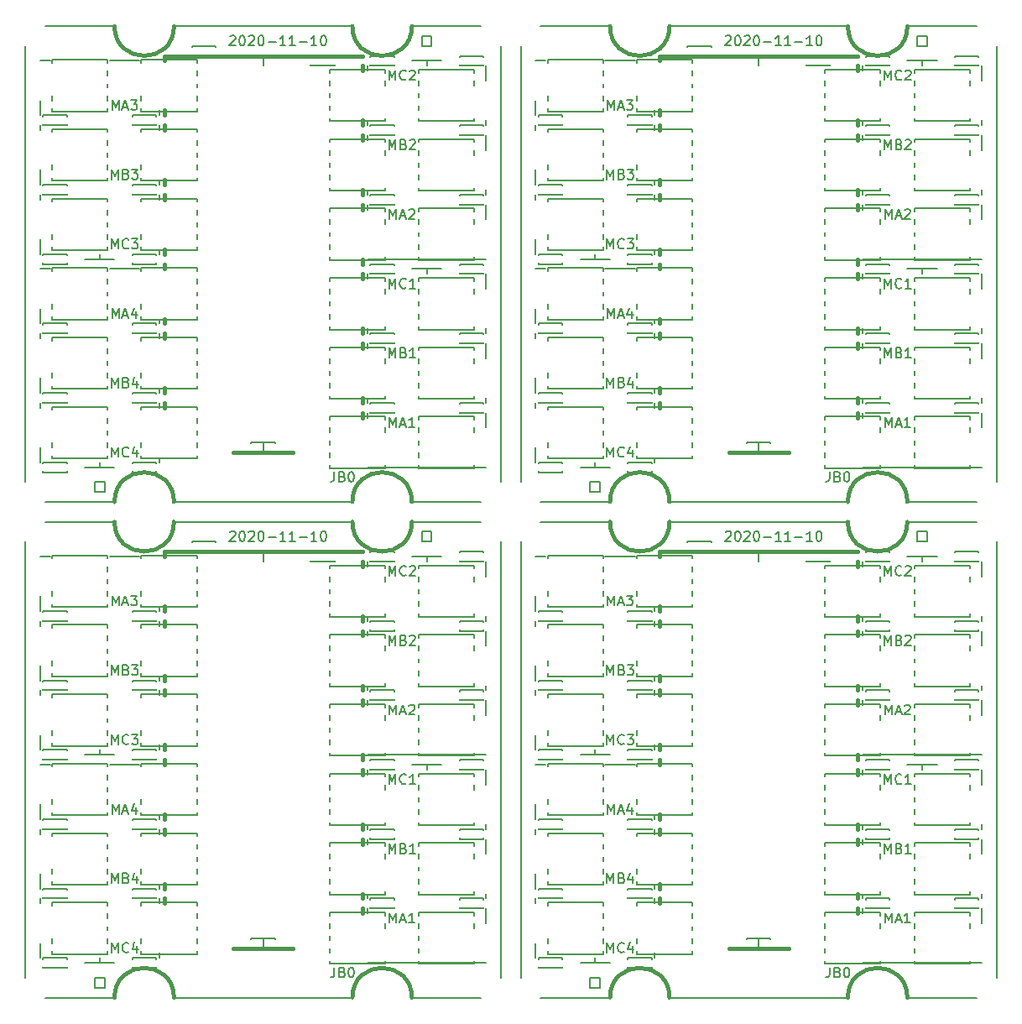
<source format=gbr>
%TF.GenerationSoftware,KiCad,Pcbnew,5.1.8*%
%TF.CreationDate,2020-11-10T00:50:46+08:00*%
%TF.ProjectId,FMESC-1-A-v0.2,464d4553-432d-4312-9d41-2d76302e322e,v0.2*%
%TF.SameCoordinates,Original*%
%TF.FileFunction,Legend,Top*%
%TF.FilePolarity,Positive*%
%FSLAX46Y46*%
G04 Gerber Fmt 4.6, Leading zero omitted, Abs format (unit mm)*
G04 Created by KiCad (PCBNEW 5.1.8) date 2020-11-10 00:50:46*
%MOMM*%
%LPD*%
G01*
G04 APERTURE LIST*
%ADD10C,0.200000*%
%ADD11C,0.160000*%
%ADD12C,0.400000*%
%ADD13C,0.150000*%
G04 APERTURE END LIST*
D10*
X92500000Y-122500000D02*
X92500000Y-122000000D01*
X42500000Y-122500000D02*
X42500000Y-122000000D01*
X92500000Y-72500000D02*
X92500000Y-72000000D01*
X92500000Y-128000000D02*
X92500000Y-126500000D01*
X42500000Y-128000000D02*
X42500000Y-126500000D01*
X92500000Y-78000000D02*
X92500000Y-76500000D01*
X100000000Y-91000000D02*
X93000000Y-91000000D01*
X50000000Y-91000000D02*
X43000000Y-91000000D01*
X100000000Y-41000000D02*
X93000000Y-41000000D01*
X91000000Y-93000000D02*
X91000000Y-137000000D01*
X41000000Y-93000000D02*
X41000000Y-137000000D01*
X91000000Y-43000000D02*
X91000000Y-87000000D01*
X92500000Y-107000000D02*
X92500000Y-105500000D01*
X42500000Y-107000000D02*
X42500000Y-105500000D01*
X92500000Y-57000000D02*
X92500000Y-55500000D01*
X104500000Y-101000000D02*
X104500000Y-101500000D01*
X54500000Y-101000000D02*
X54500000Y-101500000D01*
X104500000Y-51000000D02*
X104500000Y-51500000D01*
X92500000Y-100000000D02*
X92500000Y-98500000D01*
X42500000Y-100000000D02*
X42500000Y-98500000D01*
X92500000Y-50000000D02*
X92500000Y-48500000D01*
X92500000Y-101500000D02*
X92500000Y-101000000D01*
X42500000Y-101500000D02*
X42500000Y-101000000D01*
X92500000Y-51500000D02*
X92500000Y-51000000D01*
X104500000Y-127500000D02*
X104500000Y-128000000D01*
X54500000Y-127500000D02*
X54500000Y-128000000D01*
X104500000Y-77500000D02*
X104500000Y-78000000D01*
X92500000Y-114000000D02*
X92500000Y-112500000D01*
X42500000Y-114000000D02*
X42500000Y-112500000D01*
X92500000Y-64000000D02*
X92500000Y-62500000D01*
X92500000Y-108500000D02*
X92500000Y-108000000D01*
X42500000Y-108500000D02*
X42500000Y-108000000D01*
X92500000Y-58500000D02*
X92500000Y-58000000D01*
X92500000Y-94500000D02*
X93500000Y-94500000D01*
X42500000Y-94500000D02*
X43500000Y-94500000D01*
X92500000Y-44500000D02*
X93500000Y-44500000D01*
D11*
X98500000Y-135500000D02*
X98500000Y-135000000D01*
X48500000Y-135500000D02*
X48500000Y-135000000D01*
X98500000Y-85500000D02*
X98500000Y-85000000D01*
D10*
X104500000Y-122000000D02*
X104500000Y-122500000D01*
X54500000Y-122000000D02*
X54500000Y-122500000D01*
X104500000Y-72000000D02*
X104500000Y-72500000D01*
X104500000Y-108000000D02*
X104500000Y-108500000D01*
X54500000Y-108000000D02*
X54500000Y-108500000D01*
X104500000Y-58000000D02*
X104500000Y-58500000D01*
D11*
X98500000Y-114500000D02*
X98500000Y-114000000D01*
X48500000Y-114500000D02*
X48500000Y-114000000D01*
X98500000Y-64500000D02*
X98500000Y-64000000D01*
X131500000Y-115500000D02*
X131500000Y-116000000D01*
X81500000Y-115500000D02*
X81500000Y-116000000D01*
X131500000Y-65500000D02*
X131500000Y-66000000D01*
D10*
X139000000Y-93000000D02*
X139000000Y-137000000D01*
X89000000Y-93000000D02*
X89000000Y-137000000D01*
X139000000Y-43000000D02*
X139000000Y-87000000D01*
X104500000Y-120500000D02*
X104500000Y-121000000D01*
X54500000Y-120500000D02*
X54500000Y-121000000D01*
X104500000Y-70500000D02*
X104500000Y-71000000D01*
X104500000Y-99500000D02*
X104500000Y-100000000D01*
X54500000Y-99500000D02*
X54500000Y-100000000D01*
X104500000Y-49500000D02*
X104500000Y-50000000D01*
X100000000Y-114500000D02*
X97000000Y-114500000D01*
X50000000Y-114500000D02*
X47000000Y-114500000D01*
X100000000Y-64500000D02*
X97000000Y-64500000D01*
D11*
X131500000Y-94500000D02*
X131500000Y-95000000D01*
X81500000Y-94500000D02*
X81500000Y-95000000D01*
X131500000Y-44500000D02*
X131500000Y-45000000D01*
D10*
X100000000Y-139000000D02*
X93000000Y-139000000D01*
X50000000Y-139000000D02*
X43000000Y-139000000D01*
X100000000Y-89000000D02*
X93000000Y-89000000D01*
X130000000Y-139000000D02*
X137000000Y-139000000D01*
X80000000Y-139000000D02*
X87000000Y-139000000D01*
X130000000Y-89000000D02*
X137000000Y-89000000D01*
X130000000Y-91000000D02*
X137000000Y-91000000D01*
X80000000Y-91000000D02*
X87000000Y-91000000D01*
X130000000Y-41000000D02*
X137000000Y-41000000D01*
X104500000Y-113500000D02*
X104500000Y-114000000D01*
X54500000Y-113500000D02*
X54500000Y-114000000D01*
X104500000Y-63500000D02*
X104500000Y-64000000D01*
X92500000Y-129500000D02*
X92500000Y-129000000D01*
X42500000Y-129500000D02*
X42500000Y-129000000D01*
X92500000Y-79500000D02*
X92500000Y-79000000D01*
X104500000Y-134500000D02*
X104500000Y-135000000D01*
X54500000Y-134500000D02*
X54500000Y-135000000D01*
X104500000Y-84500000D02*
X104500000Y-85000000D01*
X92500000Y-121000000D02*
X92500000Y-119500000D01*
X42500000Y-121000000D02*
X42500000Y-119500000D01*
X92500000Y-71000000D02*
X92500000Y-69500000D01*
X92500000Y-135000000D02*
X92500000Y-133500000D01*
X42500000Y-135000000D02*
X42500000Y-133500000D01*
X92500000Y-85000000D02*
X92500000Y-83500000D01*
X115000000Y-134000000D02*
X115000000Y-133000000D01*
X65000000Y-134000000D02*
X65000000Y-133000000D01*
X115000000Y-84000000D02*
X115000000Y-83000000D01*
D12*
X105000000Y-94000000D02*
X125000000Y-94000000D01*
X55000000Y-94000000D02*
X75000000Y-94000000D01*
X105000000Y-44000000D02*
X125000000Y-44000000D01*
D10*
X115000000Y-94000000D02*
X115000000Y-95000000D01*
X65000000Y-94000000D02*
X65000000Y-95000000D01*
X115000000Y-44000000D02*
X115000000Y-45000000D01*
D12*
X125000000Y-100500000D02*
X125000000Y-101000000D01*
X75000000Y-100500000D02*
X75000000Y-101000000D01*
X125000000Y-50500000D02*
X125000000Y-51000000D01*
X125000000Y-102000000D02*
X125000000Y-102500000D01*
X75000000Y-102000000D02*
X75000000Y-102500000D01*
X125000000Y-52000000D02*
X125000000Y-52500000D01*
X125000000Y-107500000D02*
X125000000Y-108000000D01*
X75000000Y-107500000D02*
X75000000Y-108000000D01*
X125000000Y-57500000D02*
X125000000Y-58000000D01*
X125000000Y-109000000D02*
X125000000Y-109500000D01*
X75000000Y-109000000D02*
X75000000Y-109500000D01*
X125000000Y-59000000D02*
X125000000Y-59500000D01*
X125000000Y-114500000D02*
X125000000Y-115000000D01*
X75000000Y-114500000D02*
X75000000Y-115000000D01*
X125000000Y-64500000D02*
X125000000Y-65000000D01*
X125000000Y-116000000D02*
X125000000Y-116500000D01*
X75000000Y-116000000D02*
X75000000Y-116500000D01*
X125000000Y-66000000D02*
X125000000Y-66500000D01*
X125000000Y-121500000D02*
X125000000Y-122000000D01*
X75000000Y-121500000D02*
X75000000Y-122000000D01*
X125000000Y-71500000D02*
X125000000Y-72000000D01*
X125000000Y-123000000D02*
X125000000Y-123500000D01*
X75000000Y-123000000D02*
X75000000Y-123500000D01*
X125000000Y-73000000D02*
X125000000Y-73500000D01*
X125000000Y-128500000D02*
X125000000Y-129000000D01*
X75000000Y-128500000D02*
X75000000Y-129000000D01*
X125000000Y-78500000D02*
X125000000Y-79000000D01*
X125000000Y-130000000D02*
X125000000Y-130500000D01*
X75000000Y-130000000D02*
X75000000Y-130500000D01*
X125000000Y-80000000D02*
X125000000Y-80500000D01*
X125000000Y-95500000D02*
X125000000Y-95000000D01*
X75000000Y-95500000D02*
X75000000Y-95000000D01*
X125000000Y-45500000D02*
X125000000Y-45000000D01*
X105000000Y-94000000D02*
X105000000Y-94500000D01*
X55000000Y-94000000D02*
X55000000Y-94500000D01*
X105000000Y-44000000D02*
X105000000Y-44500000D01*
X105000000Y-99500000D02*
X105000000Y-100000000D01*
X55000000Y-99500000D02*
X55000000Y-100000000D01*
X105000000Y-49500000D02*
X105000000Y-50000000D01*
D10*
X106000000Y-139000000D02*
X124000000Y-139000000D01*
X56000000Y-139000000D02*
X74000000Y-139000000D01*
X106000000Y-89000000D02*
X124000000Y-89000000D01*
X99500000Y-94500000D02*
X102500000Y-94500000D01*
X49500000Y-94500000D02*
X52500000Y-94500000D01*
X99500000Y-44500000D02*
X102500000Y-44500000D01*
X104500000Y-129000000D02*
X104500000Y-129500000D01*
X54500000Y-129000000D02*
X54500000Y-129500000D01*
X104500000Y-79000000D02*
X104500000Y-79500000D01*
D12*
X105000000Y-101000000D02*
X105000000Y-101500000D01*
X55000000Y-101000000D02*
X55000000Y-101500000D01*
X105000000Y-51000000D02*
X105000000Y-51500000D01*
X105000000Y-106500000D02*
X105000000Y-107000000D01*
X55000000Y-106500000D02*
X55000000Y-107000000D01*
X105000000Y-56500000D02*
X105000000Y-57000000D01*
X105000000Y-108000000D02*
X105000000Y-108500000D01*
X55000000Y-108000000D02*
X55000000Y-108500000D01*
X105000000Y-58000000D02*
X105000000Y-58500000D01*
X105000000Y-113500000D02*
X105000000Y-114000000D01*
X55000000Y-113500000D02*
X55000000Y-114000000D01*
X105000000Y-63500000D02*
X105000000Y-64000000D01*
X105000000Y-115000000D02*
X105000000Y-115500000D01*
X55000000Y-115000000D02*
X55000000Y-115500000D01*
X105000000Y-65000000D02*
X105000000Y-65500000D01*
X105000000Y-120500000D02*
X105000000Y-121000000D01*
X55000000Y-120500000D02*
X55000000Y-121000000D01*
X105000000Y-70500000D02*
X105000000Y-71000000D01*
X105000000Y-122000000D02*
X105000000Y-122500000D01*
X55000000Y-122000000D02*
X55000000Y-122500000D01*
X105000000Y-72000000D02*
X105000000Y-72500000D01*
X105000000Y-127500000D02*
X105000000Y-128000000D01*
X55000000Y-127500000D02*
X55000000Y-128000000D01*
X105000000Y-77500000D02*
X105000000Y-78000000D01*
X105000000Y-129000000D02*
X105000000Y-129500000D01*
X55000000Y-129000000D02*
X55000000Y-129500000D01*
X105000000Y-79000000D02*
X105000000Y-79500000D01*
D10*
X130000000Y-94500000D02*
X133000000Y-94500000D01*
X80000000Y-94500000D02*
X83000000Y-94500000D01*
X130000000Y-44500000D02*
X133000000Y-44500000D01*
X137500000Y-95000000D02*
X137500000Y-96500000D01*
X87500000Y-95000000D02*
X87500000Y-96500000D01*
X137500000Y-45000000D02*
X137500000Y-46500000D01*
X137500000Y-100500000D02*
X137500000Y-101000000D01*
X87500000Y-100500000D02*
X87500000Y-101000000D01*
X137500000Y-50500000D02*
X137500000Y-51000000D01*
X137500000Y-102000000D02*
X137500000Y-103500000D01*
X87500000Y-102000000D02*
X87500000Y-103500000D01*
X137500000Y-52000000D02*
X137500000Y-53500000D01*
X137500000Y-107500000D02*
X137500000Y-108000000D01*
X87500000Y-107500000D02*
X87500000Y-108000000D01*
X137500000Y-57500000D02*
X137500000Y-58000000D01*
X137500000Y-109000000D02*
X137500000Y-110500000D01*
X87500000Y-109000000D02*
X87500000Y-110500000D01*
X137500000Y-59000000D02*
X137500000Y-60500000D01*
X137500000Y-114500000D02*
X125500000Y-114500000D01*
X87500000Y-114500000D02*
X75500000Y-114500000D01*
X137500000Y-64500000D02*
X125500000Y-64500000D01*
X125500000Y-109500000D02*
X125500000Y-109000000D01*
X75500000Y-109500000D02*
X75500000Y-109000000D01*
X125500000Y-59500000D02*
X125500000Y-59000000D01*
X125500000Y-108000000D02*
X125500000Y-107500000D01*
X75500000Y-108000000D02*
X75500000Y-107500000D01*
X125500000Y-58000000D02*
X125500000Y-57500000D01*
X125500000Y-102500000D02*
X125500000Y-102000000D01*
X75500000Y-102500000D02*
X75500000Y-102000000D01*
X125500000Y-52500000D02*
X125500000Y-52000000D01*
X125500000Y-101000000D02*
X125500000Y-100500000D01*
X75500000Y-101000000D02*
X75500000Y-100500000D01*
X125500000Y-51000000D02*
X125500000Y-50500000D01*
X125500000Y-95500000D02*
X125500000Y-95000000D01*
X75500000Y-95500000D02*
X75500000Y-95000000D01*
X125500000Y-45500000D02*
X125500000Y-45000000D01*
X130000000Y-115500000D02*
X133000000Y-115500000D01*
X80000000Y-115500000D02*
X83000000Y-115500000D01*
X130000000Y-65500000D02*
X133000000Y-65500000D01*
X137500000Y-116000000D02*
X137500000Y-117500000D01*
X87500000Y-116000000D02*
X87500000Y-117500000D01*
X137500000Y-66000000D02*
X137500000Y-67500000D01*
X137500000Y-121500000D02*
X137500000Y-122000000D01*
X87500000Y-121500000D02*
X87500000Y-122000000D01*
X137500000Y-71500000D02*
X137500000Y-72000000D01*
X137500000Y-123000000D02*
X137500000Y-124500000D01*
X87500000Y-123000000D02*
X87500000Y-124500000D01*
X137500000Y-73000000D02*
X137500000Y-74500000D01*
X137500000Y-128500000D02*
X137500000Y-129000000D01*
X87500000Y-128500000D02*
X87500000Y-129000000D01*
X137500000Y-78500000D02*
X137500000Y-79000000D01*
X137500000Y-130000000D02*
X137500000Y-131500000D01*
X87500000Y-130000000D02*
X87500000Y-131500000D01*
X137500000Y-80000000D02*
X137500000Y-81500000D01*
X137500000Y-135500000D02*
X125500000Y-135500000D01*
X87500000Y-135500000D02*
X75500000Y-135500000D01*
X137500000Y-85500000D02*
X125500000Y-85500000D01*
X125500000Y-130500000D02*
X125500000Y-130000000D01*
X75500000Y-130500000D02*
X75500000Y-130000000D01*
X125500000Y-80500000D02*
X125500000Y-80000000D01*
X125500000Y-129000000D02*
X125500000Y-128500000D01*
X75500000Y-129000000D02*
X75500000Y-128500000D01*
X125500000Y-79000000D02*
X125500000Y-78500000D01*
X125500000Y-123500000D02*
X125500000Y-123000000D01*
X75500000Y-123500000D02*
X75500000Y-123000000D01*
X125500000Y-73500000D02*
X125500000Y-73000000D01*
X125500000Y-122000000D02*
X125500000Y-121500000D01*
X75500000Y-122000000D02*
X75500000Y-121500000D01*
X125500000Y-72000000D02*
X125500000Y-71500000D01*
X125500000Y-116500000D02*
X125500000Y-116000000D01*
X75500000Y-116500000D02*
X75500000Y-116000000D01*
X125500000Y-66500000D02*
X125500000Y-66000000D01*
D13*
X111642857Y-92047619D02*
X111690476Y-92000000D01*
X111785714Y-91952380D01*
X112023809Y-91952380D01*
X112119047Y-92000000D01*
X112166666Y-92047619D01*
X112214285Y-92142857D01*
X112214285Y-92238095D01*
X112166666Y-92380952D01*
X111595238Y-92952380D01*
X112214285Y-92952380D01*
X112833333Y-91952380D02*
X112928571Y-91952380D01*
X113023809Y-92000000D01*
X113071428Y-92047619D01*
X113119047Y-92142857D01*
X113166666Y-92333333D01*
X113166666Y-92571428D01*
X113119047Y-92761904D01*
X113071428Y-92857142D01*
X113023809Y-92904761D01*
X112928571Y-92952380D01*
X112833333Y-92952380D01*
X112738095Y-92904761D01*
X112690476Y-92857142D01*
X112642857Y-92761904D01*
X112595238Y-92571428D01*
X112595238Y-92333333D01*
X112642857Y-92142857D01*
X112690476Y-92047619D01*
X112738095Y-92000000D01*
X112833333Y-91952380D01*
X113547619Y-92047619D02*
X113595238Y-92000000D01*
X113690476Y-91952380D01*
X113928571Y-91952380D01*
X114023809Y-92000000D01*
X114071428Y-92047619D01*
X114119047Y-92142857D01*
X114119047Y-92238095D01*
X114071428Y-92380952D01*
X113500000Y-92952380D01*
X114119047Y-92952380D01*
X114738095Y-91952380D02*
X114833333Y-91952380D01*
X114928571Y-92000000D01*
X114976190Y-92047619D01*
X115023809Y-92142857D01*
X115071428Y-92333333D01*
X115071428Y-92571428D01*
X115023809Y-92761904D01*
X114976190Y-92857142D01*
X114928571Y-92904761D01*
X114833333Y-92952380D01*
X114738095Y-92952380D01*
X114642857Y-92904761D01*
X114595238Y-92857142D01*
X114547619Y-92761904D01*
X114500000Y-92571428D01*
X114500000Y-92333333D01*
X114547619Y-92142857D01*
X114595238Y-92047619D01*
X114642857Y-92000000D01*
X114738095Y-91952380D01*
X115500000Y-92571428D02*
X116261904Y-92571428D01*
X117261904Y-92952380D02*
X116690476Y-92952380D01*
X116976190Y-92952380D02*
X116976190Y-91952380D01*
X116880952Y-92095238D01*
X116785714Y-92190476D01*
X116690476Y-92238095D01*
X118214285Y-92952380D02*
X117642857Y-92952380D01*
X117928571Y-92952380D02*
X117928571Y-91952380D01*
X117833333Y-92095238D01*
X117738095Y-92190476D01*
X117642857Y-92238095D01*
X118642857Y-92571428D02*
X119404761Y-92571428D01*
X120404761Y-92952380D02*
X119833333Y-92952380D01*
X120119047Y-92952380D02*
X120119047Y-91952380D01*
X120023809Y-92095238D01*
X119928571Y-92190476D01*
X119833333Y-92238095D01*
X121023809Y-91952380D02*
X121119047Y-91952380D01*
X121214285Y-92000000D01*
X121261904Y-92047619D01*
X121309523Y-92142857D01*
X121357142Y-92333333D01*
X121357142Y-92571428D01*
X121309523Y-92761904D01*
X121261904Y-92857142D01*
X121214285Y-92904761D01*
X121119047Y-92952380D01*
X121023809Y-92952380D01*
X120928571Y-92904761D01*
X120880952Y-92857142D01*
X120833333Y-92761904D01*
X120785714Y-92571428D01*
X120785714Y-92333333D01*
X120833333Y-92142857D01*
X120880952Y-92047619D01*
X120928571Y-92000000D01*
X121023809Y-91952380D01*
X61642857Y-92047619D02*
X61690476Y-92000000D01*
X61785714Y-91952380D01*
X62023809Y-91952380D01*
X62119047Y-92000000D01*
X62166666Y-92047619D01*
X62214285Y-92142857D01*
X62214285Y-92238095D01*
X62166666Y-92380952D01*
X61595238Y-92952380D01*
X62214285Y-92952380D01*
X62833333Y-91952380D02*
X62928571Y-91952380D01*
X63023809Y-92000000D01*
X63071428Y-92047619D01*
X63119047Y-92142857D01*
X63166666Y-92333333D01*
X63166666Y-92571428D01*
X63119047Y-92761904D01*
X63071428Y-92857142D01*
X63023809Y-92904761D01*
X62928571Y-92952380D01*
X62833333Y-92952380D01*
X62738095Y-92904761D01*
X62690476Y-92857142D01*
X62642857Y-92761904D01*
X62595238Y-92571428D01*
X62595238Y-92333333D01*
X62642857Y-92142857D01*
X62690476Y-92047619D01*
X62738095Y-92000000D01*
X62833333Y-91952380D01*
X63547619Y-92047619D02*
X63595238Y-92000000D01*
X63690476Y-91952380D01*
X63928571Y-91952380D01*
X64023809Y-92000000D01*
X64071428Y-92047619D01*
X64119047Y-92142857D01*
X64119047Y-92238095D01*
X64071428Y-92380952D01*
X63500000Y-92952380D01*
X64119047Y-92952380D01*
X64738095Y-91952380D02*
X64833333Y-91952380D01*
X64928571Y-92000000D01*
X64976190Y-92047619D01*
X65023809Y-92142857D01*
X65071428Y-92333333D01*
X65071428Y-92571428D01*
X65023809Y-92761904D01*
X64976190Y-92857142D01*
X64928571Y-92904761D01*
X64833333Y-92952380D01*
X64738095Y-92952380D01*
X64642857Y-92904761D01*
X64595238Y-92857142D01*
X64547619Y-92761904D01*
X64500000Y-92571428D01*
X64500000Y-92333333D01*
X64547619Y-92142857D01*
X64595238Y-92047619D01*
X64642857Y-92000000D01*
X64738095Y-91952380D01*
X65500000Y-92571428D02*
X66261904Y-92571428D01*
X67261904Y-92952380D02*
X66690476Y-92952380D01*
X66976190Y-92952380D02*
X66976190Y-91952380D01*
X66880952Y-92095238D01*
X66785714Y-92190476D01*
X66690476Y-92238095D01*
X68214285Y-92952380D02*
X67642857Y-92952380D01*
X67928571Y-92952380D02*
X67928571Y-91952380D01*
X67833333Y-92095238D01*
X67738095Y-92190476D01*
X67642857Y-92238095D01*
X68642857Y-92571428D02*
X69404761Y-92571428D01*
X70404761Y-92952380D02*
X69833333Y-92952380D01*
X70119047Y-92952380D02*
X70119047Y-91952380D01*
X70023809Y-92095238D01*
X69928571Y-92190476D01*
X69833333Y-92238095D01*
X71023809Y-91952380D02*
X71119047Y-91952380D01*
X71214285Y-92000000D01*
X71261904Y-92047619D01*
X71309523Y-92142857D01*
X71357142Y-92333333D01*
X71357142Y-92571428D01*
X71309523Y-92761904D01*
X71261904Y-92857142D01*
X71214285Y-92904761D01*
X71119047Y-92952380D01*
X71023809Y-92952380D01*
X70928571Y-92904761D01*
X70880952Y-92857142D01*
X70833333Y-92761904D01*
X70785714Y-92571428D01*
X70785714Y-92333333D01*
X70833333Y-92142857D01*
X70880952Y-92047619D01*
X70928571Y-92000000D01*
X71023809Y-91952380D01*
X111642857Y-42047619D02*
X111690476Y-42000000D01*
X111785714Y-41952380D01*
X112023809Y-41952380D01*
X112119047Y-42000000D01*
X112166666Y-42047619D01*
X112214285Y-42142857D01*
X112214285Y-42238095D01*
X112166666Y-42380952D01*
X111595238Y-42952380D01*
X112214285Y-42952380D01*
X112833333Y-41952380D02*
X112928571Y-41952380D01*
X113023809Y-42000000D01*
X113071428Y-42047619D01*
X113119047Y-42142857D01*
X113166666Y-42333333D01*
X113166666Y-42571428D01*
X113119047Y-42761904D01*
X113071428Y-42857142D01*
X113023809Y-42904761D01*
X112928571Y-42952380D01*
X112833333Y-42952380D01*
X112738095Y-42904761D01*
X112690476Y-42857142D01*
X112642857Y-42761904D01*
X112595238Y-42571428D01*
X112595238Y-42333333D01*
X112642857Y-42142857D01*
X112690476Y-42047619D01*
X112738095Y-42000000D01*
X112833333Y-41952380D01*
X113547619Y-42047619D02*
X113595238Y-42000000D01*
X113690476Y-41952380D01*
X113928571Y-41952380D01*
X114023809Y-42000000D01*
X114071428Y-42047619D01*
X114119047Y-42142857D01*
X114119047Y-42238095D01*
X114071428Y-42380952D01*
X113500000Y-42952380D01*
X114119047Y-42952380D01*
X114738095Y-41952380D02*
X114833333Y-41952380D01*
X114928571Y-42000000D01*
X114976190Y-42047619D01*
X115023809Y-42142857D01*
X115071428Y-42333333D01*
X115071428Y-42571428D01*
X115023809Y-42761904D01*
X114976190Y-42857142D01*
X114928571Y-42904761D01*
X114833333Y-42952380D01*
X114738095Y-42952380D01*
X114642857Y-42904761D01*
X114595238Y-42857142D01*
X114547619Y-42761904D01*
X114500000Y-42571428D01*
X114500000Y-42333333D01*
X114547619Y-42142857D01*
X114595238Y-42047619D01*
X114642857Y-42000000D01*
X114738095Y-41952380D01*
X115500000Y-42571428D02*
X116261904Y-42571428D01*
X117261904Y-42952380D02*
X116690476Y-42952380D01*
X116976190Y-42952380D02*
X116976190Y-41952380D01*
X116880952Y-42095238D01*
X116785714Y-42190476D01*
X116690476Y-42238095D01*
X118214285Y-42952380D02*
X117642857Y-42952380D01*
X117928571Y-42952380D02*
X117928571Y-41952380D01*
X117833333Y-42095238D01*
X117738095Y-42190476D01*
X117642857Y-42238095D01*
X118642857Y-42571428D02*
X119404761Y-42571428D01*
X120404761Y-42952380D02*
X119833333Y-42952380D01*
X120119047Y-42952380D02*
X120119047Y-41952380D01*
X120023809Y-42095238D01*
X119928571Y-42190476D01*
X119833333Y-42238095D01*
X121023809Y-41952380D02*
X121119047Y-41952380D01*
X121214285Y-42000000D01*
X121261904Y-42047619D01*
X121309523Y-42142857D01*
X121357142Y-42333333D01*
X121357142Y-42571428D01*
X121309523Y-42761904D01*
X121261904Y-42857142D01*
X121214285Y-42904761D01*
X121119047Y-42952380D01*
X121023809Y-42952380D01*
X120928571Y-42904761D01*
X120880952Y-42857142D01*
X120833333Y-42761904D01*
X120785714Y-42571428D01*
X120785714Y-42333333D01*
X120833333Y-42142857D01*
X120880952Y-42047619D01*
X120928571Y-42000000D01*
X121023809Y-41952380D01*
D10*
X131000000Y-92000000D02*
X132000000Y-92000000D01*
X81000000Y-92000000D02*
X82000000Y-92000000D01*
X131000000Y-42000000D02*
X132000000Y-42000000D01*
X132000000Y-92000000D02*
X132000000Y-93000000D01*
X82000000Y-92000000D02*
X82000000Y-93000000D01*
X132000000Y-42000000D02*
X132000000Y-43000000D01*
X132000000Y-93000000D02*
X131000000Y-93000000D01*
X82000000Y-93000000D02*
X81000000Y-93000000D01*
X132000000Y-43000000D02*
X131000000Y-43000000D01*
X131000000Y-93000000D02*
X131000000Y-92000000D01*
X81000000Y-93000000D02*
X81000000Y-92000000D01*
X131000000Y-43000000D02*
X131000000Y-42000000D01*
X98000000Y-138000000D02*
X98000000Y-137000000D01*
X48000000Y-138000000D02*
X48000000Y-137000000D01*
X98000000Y-88000000D02*
X98000000Y-87000000D01*
X99000000Y-138000000D02*
X98000000Y-138000000D01*
X49000000Y-138000000D02*
X48000000Y-138000000D01*
X99000000Y-88000000D02*
X98000000Y-88000000D01*
X99000000Y-137000000D02*
X99000000Y-138000000D01*
X49000000Y-137000000D02*
X49000000Y-138000000D01*
X99000000Y-87000000D02*
X99000000Y-88000000D01*
X98000000Y-137000000D02*
X99000000Y-137000000D01*
X48000000Y-137000000D02*
X49000000Y-137000000D01*
X98000000Y-87000000D02*
X99000000Y-87000000D01*
X106000000Y-91000000D02*
X124000000Y-91000000D01*
X56000000Y-91000000D02*
X74000000Y-91000000D01*
X106000000Y-41000000D02*
X124000000Y-41000000D01*
X104500000Y-106500000D02*
X104500000Y-107000000D01*
X54500000Y-106500000D02*
X54500000Y-107000000D01*
X104500000Y-56500000D02*
X104500000Y-57000000D01*
D12*
X100000000Y-139000000D02*
G75*
G02*
X106000000Y-139000000I3000000J0D01*
G01*
X50000000Y-139000000D02*
G75*
G02*
X56000000Y-139000000I3000000J0D01*
G01*
X100000000Y-89000000D02*
G75*
G02*
X106000000Y-89000000I3000000J0D01*
G01*
X124000000Y-139000000D02*
G75*
G02*
X130000000Y-139000000I3000000J0D01*
G01*
X74000000Y-139000000D02*
G75*
G02*
X80000000Y-139000000I3000000J0D01*
G01*
X124000000Y-89000000D02*
G75*
G02*
X130000000Y-89000000I3000000J0D01*
G01*
X106000000Y-91000000D02*
G75*
G02*
X100000000Y-91000000I-3000000J0D01*
G01*
X56000000Y-91000000D02*
G75*
G02*
X50000000Y-91000000I-3000000J0D01*
G01*
X106000000Y-41000000D02*
G75*
G02*
X100000000Y-41000000I-3000000J0D01*
G01*
X130000000Y-91000000D02*
G75*
G02*
X124000000Y-91000000I-3000000J0D01*
G01*
X80000000Y-91000000D02*
G75*
G02*
X74000000Y-91000000I-3000000J0D01*
G01*
X130000000Y-41000000D02*
G75*
G02*
X124000000Y-41000000I-3000000J0D01*
G01*
D10*
X100000000Y-135500000D02*
X97000000Y-135500000D01*
X50000000Y-135500000D02*
X47000000Y-135500000D01*
X100000000Y-85500000D02*
X97000000Y-85500000D01*
D12*
X112000000Y-134000000D02*
X118000000Y-134000000D01*
X62000000Y-134000000D02*
X68000000Y-134000000D01*
X112000000Y-84000000D02*
X118000000Y-84000000D01*
D10*
X99500000Y-115500000D02*
X102500000Y-115500000D01*
X49500000Y-115500000D02*
X52500000Y-115500000D01*
X99500000Y-65500000D02*
X102500000Y-65500000D01*
X93500000Y-115500000D02*
X92500000Y-115500000D01*
X43500000Y-115500000D02*
X42500000Y-115500000D01*
X93500000Y-65500000D02*
X92500000Y-65500000D01*
D11*
X48500000Y-85500000D02*
X48500000Y-85000000D01*
D10*
X42500000Y-71000000D02*
X42500000Y-69500000D01*
X42500000Y-72500000D02*
X42500000Y-72000000D01*
X42500000Y-78000000D02*
X42500000Y-76500000D01*
X42500000Y-79500000D02*
X42500000Y-79000000D01*
X42500000Y-85000000D02*
X42500000Y-83500000D01*
X50000000Y-85500000D02*
X47000000Y-85500000D01*
X54500000Y-84500000D02*
X54500000Y-85000000D01*
X54500000Y-79000000D02*
X54500000Y-79500000D01*
X54500000Y-77500000D02*
X54500000Y-78000000D01*
X54500000Y-72000000D02*
X54500000Y-72500000D01*
X54500000Y-70500000D02*
X54500000Y-71000000D01*
X43500000Y-65500000D02*
X42500000Y-65500000D01*
X49500000Y-65500000D02*
X52500000Y-65500000D01*
D11*
X81500000Y-44500000D02*
X81500000Y-45000000D01*
X81500000Y-65500000D02*
X81500000Y-66000000D01*
X48500000Y-64500000D02*
X48500000Y-64000000D01*
D10*
X42500000Y-44500000D02*
X43500000Y-44500000D01*
X42500000Y-50000000D02*
X42500000Y-48500000D01*
X42500000Y-51500000D02*
X42500000Y-51000000D01*
X42500000Y-57000000D02*
X42500000Y-55500000D01*
X42500000Y-58500000D02*
X42500000Y-58000000D01*
X42500000Y-64000000D02*
X42500000Y-62500000D01*
X50000000Y-64500000D02*
X47000000Y-64500000D01*
X54500000Y-63500000D02*
X54500000Y-64000000D01*
X54500000Y-58000000D02*
X54500000Y-58500000D01*
X54500000Y-56500000D02*
X54500000Y-57000000D01*
X54500000Y-51000000D02*
X54500000Y-51500000D01*
X54500000Y-49500000D02*
X54500000Y-50000000D01*
X49500000Y-44500000D02*
X52500000Y-44500000D01*
X89000000Y-43000000D02*
X89000000Y-87000000D01*
X41000000Y-43000000D02*
X41000000Y-87000000D01*
X80000000Y-89000000D02*
X87000000Y-89000000D01*
X50000000Y-89000000D02*
X43000000Y-89000000D01*
X56000000Y-89000000D02*
X74000000Y-89000000D01*
X50000000Y-41000000D02*
X43000000Y-41000000D01*
X80000000Y-41000000D02*
X87000000Y-41000000D01*
X56000000Y-41000000D02*
X74000000Y-41000000D01*
X48000000Y-87000000D02*
X49000000Y-87000000D01*
X49000000Y-87000000D02*
X49000000Y-88000000D01*
X49000000Y-88000000D02*
X48000000Y-88000000D01*
X48000000Y-88000000D02*
X48000000Y-87000000D01*
X81000000Y-43000000D02*
X81000000Y-42000000D01*
X82000000Y-43000000D02*
X81000000Y-43000000D01*
X82000000Y-42000000D02*
X82000000Y-43000000D01*
X81000000Y-42000000D02*
X82000000Y-42000000D01*
D13*
X61642857Y-42047619D02*
X61690476Y-42000000D01*
X61785714Y-41952380D01*
X62023809Y-41952380D01*
X62119047Y-42000000D01*
X62166666Y-42047619D01*
X62214285Y-42142857D01*
X62214285Y-42238095D01*
X62166666Y-42380952D01*
X61595238Y-42952380D01*
X62214285Y-42952380D01*
X62833333Y-41952380D02*
X62928571Y-41952380D01*
X63023809Y-42000000D01*
X63071428Y-42047619D01*
X63119047Y-42142857D01*
X63166666Y-42333333D01*
X63166666Y-42571428D01*
X63119047Y-42761904D01*
X63071428Y-42857142D01*
X63023809Y-42904761D01*
X62928571Y-42952380D01*
X62833333Y-42952380D01*
X62738095Y-42904761D01*
X62690476Y-42857142D01*
X62642857Y-42761904D01*
X62595238Y-42571428D01*
X62595238Y-42333333D01*
X62642857Y-42142857D01*
X62690476Y-42047619D01*
X62738095Y-42000000D01*
X62833333Y-41952380D01*
X63547619Y-42047619D02*
X63595238Y-42000000D01*
X63690476Y-41952380D01*
X63928571Y-41952380D01*
X64023809Y-42000000D01*
X64071428Y-42047619D01*
X64119047Y-42142857D01*
X64119047Y-42238095D01*
X64071428Y-42380952D01*
X63500000Y-42952380D01*
X64119047Y-42952380D01*
X64738095Y-41952380D02*
X64833333Y-41952380D01*
X64928571Y-42000000D01*
X64976190Y-42047619D01*
X65023809Y-42142857D01*
X65071428Y-42333333D01*
X65071428Y-42571428D01*
X65023809Y-42761904D01*
X64976190Y-42857142D01*
X64928571Y-42904761D01*
X64833333Y-42952380D01*
X64738095Y-42952380D01*
X64642857Y-42904761D01*
X64595238Y-42857142D01*
X64547619Y-42761904D01*
X64500000Y-42571428D01*
X64500000Y-42333333D01*
X64547619Y-42142857D01*
X64595238Y-42047619D01*
X64642857Y-42000000D01*
X64738095Y-41952380D01*
X65500000Y-42571428D02*
X66261904Y-42571428D01*
X67261904Y-42952380D02*
X66690476Y-42952380D01*
X66976190Y-42952380D02*
X66976190Y-41952380D01*
X66880952Y-42095238D01*
X66785714Y-42190476D01*
X66690476Y-42238095D01*
X68214285Y-42952380D02*
X67642857Y-42952380D01*
X67928571Y-42952380D02*
X67928571Y-41952380D01*
X67833333Y-42095238D01*
X67738095Y-42190476D01*
X67642857Y-42238095D01*
X68642857Y-42571428D02*
X69404761Y-42571428D01*
X70404761Y-42952380D02*
X69833333Y-42952380D01*
X70119047Y-42952380D02*
X70119047Y-41952380D01*
X70023809Y-42095238D01*
X69928571Y-42190476D01*
X69833333Y-42238095D01*
X71023809Y-41952380D02*
X71119047Y-41952380D01*
X71214285Y-42000000D01*
X71261904Y-42047619D01*
X71309523Y-42142857D01*
X71357142Y-42333333D01*
X71357142Y-42571428D01*
X71309523Y-42761904D01*
X71261904Y-42857142D01*
X71214285Y-42904761D01*
X71119047Y-42952380D01*
X71023809Y-42952380D01*
X70928571Y-42904761D01*
X70880952Y-42857142D01*
X70833333Y-42761904D01*
X70785714Y-42571428D01*
X70785714Y-42333333D01*
X70833333Y-42142857D01*
X70880952Y-42047619D01*
X70928571Y-42000000D01*
X71023809Y-41952380D01*
D10*
X75500000Y-66500000D02*
X75500000Y-66000000D01*
X75500000Y-72000000D02*
X75500000Y-71500000D01*
X75500000Y-73500000D02*
X75500000Y-73000000D01*
X75500000Y-79000000D02*
X75500000Y-78500000D01*
X75500000Y-80500000D02*
X75500000Y-80000000D01*
X87500000Y-85500000D02*
X75500000Y-85500000D01*
X87500000Y-80000000D02*
X87500000Y-81500000D01*
X87500000Y-78500000D02*
X87500000Y-79000000D01*
X87500000Y-73000000D02*
X87500000Y-74500000D01*
X87500000Y-71500000D02*
X87500000Y-72000000D01*
X87500000Y-66000000D02*
X87500000Y-67500000D01*
X80000000Y-65500000D02*
X83000000Y-65500000D01*
X75500000Y-45500000D02*
X75500000Y-45000000D01*
X75500000Y-51000000D02*
X75500000Y-50500000D01*
X75500000Y-52500000D02*
X75500000Y-52000000D01*
X75500000Y-58000000D02*
X75500000Y-57500000D01*
X75500000Y-59500000D02*
X75500000Y-59000000D01*
X87500000Y-64500000D02*
X75500000Y-64500000D01*
X87500000Y-59000000D02*
X87500000Y-60500000D01*
X87500000Y-57500000D02*
X87500000Y-58000000D01*
X87500000Y-52000000D02*
X87500000Y-53500000D01*
X87500000Y-50500000D02*
X87500000Y-51000000D01*
X87500000Y-45000000D02*
X87500000Y-46500000D01*
X80000000Y-44500000D02*
X83000000Y-44500000D01*
D12*
X55000000Y-79000000D02*
X55000000Y-79500000D01*
X55000000Y-77500000D02*
X55000000Y-78000000D01*
X55000000Y-72000000D02*
X55000000Y-72500000D01*
X55000000Y-70500000D02*
X55000000Y-71000000D01*
X55000000Y-65000000D02*
X55000000Y-65500000D01*
X55000000Y-63500000D02*
X55000000Y-64000000D01*
X55000000Y-58000000D02*
X55000000Y-58500000D01*
X55000000Y-56500000D02*
X55000000Y-57000000D01*
X55000000Y-51000000D02*
X55000000Y-51500000D01*
X55000000Y-49500000D02*
X55000000Y-50000000D01*
X55000000Y-44000000D02*
X55000000Y-44500000D01*
X75000000Y-45500000D02*
X75000000Y-45000000D01*
X75000000Y-80000000D02*
X75000000Y-80500000D01*
X75000000Y-78500000D02*
X75000000Y-79000000D01*
X75000000Y-73000000D02*
X75000000Y-73500000D01*
X75000000Y-71500000D02*
X75000000Y-72000000D01*
X75000000Y-66000000D02*
X75000000Y-66500000D01*
X75000000Y-64500000D02*
X75000000Y-65000000D01*
X75000000Y-59000000D02*
X75000000Y-59500000D01*
X75000000Y-57500000D02*
X75000000Y-58000000D01*
X75000000Y-52000000D02*
X75000000Y-52500000D01*
X75000000Y-50500000D02*
X75000000Y-51000000D01*
D10*
X65000000Y-44000000D02*
X65000000Y-45000000D01*
D12*
X55000000Y-44000000D02*
X75000000Y-44000000D01*
D10*
X65000000Y-84000000D02*
X65000000Y-83000000D01*
D12*
X62000000Y-84000000D02*
X68000000Y-84000000D01*
X80000000Y-41000000D02*
G75*
G02*
X74000000Y-41000000I-3000000J0D01*
G01*
X56000000Y-41000000D02*
G75*
G02*
X50000000Y-41000000I-3000000J0D01*
G01*
X74000000Y-89000000D02*
G75*
G02*
X80000000Y-89000000I3000000J0D01*
G01*
X50000000Y-89000000D02*
G75*
G02*
X56000000Y-89000000I3000000J0D01*
G01*
D10*
%TO.C,J20*%
X104200000Y-122000000D02*
X104200000Y-121900000D01*
X104200000Y-121000000D02*
X104200000Y-121100000D01*
X101800000Y-122000000D02*
X101800000Y-121900000D01*
X101800000Y-121000000D02*
X101800000Y-121100000D01*
X101800000Y-121000000D02*
X104200000Y-121000000D01*
X104200000Y-122000000D02*
X101800000Y-122000000D01*
X54200000Y-122000000D02*
X54200000Y-121900000D01*
X54200000Y-121000000D02*
X54200000Y-121100000D01*
X51800000Y-122000000D02*
X51800000Y-121900000D01*
X51800000Y-121000000D02*
X51800000Y-121100000D01*
X51800000Y-121000000D02*
X54200000Y-121000000D01*
X54200000Y-122000000D02*
X51800000Y-122000000D01*
X104200000Y-72000000D02*
X104200000Y-71900000D01*
X104200000Y-71000000D02*
X104200000Y-71100000D01*
X101800000Y-72000000D02*
X101800000Y-71900000D01*
X101800000Y-71000000D02*
X101800000Y-71100000D01*
X101800000Y-71000000D02*
X104200000Y-71000000D01*
X104200000Y-72000000D02*
X101800000Y-72000000D01*
%TO.C,J24*%
X104200000Y-136000000D02*
X104200000Y-135900000D01*
X104200000Y-135000000D02*
X104200000Y-135100000D01*
X101800000Y-136000000D02*
X101800000Y-135900000D01*
X101800000Y-135000000D02*
X101800000Y-135100000D01*
X101800000Y-135000000D02*
X104200000Y-135000000D01*
X104200000Y-136000000D02*
X101800000Y-136000000D01*
X54200000Y-136000000D02*
X54200000Y-135900000D01*
X54200000Y-135000000D02*
X54200000Y-135100000D01*
X51800000Y-136000000D02*
X51800000Y-135900000D01*
X51800000Y-135000000D02*
X51800000Y-135100000D01*
X51800000Y-135000000D02*
X54200000Y-135000000D01*
X54200000Y-136000000D02*
X51800000Y-136000000D01*
X104200000Y-86000000D02*
X104200000Y-85900000D01*
X104200000Y-85000000D02*
X104200000Y-85100000D01*
X101800000Y-86000000D02*
X101800000Y-85900000D01*
X101800000Y-85000000D02*
X101800000Y-85100000D01*
X101800000Y-85000000D02*
X104200000Y-85000000D01*
X104200000Y-86000000D02*
X101800000Y-86000000D01*
%TO.C,J21*%
X95200000Y-129000000D02*
X95200000Y-128900000D01*
X95200000Y-128000000D02*
X95200000Y-128100000D01*
X92800000Y-129000000D02*
X92800000Y-128900000D01*
X92800000Y-128000000D02*
X92800000Y-128100000D01*
X92800000Y-128000000D02*
X95200000Y-128000000D01*
X95200000Y-129000000D02*
X92800000Y-129000000D01*
X45200000Y-129000000D02*
X45200000Y-128900000D01*
X45200000Y-128000000D02*
X45200000Y-128100000D01*
X42800000Y-129000000D02*
X42800000Y-128900000D01*
X42800000Y-128000000D02*
X42800000Y-128100000D01*
X42800000Y-128000000D02*
X45200000Y-128000000D01*
X45200000Y-129000000D02*
X42800000Y-129000000D01*
X95200000Y-79000000D02*
X95200000Y-78900000D01*
X95200000Y-78000000D02*
X95200000Y-78100000D01*
X92800000Y-79000000D02*
X92800000Y-78900000D01*
X92800000Y-78000000D02*
X92800000Y-78100000D01*
X92800000Y-78000000D02*
X95200000Y-78000000D01*
X95200000Y-79000000D02*
X92800000Y-79000000D01*
%TO.C,Q6*%
X127300000Y-117500000D02*
X127300000Y-118000000D01*
X127300000Y-116400000D02*
X127300000Y-116700000D01*
X127300000Y-121600000D02*
X127300000Y-121300000D01*
X121700000Y-116400000D02*
X121700000Y-116700000D01*
X121700000Y-118000000D02*
X121700000Y-117500000D01*
X121700000Y-119200000D02*
X121700000Y-118800000D01*
X121700000Y-120500000D02*
X121700000Y-120000000D01*
X121700000Y-121600000D02*
X121700000Y-121300000D01*
X127300000Y-121600000D02*
X121700000Y-121600000D01*
X121700000Y-116400000D02*
X127300000Y-116400000D01*
X77300000Y-117500000D02*
X77300000Y-118000000D01*
X77300000Y-116400000D02*
X77300000Y-116700000D01*
X77300000Y-121600000D02*
X77300000Y-121300000D01*
X71700000Y-116400000D02*
X71700000Y-116700000D01*
X71700000Y-118000000D02*
X71700000Y-117500000D01*
X71700000Y-119200000D02*
X71700000Y-118800000D01*
X71700000Y-120500000D02*
X71700000Y-120000000D01*
X71700000Y-121600000D02*
X71700000Y-121300000D01*
X77300000Y-121600000D02*
X71700000Y-121600000D01*
X71700000Y-116400000D02*
X77300000Y-116400000D01*
X127300000Y-67500000D02*
X127300000Y-68000000D01*
X127300000Y-66400000D02*
X127300000Y-66700000D01*
X127300000Y-71600000D02*
X127300000Y-71300000D01*
X121700000Y-66400000D02*
X121700000Y-66700000D01*
X121700000Y-68000000D02*
X121700000Y-67500000D01*
X121700000Y-69200000D02*
X121700000Y-68800000D01*
X121700000Y-70500000D02*
X121700000Y-70000000D01*
X121700000Y-71600000D02*
X121700000Y-71300000D01*
X127300000Y-71600000D02*
X121700000Y-71600000D01*
X121700000Y-66400000D02*
X127300000Y-66400000D01*
%TO.C,J13*%
X95200000Y-101000000D02*
X95200000Y-100900000D01*
X95200000Y-100000000D02*
X95200000Y-100100000D01*
X92800000Y-101000000D02*
X92800000Y-100900000D01*
X92800000Y-100000000D02*
X92800000Y-100100000D01*
X92800000Y-100000000D02*
X95200000Y-100000000D01*
X95200000Y-101000000D02*
X92800000Y-101000000D01*
X45200000Y-101000000D02*
X45200000Y-100900000D01*
X45200000Y-100000000D02*
X45200000Y-100100000D01*
X42800000Y-101000000D02*
X42800000Y-100900000D01*
X42800000Y-100000000D02*
X42800000Y-100100000D01*
X42800000Y-100000000D02*
X45200000Y-100000000D01*
X45200000Y-101000000D02*
X42800000Y-101000000D01*
X95200000Y-51000000D02*
X95200000Y-50900000D01*
X95200000Y-50000000D02*
X95200000Y-50100000D01*
X92800000Y-51000000D02*
X92800000Y-50900000D01*
X92800000Y-50000000D02*
X92800000Y-50100000D01*
X92800000Y-50000000D02*
X95200000Y-50000000D01*
X95200000Y-51000000D02*
X92800000Y-51000000D01*
%TO.C,J19*%
X95200000Y-122000000D02*
X95200000Y-121900000D01*
X95200000Y-121000000D02*
X95200000Y-121100000D01*
X92800000Y-122000000D02*
X92800000Y-121900000D01*
X92800000Y-121000000D02*
X92800000Y-121100000D01*
X92800000Y-121000000D02*
X95200000Y-121000000D01*
X95200000Y-122000000D02*
X92800000Y-122000000D01*
X45200000Y-122000000D02*
X45200000Y-121900000D01*
X45200000Y-121000000D02*
X45200000Y-121100000D01*
X42800000Y-122000000D02*
X42800000Y-121900000D01*
X42800000Y-121000000D02*
X42800000Y-121100000D01*
X42800000Y-121000000D02*
X45200000Y-121000000D01*
X45200000Y-122000000D02*
X42800000Y-122000000D01*
X95200000Y-72000000D02*
X95200000Y-71900000D01*
X95200000Y-71000000D02*
X95200000Y-71100000D01*
X92800000Y-72000000D02*
X92800000Y-71900000D01*
X92800000Y-71000000D02*
X92800000Y-71100000D01*
X92800000Y-71000000D02*
X95200000Y-71000000D01*
X95200000Y-72000000D02*
X92800000Y-72000000D01*
%TO.C,J9*%
X134800000Y-101000000D02*
X134800000Y-101100000D01*
X134800000Y-102000000D02*
X134800000Y-101900000D01*
X137200000Y-101000000D02*
X137200000Y-101100000D01*
X137200000Y-102000000D02*
X137200000Y-101900000D01*
X137200000Y-102000000D02*
X134800000Y-102000000D01*
X134800000Y-101000000D02*
X137200000Y-101000000D01*
X84800000Y-101000000D02*
X84800000Y-101100000D01*
X84800000Y-102000000D02*
X84800000Y-101900000D01*
X87200000Y-101000000D02*
X87200000Y-101100000D01*
X87200000Y-102000000D02*
X87200000Y-101900000D01*
X87200000Y-102000000D02*
X84800000Y-102000000D01*
X84800000Y-101000000D02*
X87200000Y-101000000D01*
X134800000Y-51000000D02*
X134800000Y-51100000D01*
X134800000Y-52000000D02*
X134800000Y-51900000D01*
X137200000Y-51000000D02*
X137200000Y-51100000D01*
X137200000Y-52000000D02*
X137200000Y-51900000D01*
X137200000Y-52000000D02*
X134800000Y-52000000D01*
X134800000Y-51000000D02*
X137200000Y-51000000D01*
%TO.C,J7*%
X134800000Y-108000000D02*
X134800000Y-108100000D01*
X134800000Y-109000000D02*
X134800000Y-108900000D01*
X137200000Y-108000000D02*
X137200000Y-108100000D01*
X137200000Y-109000000D02*
X137200000Y-108900000D01*
X137200000Y-109000000D02*
X134800000Y-109000000D01*
X134800000Y-108000000D02*
X137200000Y-108000000D01*
X84800000Y-108000000D02*
X84800000Y-108100000D01*
X84800000Y-109000000D02*
X84800000Y-108900000D01*
X87200000Y-108000000D02*
X87200000Y-108100000D01*
X87200000Y-109000000D02*
X87200000Y-108900000D01*
X87200000Y-109000000D02*
X84800000Y-109000000D01*
X84800000Y-108000000D02*
X87200000Y-108000000D01*
X134800000Y-58000000D02*
X134800000Y-58100000D01*
X134800000Y-59000000D02*
X134800000Y-58900000D01*
X137200000Y-58000000D02*
X137200000Y-58100000D01*
X137200000Y-59000000D02*
X137200000Y-58900000D01*
X137200000Y-59000000D02*
X134800000Y-59000000D01*
X134800000Y-58000000D02*
X137200000Y-58000000D01*
%TO.C,J10*%
X125800000Y-101000000D02*
X125800000Y-101100000D01*
X125800000Y-102000000D02*
X125800000Y-101900000D01*
X128200000Y-101000000D02*
X128200000Y-101100000D01*
X128200000Y-102000000D02*
X128200000Y-101900000D01*
X128200000Y-102000000D02*
X125800000Y-102000000D01*
X125800000Y-101000000D02*
X128200000Y-101000000D01*
X75800000Y-101000000D02*
X75800000Y-101100000D01*
X75800000Y-102000000D02*
X75800000Y-101900000D01*
X78200000Y-101000000D02*
X78200000Y-101100000D01*
X78200000Y-102000000D02*
X78200000Y-101900000D01*
X78200000Y-102000000D02*
X75800000Y-102000000D01*
X75800000Y-101000000D02*
X78200000Y-101000000D01*
X125800000Y-51000000D02*
X125800000Y-51100000D01*
X125800000Y-52000000D02*
X125800000Y-51900000D01*
X128200000Y-51000000D02*
X128200000Y-51100000D01*
X128200000Y-52000000D02*
X128200000Y-51900000D01*
X128200000Y-52000000D02*
X125800000Y-52000000D01*
X125800000Y-51000000D02*
X128200000Y-51000000D01*
%TO.C,J6*%
X125800000Y-115000000D02*
X125800000Y-115100000D01*
X125800000Y-116000000D02*
X125800000Y-115900000D01*
X128200000Y-115000000D02*
X128200000Y-115100000D01*
X128200000Y-116000000D02*
X128200000Y-115900000D01*
X128200000Y-116000000D02*
X125800000Y-116000000D01*
X125800000Y-115000000D02*
X128200000Y-115000000D01*
X75800000Y-115000000D02*
X75800000Y-115100000D01*
X75800000Y-116000000D02*
X75800000Y-115900000D01*
X78200000Y-115000000D02*
X78200000Y-115100000D01*
X78200000Y-116000000D02*
X78200000Y-115900000D01*
X78200000Y-116000000D02*
X75800000Y-116000000D01*
X75800000Y-115000000D02*
X78200000Y-115000000D01*
X125800000Y-65000000D02*
X125800000Y-65100000D01*
X125800000Y-66000000D02*
X125800000Y-65900000D01*
X128200000Y-65000000D02*
X128200000Y-65100000D01*
X128200000Y-66000000D02*
X128200000Y-65900000D01*
X128200000Y-66000000D02*
X125800000Y-66000000D01*
X125800000Y-65000000D02*
X128200000Y-65000000D01*
%TO.C,Q4*%
X127300000Y-124500000D02*
X127300000Y-125000000D01*
X127300000Y-123400000D02*
X127300000Y-123700000D01*
X127300000Y-128600000D02*
X127300000Y-128300000D01*
X121700000Y-123400000D02*
X121700000Y-123700000D01*
X121700000Y-125000000D02*
X121700000Y-124500000D01*
X121700000Y-126200000D02*
X121700000Y-125800000D01*
X121700000Y-127500000D02*
X121700000Y-127000000D01*
X121700000Y-128600000D02*
X121700000Y-128300000D01*
X127300000Y-128600000D02*
X121700000Y-128600000D01*
X121700000Y-123400000D02*
X127300000Y-123400000D01*
X77300000Y-124500000D02*
X77300000Y-125000000D01*
X77300000Y-123400000D02*
X77300000Y-123700000D01*
X77300000Y-128600000D02*
X77300000Y-128300000D01*
X71700000Y-123400000D02*
X71700000Y-123700000D01*
X71700000Y-125000000D02*
X71700000Y-124500000D01*
X71700000Y-126200000D02*
X71700000Y-125800000D01*
X71700000Y-127500000D02*
X71700000Y-127000000D01*
X71700000Y-128600000D02*
X71700000Y-128300000D01*
X77300000Y-128600000D02*
X71700000Y-128600000D01*
X71700000Y-123400000D02*
X77300000Y-123400000D01*
X127300000Y-74500000D02*
X127300000Y-75000000D01*
X127300000Y-73400000D02*
X127300000Y-73700000D01*
X127300000Y-78600000D02*
X127300000Y-78300000D01*
X121700000Y-73400000D02*
X121700000Y-73700000D01*
X121700000Y-75000000D02*
X121700000Y-74500000D01*
X121700000Y-76200000D02*
X121700000Y-75800000D01*
X121700000Y-77500000D02*
X121700000Y-77000000D01*
X121700000Y-78600000D02*
X121700000Y-78300000D01*
X127300000Y-78600000D02*
X121700000Y-78600000D01*
X121700000Y-73400000D02*
X127300000Y-73400000D01*
%TO.C,Q7*%
X136300000Y-110500000D02*
X136300000Y-111000000D01*
X136300000Y-109400000D02*
X136300000Y-109700000D01*
X136300000Y-114600000D02*
X136300000Y-114300000D01*
X130700000Y-109400000D02*
X130700000Y-109700000D01*
X130700000Y-111000000D02*
X130700000Y-110500000D01*
X130700000Y-112200000D02*
X130700000Y-111800000D01*
X130700000Y-113500000D02*
X130700000Y-113000000D01*
X130700000Y-114600000D02*
X130700000Y-114300000D01*
X136300000Y-114600000D02*
X130700000Y-114600000D01*
X130700000Y-109400000D02*
X136300000Y-109400000D01*
X86300000Y-110500000D02*
X86300000Y-111000000D01*
X86300000Y-109400000D02*
X86300000Y-109700000D01*
X86300000Y-114600000D02*
X86300000Y-114300000D01*
X80700000Y-109400000D02*
X80700000Y-109700000D01*
X80700000Y-111000000D02*
X80700000Y-110500000D01*
X80700000Y-112200000D02*
X80700000Y-111800000D01*
X80700000Y-113500000D02*
X80700000Y-113000000D01*
X80700000Y-114600000D02*
X80700000Y-114300000D01*
X86300000Y-114600000D02*
X80700000Y-114600000D01*
X80700000Y-109400000D02*
X86300000Y-109400000D01*
X136300000Y-60500000D02*
X136300000Y-61000000D01*
X136300000Y-59400000D02*
X136300000Y-59700000D01*
X136300000Y-64600000D02*
X136300000Y-64300000D01*
X130700000Y-59400000D02*
X130700000Y-59700000D01*
X130700000Y-61000000D02*
X130700000Y-60500000D01*
X130700000Y-62200000D02*
X130700000Y-61800000D01*
X130700000Y-63500000D02*
X130700000Y-63000000D01*
X130700000Y-64600000D02*
X130700000Y-64300000D01*
X136300000Y-64600000D02*
X130700000Y-64600000D01*
X130700000Y-59400000D02*
X136300000Y-59400000D01*
%TO.C,Q8*%
X127300000Y-110500000D02*
X127300000Y-111000000D01*
X127300000Y-109400000D02*
X127300000Y-109700000D01*
X127300000Y-114600000D02*
X127300000Y-114300000D01*
X121700000Y-109400000D02*
X121700000Y-109700000D01*
X121700000Y-111000000D02*
X121700000Y-110500000D01*
X121700000Y-112200000D02*
X121700000Y-111800000D01*
X121700000Y-113500000D02*
X121700000Y-113000000D01*
X121700000Y-114600000D02*
X121700000Y-114300000D01*
X127300000Y-114600000D02*
X121700000Y-114600000D01*
X121700000Y-109400000D02*
X127300000Y-109400000D01*
X77300000Y-110500000D02*
X77300000Y-111000000D01*
X77300000Y-109400000D02*
X77300000Y-109700000D01*
X77300000Y-114600000D02*
X77300000Y-114300000D01*
X71700000Y-109400000D02*
X71700000Y-109700000D01*
X71700000Y-111000000D02*
X71700000Y-110500000D01*
X71700000Y-112200000D02*
X71700000Y-111800000D01*
X71700000Y-113500000D02*
X71700000Y-113000000D01*
X71700000Y-114600000D02*
X71700000Y-114300000D01*
X77300000Y-114600000D02*
X71700000Y-114600000D01*
X71700000Y-109400000D02*
X77300000Y-109400000D01*
X127300000Y-60500000D02*
X127300000Y-61000000D01*
X127300000Y-59400000D02*
X127300000Y-59700000D01*
X127300000Y-64600000D02*
X127300000Y-64300000D01*
X121700000Y-59400000D02*
X121700000Y-59700000D01*
X121700000Y-61000000D02*
X121700000Y-60500000D01*
X121700000Y-62200000D02*
X121700000Y-61800000D01*
X121700000Y-63500000D02*
X121700000Y-63000000D01*
X121700000Y-64600000D02*
X121700000Y-64300000D01*
X127300000Y-64600000D02*
X121700000Y-64600000D01*
X121700000Y-59400000D02*
X127300000Y-59400000D01*
%TO.C,J8*%
X125800000Y-108000000D02*
X125800000Y-108100000D01*
X125800000Y-109000000D02*
X125800000Y-108900000D01*
X128200000Y-108000000D02*
X128200000Y-108100000D01*
X128200000Y-109000000D02*
X128200000Y-108900000D01*
X128200000Y-109000000D02*
X125800000Y-109000000D01*
X125800000Y-108000000D02*
X128200000Y-108000000D01*
X75800000Y-108000000D02*
X75800000Y-108100000D01*
X75800000Y-109000000D02*
X75800000Y-108900000D01*
X78200000Y-108000000D02*
X78200000Y-108100000D01*
X78200000Y-109000000D02*
X78200000Y-108900000D01*
X78200000Y-109000000D02*
X75800000Y-109000000D01*
X75800000Y-108000000D02*
X78200000Y-108000000D01*
X125800000Y-58000000D02*
X125800000Y-58100000D01*
X125800000Y-59000000D02*
X125800000Y-58900000D01*
X128200000Y-58000000D02*
X128200000Y-58100000D01*
X128200000Y-59000000D02*
X128200000Y-58900000D01*
X128200000Y-59000000D02*
X125800000Y-59000000D01*
X125800000Y-58000000D02*
X128200000Y-58000000D01*
%TO.C,Q24*%
X102700000Y-133500000D02*
X102700000Y-133000000D01*
X102700000Y-134600000D02*
X102700000Y-134300000D01*
X102700000Y-129400000D02*
X102700000Y-129700000D01*
X108300000Y-134600000D02*
X108300000Y-134300000D01*
X108300000Y-133000000D02*
X108300000Y-133500000D01*
X108300000Y-131800000D02*
X108300000Y-132200000D01*
X108300000Y-130500000D02*
X108300000Y-131000000D01*
X108300000Y-129400000D02*
X108300000Y-129700000D01*
X102700000Y-129400000D02*
X108300000Y-129400000D01*
X108300000Y-134600000D02*
X102700000Y-134600000D01*
X52700000Y-133500000D02*
X52700000Y-133000000D01*
X52700000Y-134600000D02*
X52700000Y-134300000D01*
X52700000Y-129400000D02*
X52700000Y-129700000D01*
X58300000Y-134600000D02*
X58300000Y-134300000D01*
X58300000Y-133000000D02*
X58300000Y-133500000D01*
X58300000Y-131800000D02*
X58300000Y-132200000D01*
X58300000Y-130500000D02*
X58300000Y-131000000D01*
X58300000Y-129400000D02*
X58300000Y-129700000D01*
X52700000Y-129400000D02*
X58300000Y-129400000D01*
X58300000Y-134600000D02*
X52700000Y-134600000D01*
X102700000Y-83500000D02*
X102700000Y-83000000D01*
X102700000Y-84600000D02*
X102700000Y-84300000D01*
X102700000Y-79400000D02*
X102700000Y-79700000D01*
X108300000Y-84600000D02*
X108300000Y-84300000D01*
X108300000Y-83000000D02*
X108300000Y-83500000D01*
X108300000Y-81800000D02*
X108300000Y-82200000D01*
X108300000Y-80500000D02*
X108300000Y-81000000D01*
X108300000Y-79400000D02*
X108300000Y-79700000D01*
X102700000Y-79400000D02*
X108300000Y-79400000D01*
X108300000Y-84600000D02*
X102700000Y-84600000D01*
%TO.C,Q23*%
X93700000Y-133500000D02*
X93700000Y-133000000D01*
X93700000Y-134600000D02*
X93700000Y-134300000D01*
X93700000Y-129400000D02*
X93700000Y-129700000D01*
X99300000Y-134600000D02*
X99300000Y-134300000D01*
X99300000Y-133000000D02*
X99300000Y-133500000D01*
X99300000Y-131800000D02*
X99300000Y-132200000D01*
X99300000Y-130500000D02*
X99300000Y-131000000D01*
X99300000Y-129400000D02*
X99300000Y-129700000D01*
X93700000Y-129400000D02*
X99300000Y-129400000D01*
X99300000Y-134600000D02*
X93700000Y-134600000D01*
X43700000Y-133500000D02*
X43700000Y-133000000D01*
X43700000Y-134600000D02*
X43700000Y-134300000D01*
X43700000Y-129400000D02*
X43700000Y-129700000D01*
X49300000Y-134600000D02*
X49300000Y-134300000D01*
X49300000Y-133000000D02*
X49300000Y-133500000D01*
X49300000Y-131800000D02*
X49300000Y-132200000D01*
X49300000Y-130500000D02*
X49300000Y-131000000D01*
X49300000Y-129400000D02*
X49300000Y-129700000D01*
X43700000Y-129400000D02*
X49300000Y-129400000D01*
X49300000Y-134600000D02*
X43700000Y-134600000D01*
X93700000Y-83500000D02*
X93700000Y-83000000D01*
X93700000Y-84600000D02*
X93700000Y-84300000D01*
X93700000Y-79400000D02*
X93700000Y-79700000D01*
X99300000Y-84600000D02*
X99300000Y-84300000D01*
X99300000Y-83000000D02*
X99300000Y-83500000D01*
X99300000Y-81800000D02*
X99300000Y-82200000D01*
X99300000Y-80500000D02*
X99300000Y-81000000D01*
X99300000Y-79400000D02*
X99300000Y-79700000D01*
X93700000Y-79400000D02*
X99300000Y-79400000D01*
X99300000Y-84600000D02*
X93700000Y-84600000D01*
%TO.C,J4*%
X125800000Y-122000000D02*
X125800000Y-122100000D01*
X125800000Y-123000000D02*
X125800000Y-122900000D01*
X128200000Y-122000000D02*
X128200000Y-122100000D01*
X128200000Y-123000000D02*
X128200000Y-122900000D01*
X128200000Y-123000000D02*
X125800000Y-123000000D01*
X125800000Y-122000000D02*
X128200000Y-122000000D01*
X75800000Y-122000000D02*
X75800000Y-122100000D01*
X75800000Y-123000000D02*
X75800000Y-122900000D01*
X78200000Y-122000000D02*
X78200000Y-122100000D01*
X78200000Y-123000000D02*
X78200000Y-122900000D01*
X78200000Y-123000000D02*
X75800000Y-123000000D01*
X75800000Y-122000000D02*
X78200000Y-122000000D01*
X125800000Y-72000000D02*
X125800000Y-72100000D01*
X125800000Y-73000000D02*
X125800000Y-72900000D01*
X128200000Y-72000000D02*
X128200000Y-72100000D01*
X128200000Y-73000000D02*
X128200000Y-72900000D01*
X128200000Y-73000000D02*
X125800000Y-73000000D01*
X125800000Y-72000000D02*
X128200000Y-72000000D01*
%TO.C,Q9*%
X136300000Y-103500000D02*
X136300000Y-104000000D01*
X136300000Y-102400000D02*
X136300000Y-102700000D01*
X136300000Y-107600000D02*
X136300000Y-107300000D01*
X130700000Y-102400000D02*
X130700000Y-102700000D01*
X130700000Y-104000000D02*
X130700000Y-103500000D01*
X130700000Y-105200000D02*
X130700000Y-104800000D01*
X130700000Y-106500000D02*
X130700000Y-106000000D01*
X130700000Y-107600000D02*
X130700000Y-107300000D01*
X136300000Y-107600000D02*
X130700000Y-107600000D01*
X130700000Y-102400000D02*
X136300000Y-102400000D01*
X86300000Y-103500000D02*
X86300000Y-104000000D01*
X86300000Y-102400000D02*
X86300000Y-102700000D01*
X86300000Y-107600000D02*
X86300000Y-107300000D01*
X80700000Y-102400000D02*
X80700000Y-102700000D01*
X80700000Y-104000000D02*
X80700000Y-103500000D01*
X80700000Y-105200000D02*
X80700000Y-104800000D01*
X80700000Y-106500000D02*
X80700000Y-106000000D01*
X80700000Y-107600000D02*
X80700000Y-107300000D01*
X86300000Y-107600000D02*
X80700000Y-107600000D01*
X80700000Y-102400000D02*
X86300000Y-102400000D01*
X136300000Y-53500000D02*
X136300000Y-54000000D01*
X136300000Y-52400000D02*
X136300000Y-52700000D01*
X136300000Y-57600000D02*
X136300000Y-57300000D01*
X130700000Y-52400000D02*
X130700000Y-52700000D01*
X130700000Y-54000000D02*
X130700000Y-53500000D01*
X130700000Y-55200000D02*
X130700000Y-54800000D01*
X130700000Y-56500000D02*
X130700000Y-56000000D01*
X130700000Y-57600000D02*
X130700000Y-57300000D01*
X136300000Y-57600000D02*
X130700000Y-57600000D01*
X130700000Y-52400000D02*
X136300000Y-52400000D01*
%TO.C,J18*%
X104200000Y-115000000D02*
X104200000Y-114900000D01*
X104200000Y-114000000D02*
X104200000Y-114100000D01*
X101800000Y-115000000D02*
X101800000Y-114900000D01*
X101800000Y-114000000D02*
X101800000Y-114100000D01*
X101800000Y-114000000D02*
X104200000Y-114000000D01*
X104200000Y-115000000D02*
X101800000Y-115000000D01*
X54200000Y-115000000D02*
X54200000Y-114900000D01*
X54200000Y-114000000D02*
X54200000Y-114100000D01*
X51800000Y-115000000D02*
X51800000Y-114900000D01*
X51800000Y-114000000D02*
X51800000Y-114100000D01*
X51800000Y-114000000D02*
X54200000Y-114000000D01*
X54200000Y-115000000D02*
X51800000Y-115000000D01*
X104200000Y-65000000D02*
X104200000Y-64900000D01*
X104200000Y-64000000D02*
X104200000Y-64100000D01*
X101800000Y-65000000D02*
X101800000Y-64900000D01*
X101800000Y-64000000D02*
X101800000Y-64100000D01*
X101800000Y-64000000D02*
X104200000Y-64000000D01*
X104200000Y-65000000D02*
X101800000Y-65000000D01*
%TO.C,J1*%
X134800000Y-129000000D02*
X134800000Y-129100000D01*
X134800000Y-130000000D02*
X134800000Y-129900000D01*
X137200000Y-129000000D02*
X137200000Y-129100000D01*
X137200000Y-130000000D02*
X137200000Y-129900000D01*
X137200000Y-130000000D02*
X134800000Y-130000000D01*
X134800000Y-129000000D02*
X137200000Y-129000000D01*
X84800000Y-129000000D02*
X84800000Y-129100000D01*
X84800000Y-130000000D02*
X84800000Y-129900000D01*
X87200000Y-129000000D02*
X87200000Y-129100000D01*
X87200000Y-130000000D02*
X87200000Y-129900000D01*
X87200000Y-130000000D02*
X84800000Y-130000000D01*
X84800000Y-129000000D02*
X87200000Y-129000000D01*
X134800000Y-79000000D02*
X134800000Y-79100000D01*
X134800000Y-80000000D02*
X134800000Y-79900000D01*
X137200000Y-79000000D02*
X137200000Y-79100000D01*
X137200000Y-80000000D02*
X137200000Y-79900000D01*
X137200000Y-80000000D02*
X134800000Y-80000000D01*
X134800000Y-79000000D02*
X137200000Y-79000000D01*
%TO.C,J14*%
X104200000Y-101000000D02*
X104200000Y-100900000D01*
X104200000Y-100000000D02*
X104200000Y-100100000D01*
X101800000Y-101000000D02*
X101800000Y-100900000D01*
X101800000Y-100000000D02*
X101800000Y-100100000D01*
X101800000Y-100000000D02*
X104200000Y-100000000D01*
X104200000Y-101000000D02*
X101800000Y-101000000D01*
X54200000Y-101000000D02*
X54200000Y-100900000D01*
X54200000Y-100000000D02*
X54200000Y-100100000D01*
X51800000Y-101000000D02*
X51800000Y-100900000D01*
X51800000Y-100000000D02*
X51800000Y-100100000D01*
X51800000Y-100000000D02*
X54200000Y-100000000D01*
X54200000Y-101000000D02*
X51800000Y-101000000D01*
X104200000Y-51000000D02*
X104200000Y-50900000D01*
X104200000Y-50000000D02*
X104200000Y-50100000D01*
X101800000Y-51000000D02*
X101800000Y-50900000D01*
X101800000Y-50000000D02*
X101800000Y-50100000D01*
X101800000Y-50000000D02*
X104200000Y-50000000D01*
X104200000Y-51000000D02*
X101800000Y-51000000D01*
%TO.C,J23*%
X95200000Y-136000000D02*
X95200000Y-135900000D01*
X95200000Y-135000000D02*
X95200000Y-135100000D01*
X92800000Y-136000000D02*
X92800000Y-135900000D01*
X92800000Y-135000000D02*
X92800000Y-135100000D01*
X92800000Y-135000000D02*
X95200000Y-135000000D01*
X95200000Y-136000000D02*
X92800000Y-136000000D01*
X45200000Y-136000000D02*
X45200000Y-135900000D01*
X45200000Y-135000000D02*
X45200000Y-135100000D01*
X42800000Y-136000000D02*
X42800000Y-135900000D01*
X42800000Y-135000000D02*
X42800000Y-135100000D01*
X42800000Y-135000000D02*
X45200000Y-135000000D01*
X45200000Y-136000000D02*
X42800000Y-136000000D01*
X95200000Y-86000000D02*
X95200000Y-85900000D01*
X95200000Y-85000000D02*
X95200000Y-85100000D01*
X92800000Y-86000000D02*
X92800000Y-85900000D01*
X92800000Y-85000000D02*
X92800000Y-85100000D01*
X92800000Y-85000000D02*
X95200000Y-85000000D01*
X95200000Y-86000000D02*
X92800000Y-86000000D01*
%TO.C,JT3*%
X116200000Y-134000000D02*
X113800000Y-134000000D01*
X113800000Y-133000000D02*
X116200000Y-133000000D01*
X113800000Y-133000000D02*
X113800000Y-133100000D01*
X113800000Y-134000000D02*
X113800000Y-133900000D01*
X116200000Y-133000000D02*
X116200000Y-133100000D01*
X116200000Y-134000000D02*
X116200000Y-133900000D01*
X66200000Y-134000000D02*
X63800000Y-134000000D01*
X63800000Y-133000000D02*
X66200000Y-133000000D01*
X63800000Y-133000000D02*
X63800000Y-133100000D01*
X63800000Y-134000000D02*
X63800000Y-133900000D01*
X66200000Y-133000000D02*
X66200000Y-133100000D01*
X66200000Y-134000000D02*
X66200000Y-133900000D01*
X116200000Y-84000000D02*
X113800000Y-84000000D01*
X113800000Y-83000000D02*
X116200000Y-83000000D01*
X113800000Y-83000000D02*
X113800000Y-83100000D01*
X113800000Y-84000000D02*
X113800000Y-83900000D01*
X116200000Y-83000000D02*
X116200000Y-83100000D01*
X116200000Y-84000000D02*
X116200000Y-83900000D01*
%TO.C,Q20*%
X102700000Y-119500000D02*
X102700000Y-119000000D01*
X102700000Y-120600000D02*
X102700000Y-120300000D01*
X102700000Y-115400000D02*
X102700000Y-115700000D01*
X108300000Y-120600000D02*
X108300000Y-120300000D01*
X108300000Y-119000000D02*
X108300000Y-119500000D01*
X108300000Y-117800000D02*
X108300000Y-118200000D01*
X108300000Y-116500000D02*
X108300000Y-117000000D01*
X108300000Y-115400000D02*
X108300000Y-115700000D01*
X102700000Y-115400000D02*
X108300000Y-115400000D01*
X108300000Y-120600000D02*
X102700000Y-120600000D01*
X52700000Y-119500000D02*
X52700000Y-119000000D01*
X52700000Y-120600000D02*
X52700000Y-120300000D01*
X52700000Y-115400000D02*
X52700000Y-115700000D01*
X58300000Y-120600000D02*
X58300000Y-120300000D01*
X58300000Y-119000000D02*
X58300000Y-119500000D01*
X58300000Y-117800000D02*
X58300000Y-118200000D01*
X58300000Y-116500000D02*
X58300000Y-117000000D01*
X58300000Y-115400000D02*
X58300000Y-115700000D01*
X52700000Y-115400000D02*
X58300000Y-115400000D01*
X58300000Y-120600000D02*
X52700000Y-120600000D01*
X102700000Y-69500000D02*
X102700000Y-69000000D01*
X102700000Y-70600000D02*
X102700000Y-70300000D01*
X102700000Y-65400000D02*
X102700000Y-65700000D01*
X108300000Y-70600000D02*
X108300000Y-70300000D01*
X108300000Y-69000000D02*
X108300000Y-69500000D01*
X108300000Y-67800000D02*
X108300000Y-68200000D01*
X108300000Y-66500000D02*
X108300000Y-67000000D01*
X108300000Y-65400000D02*
X108300000Y-65700000D01*
X102700000Y-65400000D02*
X108300000Y-65400000D01*
X108300000Y-70600000D02*
X102700000Y-70600000D01*
%TO.C,Q21*%
X93700000Y-126500000D02*
X93700000Y-126000000D01*
X93700000Y-127600000D02*
X93700000Y-127300000D01*
X93700000Y-122400000D02*
X93700000Y-122700000D01*
X99300000Y-127600000D02*
X99300000Y-127300000D01*
X99300000Y-126000000D02*
X99300000Y-126500000D01*
X99300000Y-124800000D02*
X99300000Y-125200000D01*
X99300000Y-123500000D02*
X99300000Y-124000000D01*
X99300000Y-122400000D02*
X99300000Y-122700000D01*
X93700000Y-122400000D02*
X99300000Y-122400000D01*
X99300000Y-127600000D02*
X93700000Y-127600000D01*
X43700000Y-126500000D02*
X43700000Y-126000000D01*
X43700000Y-127600000D02*
X43700000Y-127300000D01*
X43700000Y-122400000D02*
X43700000Y-122700000D01*
X49300000Y-127600000D02*
X49300000Y-127300000D01*
X49300000Y-126000000D02*
X49300000Y-126500000D01*
X49300000Y-124800000D02*
X49300000Y-125200000D01*
X49300000Y-123500000D02*
X49300000Y-124000000D01*
X49300000Y-122400000D02*
X49300000Y-122700000D01*
X43700000Y-122400000D02*
X49300000Y-122400000D01*
X49300000Y-127600000D02*
X43700000Y-127600000D01*
X93700000Y-76500000D02*
X93700000Y-76000000D01*
X93700000Y-77600000D02*
X93700000Y-77300000D01*
X93700000Y-72400000D02*
X93700000Y-72700000D01*
X99300000Y-77600000D02*
X99300000Y-77300000D01*
X99300000Y-76000000D02*
X99300000Y-76500000D01*
X99300000Y-74800000D02*
X99300000Y-75200000D01*
X99300000Y-73500000D02*
X99300000Y-74000000D01*
X99300000Y-72400000D02*
X99300000Y-72700000D01*
X93700000Y-72400000D02*
X99300000Y-72400000D01*
X99300000Y-77600000D02*
X93700000Y-77600000D01*
%TO.C,Q22*%
X102700000Y-126500000D02*
X102700000Y-126000000D01*
X102700000Y-127600000D02*
X102700000Y-127300000D01*
X102700000Y-122400000D02*
X102700000Y-122700000D01*
X108300000Y-127600000D02*
X108300000Y-127300000D01*
X108300000Y-126000000D02*
X108300000Y-126500000D01*
X108300000Y-124800000D02*
X108300000Y-125200000D01*
X108300000Y-123500000D02*
X108300000Y-124000000D01*
X108300000Y-122400000D02*
X108300000Y-122700000D01*
X102700000Y-122400000D02*
X108300000Y-122400000D01*
X108300000Y-127600000D02*
X102700000Y-127600000D01*
X52700000Y-126500000D02*
X52700000Y-126000000D01*
X52700000Y-127600000D02*
X52700000Y-127300000D01*
X52700000Y-122400000D02*
X52700000Y-122700000D01*
X58300000Y-127600000D02*
X58300000Y-127300000D01*
X58300000Y-126000000D02*
X58300000Y-126500000D01*
X58300000Y-124800000D02*
X58300000Y-125200000D01*
X58300000Y-123500000D02*
X58300000Y-124000000D01*
X58300000Y-122400000D02*
X58300000Y-122700000D01*
X52700000Y-122400000D02*
X58300000Y-122400000D01*
X58300000Y-127600000D02*
X52700000Y-127600000D01*
X102700000Y-76500000D02*
X102700000Y-76000000D01*
X102700000Y-77600000D02*
X102700000Y-77300000D01*
X102700000Y-72400000D02*
X102700000Y-72700000D01*
X108300000Y-77600000D02*
X108300000Y-77300000D01*
X108300000Y-76000000D02*
X108300000Y-76500000D01*
X108300000Y-74800000D02*
X108300000Y-75200000D01*
X108300000Y-73500000D02*
X108300000Y-74000000D01*
X108300000Y-72400000D02*
X108300000Y-72700000D01*
X102700000Y-72400000D02*
X108300000Y-72400000D01*
X108300000Y-77600000D02*
X102700000Y-77600000D01*
%TO.C,Q5*%
X136300000Y-117500000D02*
X136300000Y-118000000D01*
X136300000Y-116400000D02*
X136300000Y-116700000D01*
X136300000Y-121600000D02*
X136300000Y-121300000D01*
X130700000Y-116400000D02*
X130700000Y-116700000D01*
X130700000Y-118000000D02*
X130700000Y-117500000D01*
X130700000Y-119200000D02*
X130700000Y-118800000D01*
X130700000Y-120500000D02*
X130700000Y-120000000D01*
X130700000Y-121600000D02*
X130700000Y-121300000D01*
X136300000Y-121600000D02*
X130700000Y-121600000D01*
X130700000Y-116400000D02*
X136300000Y-116400000D01*
X86300000Y-117500000D02*
X86300000Y-118000000D01*
X86300000Y-116400000D02*
X86300000Y-116700000D01*
X86300000Y-121600000D02*
X86300000Y-121300000D01*
X80700000Y-116400000D02*
X80700000Y-116700000D01*
X80700000Y-118000000D02*
X80700000Y-117500000D01*
X80700000Y-119200000D02*
X80700000Y-118800000D01*
X80700000Y-120500000D02*
X80700000Y-120000000D01*
X80700000Y-121600000D02*
X80700000Y-121300000D01*
X86300000Y-121600000D02*
X80700000Y-121600000D01*
X80700000Y-116400000D02*
X86300000Y-116400000D01*
X136300000Y-67500000D02*
X136300000Y-68000000D01*
X136300000Y-66400000D02*
X136300000Y-66700000D01*
X136300000Y-71600000D02*
X136300000Y-71300000D01*
X130700000Y-66400000D02*
X130700000Y-66700000D01*
X130700000Y-68000000D02*
X130700000Y-67500000D01*
X130700000Y-69200000D02*
X130700000Y-68800000D01*
X130700000Y-70500000D02*
X130700000Y-70000000D01*
X130700000Y-71600000D02*
X130700000Y-71300000D01*
X136300000Y-71600000D02*
X130700000Y-71600000D01*
X130700000Y-66400000D02*
X136300000Y-66400000D01*
%TO.C,Q15*%
X93700000Y-105500000D02*
X93700000Y-105000000D01*
X93700000Y-106600000D02*
X93700000Y-106300000D01*
X93700000Y-101400000D02*
X93700000Y-101700000D01*
X99300000Y-106600000D02*
X99300000Y-106300000D01*
X99300000Y-105000000D02*
X99300000Y-105500000D01*
X99300000Y-103800000D02*
X99300000Y-104200000D01*
X99300000Y-102500000D02*
X99300000Y-103000000D01*
X99300000Y-101400000D02*
X99300000Y-101700000D01*
X93700000Y-101400000D02*
X99300000Y-101400000D01*
X99300000Y-106600000D02*
X93700000Y-106600000D01*
X43700000Y-105500000D02*
X43700000Y-105000000D01*
X43700000Y-106600000D02*
X43700000Y-106300000D01*
X43700000Y-101400000D02*
X43700000Y-101700000D01*
X49300000Y-106600000D02*
X49300000Y-106300000D01*
X49300000Y-105000000D02*
X49300000Y-105500000D01*
X49300000Y-103800000D02*
X49300000Y-104200000D01*
X49300000Y-102500000D02*
X49300000Y-103000000D01*
X49300000Y-101400000D02*
X49300000Y-101700000D01*
X43700000Y-101400000D02*
X49300000Y-101400000D01*
X49300000Y-106600000D02*
X43700000Y-106600000D01*
X93700000Y-55500000D02*
X93700000Y-55000000D01*
X93700000Y-56600000D02*
X93700000Y-56300000D01*
X93700000Y-51400000D02*
X93700000Y-51700000D01*
X99300000Y-56600000D02*
X99300000Y-56300000D01*
X99300000Y-55000000D02*
X99300000Y-55500000D01*
X99300000Y-53800000D02*
X99300000Y-54200000D01*
X99300000Y-52500000D02*
X99300000Y-53000000D01*
X99300000Y-51400000D02*
X99300000Y-51700000D01*
X93700000Y-51400000D02*
X99300000Y-51400000D01*
X99300000Y-56600000D02*
X93700000Y-56600000D01*
%TO.C,Q10*%
X127300000Y-103500000D02*
X127300000Y-104000000D01*
X127300000Y-102400000D02*
X127300000Y-102700000D01*
X127300000Y-107600000D02*
X127300000Y-107300000D01*
X121700000Y-102400000D02*
X121700000Y-102700000D01*
X121700000Y-104000000D02*
X121700000Y-103500000D01*
X121700000Y-105200000D02*
X121700000Y-104800000D01*
X121700000Y-106500000D02*
X121700000Y-106000000D01*
X121700000Y-107600000D02*
X121700000Y-107300000D01*
X127300000Y-107600000D02*
X121700000Y-107600000D01*
X121700000Y-102400000D02*
X127300000Y-102400000D01*
X77300000Y-103500000D02*
X77300000Y-104000000D01*
X77300000Y-102400000D02*
X77300000Y-102700000D01*
X77300000Y-107600000D02*
X77300000Y-107300000D01*
X71700000Y-102400000D02*
X71700000Y-102700000D01*
X71700000Y-104000000D02*
X71700000Y-103500000D01*
X71700000Y-105200000D02*
X71700000Y-104800000D01*
X71700000Y-106500000D02*
X71700000Y-106000000D01*
X71700000Y-107600000D02*
X71700000Y-107300000D01*
X77300000Y-107600000D02*
X71700000Y-107600000D01*
X71700000Y-102400000D02*
X77300000Y-102400000D01*
X127300000Y-53500000D02*
X127300000Y-54000000D01*
X127300000Y-52400000D02*
X127300000Y-52700000D01*
X127300000Y-57600000D02*
X127300000Y-57300000D01*
X121700000Y-52400000D02*
X121700000Y-52700000D01*
X121700000Y-54000000D02*
X121700000Y-53500000D01*
X121700000Y-55200000D02*
X121700000Y-54800000D01*
X121700000Y-56500000D02*
X121700000Y-56000000D01*
X121700000Y-57600000D02*
X121700000Y-57300000D01*
X127300000Y-57600000D02*
X121700000Y-57600000D01*
X121700000Y-52400000D02*
X127300000Y-52400000D01*
%TO.C,JT2*%
X122200000Y-95000000D02*
X119800000Y-95000000D01*
X119800000Y-94000000D02*
X122200000Y-94000000D01*
X119800000Y-94000000D02*
X119800000Y-94100000D01*
X119800000Y-95000000D02*
X119800000Y-94900000D01*
X122200000Y-94000000D02*
X122200000Y-94100000D01*
X122200000Y-95000000D02*
X122200000Y-94900000D01*
X72200000Y-95000000D02*
X69800000Y-95000000D01*
X69800000Y-94000000D02*
X72200000Y-94000000D01*
X69800000Y-94000000D02*
X69800000Y-94100000D01*
X69800000Y-95000000D02*
X69800000Y-94900000D01*
X72200000Y-94000000D02*
X72200000Y-94100000D01*
X72200000Y-95000000D02*
X72200000Y-94900000D01*
X122200000Y-45000000D02*
X119800000Y-45000000D01*
X119800000Y-44000000D02*
X122200000Y-44000000D01*
X119800000Y-44000000D02*
X119800000Y-44100000D01*
X119800000Y-45000000D02*
X119800000Y-44900000D01*
X122200000Y-44000000D02*
X122200000Y-44100000D01*
X122200000Y-45000000D02*
X122200000Y-44900000D01*
%TO.C,Q19*%
X93700000Y-119500000D02*
X93700000Y-119000000D01*
X93700000Y-120600000D02*
X93700000Y-120300000D01*
X93700000Y-115400000D02*
X93700000Y-115700000D01*
X99300000Y-120600000D02*
X99300000Y-120300000D01*
X99300000Y-119000000D02*
X99300000Y-119500000D01*
X99300000Y-117800000D02*
X99300000Y-118200000D01*
X99300000Y-116500000D02*
X99300000Y-117000000D01*
X99300000Y-115400000D02*
X99300000Y-115700000D01*
X93700000Y-115400000D02*
X99300000Y-115400000D01*
X99300000Y-120600000D02*
X93700000Y-120600000D01*
X43700000Y-119500000D02*
X43700000Y-119000000D01*
X43700000Y-120600000D02*
X43700000Y-120300000D01*
X43700000Y-115400000D02*
X43700000Y-115700000D01*
X49300000Y-120600000D02*
X49300000Y-120300000D01*
X49300000Y-119000000D02*
X49300000Y-119500000D01*
X49300000Y-117800000D02*
X49300000Y-118200000D01*
X49300000Y-116500000D02*
X49300000Y-117000000D01*
X49300000Y-115400000D02*
X49300000Y-115700000D01*
X43700000Y-115400000D02*
X49300000Y-115400000D01*
X49300000Y-120600000D02*
X43700000Y-120600000D01*
X93700000Y-69500000D02*
X93700000Y-69000000D01*
X93700000Y-70600000D02*
X93700000Y-70300000D01*
X93700000Y-65400000D02*
X93700000Y-65700000D01*
X99300000Y-70600000D02*
X99300000Y-70300000D01*
X99300000Y-69000000D02*
X99300000Y-69500000D01*
X99300000Y-67800000D02*
X99300000Y-68200000D01*
X99300000Y-66500000D02*
X99300000Y-67000000D01*
X99300000Y-65400000D02*
X99300000Y-65700000D01*
X93700000Y-65400000D02*
X99300000Y-65400000D01*
X99300000Y-70600000D02*
X93700000Y-70600000D01*
%TO.C,J2*%
X125800000Y-129000000D02*
X125800000Y-129100000D01*
X125800000Y-130000000D02*
X125800000Y-129900000D01*
X128200000Y-129000000D02*
X128200000Y-129100000D01*
X128200000Y-130000000D02*
X128200000Y-129900000D01*
X128200000Y-130000000D02*
X125800000Y-130000000D01*
X125800000Y-129000000D02*
X128200000Y-129000000D01*
X75800000Y-129000000D02*
X75800000Y-129100000D01*
X75800000Y-130000000D02*
X75800000Y-129900000D01*
X78200000Y-129000000D02*
X78200000Y-129100000D01*
X78200000Y-130000000D02*
X78200000Y-129900000D01*
X78200000Y-130000000D02*
X75800000Y-130000000D01*
X75800000Y-129000000D02*
X78200000Y-129000000D01*
X125800000Y-79000000D02*
X125800000Y-79100000D01*
X125800000Y-80000000D02*
X125800000Y-79900000D01*
X128200000Y-79000000D02*
X128200000Y-79100000D01*
X128200000Y-80000000D02*
X128200000Y-79900000D01*
X128200000Y-80000000D02*
X125800000Y-80000000D01*
X125800000Y-79000000D02*
X128200000Y-79000000D01*
%TO.C,Q12*%
X127300000Y-96500000D02*
X127300000Y-97000000D01*
X127300000Y-95400000D02*
X127300000Y-95700000D01*
X127300000Y-100600000D02*
X127300000Y-100300000D01*
X121700000Y-95400000D02*
X121700000Y-95700000D01*
X121700000Y-97000000D02*
X121700000Y-96500000D01*
X121700000Y-98200000D02*
X121700000Y-97800000D01*
X121700000Y-99500000D02*
X121700000Y-99000000D01*
X121700000Y-100600000D02*
X121700000Y-100300000D01*
X127300000Y-100600000D02*
X121700000Y-100600000D01*
X121700000Y-95400000D02*
X127300000Y-95400000D01*
X77300000Y-96500000D02*
X77300000Y-97000000D01*
X77300000Y-95400000D02*
X77300000Y-95700000D01*
X77300000Y-100600000D02*
X77300000Y-100300000D01*
X71700000Y-95400000D02*
X71700000Y-95700000D01*
X71700000Y-97000000D02*
X71700000Y-96500000D01*
X71700000Y-98200000D02*
X71700000Y-97800000D01*
X71700000Y-99500000D02*
X71700000Y-99000000D01*
X71700000Y-100600000D02*
X71700000Y-100300000D01*
X77300000Y-100600000D02*
X71700000Y-100600000D01*
X71700000Y-95400000D02*
X77300000Y-95400000D01*
X127300000Y-46500000D02*
X127300000Y-47000000D01*
X127300000Y-45400000D02*
X127300000Y-45700000D01*
X127300000Y-50600000D02*
X127300000Y-50300000D01*
X121700000Y-45400000D02*
X121700000Y-45700000D01*
X121700000Y-47000000D02*
X121700000Y-46500000D01*
X121700000Y-48200000D02*
X121700000Y-47800000D01*
X121700000Y-49500000D02*
X121700000Y-49000000D01*
X121700000Y-50600000D02*
X121700000Y-50300000D01*
X127300000Y-50600000D02*
X121700000Y-50600000D01*
X121700000Y-45400000D02*
X127300000Y-45400000D01*
%TO.C,Q14*%
X102700000Y-98500000D02*
X102700000Y-98000000D01*
X102700000Y-99600000D02*
X102700000Y-99300000D01*
X102700000Y-94400000D02*
X102700000Y-94700000D01*
X108300000Y-99600000D02*
X108300000Y-99300000D01*
X108300000Y-98000000D02*
X108300000Y-98500000D01*
X108300000Y-96800000D02*
X108300000Y-97200000D01*
X108300000Y-95500000D02*
X108300000Y-96000000D01*
X108300000Y-94400000D02*
X108300000Y-94700000D01*
X102700000Y-94400000D02*
X108300000Y-94400000D01*
X108300000Y-99600000D02*
X102700000Y-99600000D01*
X52700000Y-98500000D02*
X52700000Y-98000000D01*
X52700000Y-99600000D02*
X52700000Y-99300000D01*
X52700000Y-94400000D02*
X52700000Y-94700000D01*
X58300000Y-99600000D02*
X58300000Y-99300000D01*
X58300000Y-98000000D02*
X58300000Y-98500000D01*
X58300000Y-96800000D02*
X58300000Y-97200000D01*
X58300000Y-95500000D02*
X58300000Y-96000000D01*
X58300000Y-94400000D02*
X58300000Y-94700000D01*
X52700000Y-94400000D02*
X58300000Y-94400000D01*
X58300000Y-99600000D02*
X52700000Y-99600000D01*
X102700000Y-48500000D02*
X102700000Y-48000000D01*
X102700000Y-49600000D02*
X102700000Y-49300000D01*
X102700000Y-44400000D02*
X102700000Y-44700000D01*
X108300000Y-49600000D02*
X108300000Y-49300000D01*
X108300000Y-48000000D02*
X108300000Y-48500000D01*
X108300000Y-46800000D02*
X108300000Y-47200000D01*
X108300000Y-45500000D02*
X108300000Y-46000000D01*
X108300000Y-44400000D02*
X108300000Y-44700000D01*
X102700000Y-44400000D02*
X108300000Y-44400000D01*
X108300000Y-49600000D02*
X102700000Y-49600000D01*
%TO.C,Q18*%
X102700000Y-112500000D02*
X102700000Y-112000000D01*
X102700000Y-113600000D02*
X102700000Y-113300000D01*
X102700000Y-108400000D02*
X102700000Y-108700000D01*
X108300000Y-113600000D02*
X108300000Y-113300000D01*
X108300000Y-112000000D02*
X108300000Y-112500000D01*
X108300000Y-110800000D02*
X108300000Y-111200000D01*
X108300000Y-109500000D02*
X108300000Y-110000000D01*
X108300000Y-108400000D02*
X108300000Y-108700000D01*
X102700000Y-108400000D02*
X108300000Y-108400000D01*
X108300000Y-113600000D02*
X102700000Y-113600000D01*
X52700000Y-112500000D02*
X52700000Y-112000000D01*
X52700000Y-113600000D02*
X52700000Y-113300000D01*
X52700000Y-108400000D02*
X52700000Y-108700000D01*
X58300000Y-113600000D02*
X58300000Y-113300000D01*
X58300000Y-112000000D02*
X58300000Y-112500000D01*
X58300000Y-110800000D02*
X58300000Y-111200000D01*
X58300000Y-109500000D02*
X58300000Y-110000000D01*
X58300000Y-108400000D02*
X58300000Y-108700000D01*
X52700000Y-108400000D02*
X58300000Y-108400000D01*
X58300000Y-113600000D02*
X52700000Y-113600000D01*
X102700000Y-62500000D02*
X102700000Y-62000000D01*
X102700000Y-63600000D02*
X102700000Y-63300000D01*
X102700000Y-58400000D02*
X102700000Y-58700000D01*
X108300000Y-63600000D02*
X108300000Y-63300000D01*
X108300000Y-62000000D02*
X108300000Y-62500000D01*
X108300000Y-60800000D02*
X108300000Y-61200000D01*
X108300000Y-59500000D02*
X108300000Y-60000000D01*
X108300000Y-58400000D02*
X108300000Y-58700000D01*
X102700000Y-58400000D02*
X108300000Y-58400000D01*
X108300000Y-63600000D02*
X102700000Y-63600000D01*
%TO.C,Q13*%
X93700000Y-98500000D02*
X93700000Y-98000000D01*
X93700000Y-99600000D02*
X93700000Y-99300000D01*
X93700000Y-94400000D02*
X93700000Y-94700000D01*
X99300000Y-99600000D02*
X99300000Y-99300000D01*
X99300000Y-98000000D02*
X99300000Y-98500000D01*
X99300000Y-96800000D02*
X99300000Y-97200000D01*
X99300000Y-95500000D02*
X99300000Y-96000000D01*
X99300000Y-94400000D02*
X99300000Y-94700000D01*
X93700000Y-94400000D02*
X99300000Y-94400000D01*
X99300000Y-99600000D02*
X93700000Y-99600000D01*
X43700000Y-98500000D02*
X43700000Y-98000000D01*
X43700000Y-99600000D02*
X43700000Y-99300000D01*
X43700000Y-94400000D02*
X43700000Y-94700000D01*
X49300000Y-99600000D02*
X49300000Y-99300000D01*
X49300000Y-98000000D02*
X49300000Y-98500000D01*
X49300000Y-96800000D02*
X49300000Y-97200000D01*
X49300000Y-95500000D02*
X49300000Y-96000000D01*
X49300000Y-94400000D02*
X49300000Y-94700000D01*
X43700000Y-94400000D02*
X49300000Y-94400000D01*
X49300000Y-99600000D02*
X43700000Y-99600000D01*
X93700000Y-48500000D02*
X93700000Y-48000000D01*
X93700000Y-49600000D02*
X93700000Y-49300000D01*
X93700000Y-44400000D02*
X93700000Y-44700000D01*
X99300000Y-49600000D02*
X99300000Y-49300000D01*
X99300000Y-48000000D02*
X99300000Y-48500000D01*
X99300000Y-46800000D02*
X99300000Y-47200000D01*
X99300000Y-45500000D02*
X99300000Y-46000000D01*
X99300000Y-44400000D02*
X99300000Y-44700000D01*
X93700000Y-44400000D02*
X99300000Y-44400000D01*
X99300000Y-49600000D02*
X93700000Y-49600000D01*
%TO.C,Q1*%
X136300000Y-131500000D02*
X136300000Y-132000000D01*
X136300000Y-130400000D02*
X136300000Y-130700000D01*
X136300000Y-135600000D02*
X136300000Y-135300000D01*
X130700000Y-130400000D02*
X130700000Y-130700000D01*
X130700000Y-132000000D02*
X130700000Y-131500000D01*
X130700000Y-133200000D02*
X130700000Y-132800000D01*
X130700000Y-134500000D02*
X130700000Y-134000000D01*
X130700000Y-135600000D02*
X130700000Y-135300000D01*
X136300000Y-135600000D02*
X130700000Y-135600000D01*
X130700000Y-130400000D02*
X136300000Y-130400000D01*
X86300000Y-131500000D02*
X86300000Y-132000000D01*
X86300000Y-130400000D02*
X86300000Y-130700000D01*
X86300000Y-135600000D02*
X86300000Y-135300000D01*
X80700000Y-130400000D02*
X80700000Y-130700000D01*
X80700000Y-132000000D02*
X80700000Y-131500000D01*
X80700000Y-133200000D02*
X80700000Y-132800000D01*
X80700000Y-134500000D02*
X80700000Y-134000000D01*
X80700000Y-135600000D02*
X80700000Y-135300000D01*
X86300000Y-135600000D02*
X80700000Y-135600000D01*
X80700000Y-130400000D02*
X86300000Y-130400000D01*
X136300000Y-81500000D02*
X136300000Y-82000000D01*
X136300000Y-80400000D02*
X136300000Y-80700000D01*
X136300000Y-85600000D02*
X136300000Y-85300000D01*
X130700000Y-80400000D02*
X130700000Y-80700000D01*
X130700000Y-82000000D02*
X130700000Y-81500000D01*
X130700000Y-83200000D02*
X130700000Y-82800000D01*
X130700000Y-84500000D02*
X130700000Y-84000000D01*
X130700000Y-85600000D02*
X130700000Y-85300000D01*
X136300000Y-85600000D02*
X130700000Y-85600000D01*
X130700000Y-80400000D02*
X136300000Y-80400000D01*
%TO.C,Q2*%
X127300000Y-131500000D02*
X127300000Y-132000000D01*
X127300000Y-130400000D02*
X127300000Y-130700000D01*
X127300000Y-135600000D02*
X127300000Y-135300000D01*
X121700000Y-130400000D02*
X121700000Y-130700000D01*
X121700000Y-132000000D02*
X121700000Y-131500000D01*
X121700000Y-133200000D02*
X121700000Y-132800000D01*
X121700000Y-134500000D02*
X121700000Y-134000000D01*
X121700000Y-135600000D02*
X121700000Y-135300000D01*
X127300000Y-135600000D02*
X121700000Y-135600000D01*
X121700000Y-130400000D02*
X127300000Y-130400000D01*
X77300000Y-131500000D02*
X77300000Y-132000000D01*
X77300000Y-130400000D02*
X77300000Y-130700000D01*
X77300000Y-135600000D02*
X77300000Y-135300000D01*
X71700000Y-130400000D02*
X71700000Y-130700000D01*
X71700000Y-132000000D02*
X71700000Y-131500000D01*
X71700000Y-133200000D02*
X71700000Y-132800000D01*
X71700000Y-134500000D02*
X71700000Y-134000000D01*
X71700000Y-135600000D02*
X71700000Y-135300000D01*
X77300000Y-135600000D02*
X71700000Y-135600000D01*
X71700000Y-130400000D02*
X77300000Y-130400000D01*
X127300000Y-81500000D02*
X127300000Y-82000000D01*
X127300000Y-80400000D02*
X127300000Y-80700000D01*
X127300000Y-85600000D02*
X127300000Y-85300000D01*
X121700000Y-80400000D02*
X121700000Y-80700000D01*
X121700000Y-82000000D02*
X121700000Y-81500000D01*
X121700000Y-83200000D02*
X121700000Y-82800000D01*
X121700000Y-84500000D02*
X121700000Y-84000000D01*
X121700000Y-85600000D02*
X121700000Y-85300000D01*
X127300000Y-85600000D02*
X121700000Y-85600000D01*
X121700000Y-80400000D02*
X127300000Y-80400000D01*
%TO.C,J11*%
X134800000Y-94000000D02*
X134800000Y-94100000D01*
X134800000Y-95000000D02*
X134800000Y-94900000D01*
X137200000Y-94000000D02*
X137200000Y-94100000D01*
X137200000Y-95000000D02*
X137200000Y-94900000D01*
X137200000Y-95000000D02*
X134800000Y-95000000D01*
X134800000Y-94000000D02*
X137200000Y-94000000D01*
X84800000Y-94000000D02*
X84800000Y-94100000D01*
X84800000Y-95000000D02*
X84800000Y-94900000D01*
X87200000Y-94000000D02*
X87200000Y-94100000D01*
X87200000Y-95000000D02*
X87200000Y-94900000D01*
X87200000Y-95000000D02*
X84800000Y-95000000D01*
X84800000Y-94000000D02*
X87200000Y-94000000D01*
X134800000Y-44000000D02*
X134800000Y-44100000D01*
X134800000Y-45000000D02*
X134800000Y-44900000D01*
X137200000Y-44000000D02*
X137200000Y-44100000D01*
X137200000Y-45000000D02*
X137200000Y-44900000D01*
X137200000Y-45000000D02*
X134800000Y-45000000D01*
X134800000Y-44000000D02*
X137200000Y-44000000D01*
%TO.C,J22*%
X104200000Y-129000000D02*
X104200000Y-128900000D01*
X104200000Y-128000000D02*
X104200000Y-128100000D01*
X101800000Y-129000000D02*
X101800000Y-128900000D01*
X101800000Y-128000000D02*
X101800000Y-128100000D01*
X101800000Y-128000000D02*
X104200000Y-128000000D01*
X104200000Y-129000000D02*
X101800000Y-129000000D01*
X54200000Y-129000000D02*
X54200000Y-128900000D01*
X54200000Y-128000000D02*
X54200000Y-128100000D01*
X51800000Y-129000000D02*
X51800000Y-128900000D01*
X51800000Y-128000000D02*
X51800000Y-128100000D01*
X51800000Y-128000000D02*
X54200000Y-128000000D01*
X54200000Y-129000000D02*
X51800000Y-129000000D01*
X104200000Y-79000000D02*
X104200000Y-78900000D01*
X104200000Y-78000000D02*
X104200000Y-78100000D01*
X101800000Y-79000000D02*
X101800000Y-78900000D01*
X101800000Y-78000000D02*
X101800000Y-78100000D01*
X101800000Y-78000000D02*
X104200000Y-78000000D01*
X104200000Y-79000000D02*
X101800000Y-79000000D01*
%TO.C,J12*%
X125800000Y-94000000D02*
X125800000Y-94100000D01*
X125800000Y-95000000D02*
X125800000Y-94900000D01*
X128200000Y-94000000D02*
X128200000Y-94100000D01*
X128200000Y-95000000D02*
X128200000Y-94900000D01*
X128200000Y-95000000D02*
X125800000Y-95000000D01*
X125800000Y-94000000D02*
X128200000Y-94000000D01*
X75800000Y-94000000D02*
X75800000Y-94100000D01*
X75800000Y-95000000D02*
X75800000Y-94900000D01*
X78200000Y-94000000D02*
X78200000Y-94100000D01*
X78200000Y-95000000D02*
X78200000Y-94900000D01*
X78200000Y-95000000D02*
X75800000Y-95000000D01*
X75800000Y-94000000D02*
X78200000Y-94000000D01*
X125800000Y-44000000D02*
X125800000Y-44100000D01*
X125800000Y-45000000D02*
X125800000Y-44900000D01*
X128200000Y-44000000D02*
X128200000Y-44100000D01*
X128200000Y-45000000D02*
X128200000Y-44900000D01*
X128200000Y-45000000D02*
X125800000Y-45000000D01*
X125800000Y-44000000D02*
X128200000Y-44000000D01*
%TO.C,J3*%
X134800000Y-122000000D02*
X134800000Y-122100000D01*
X134800000Y-123000000D02*
X134800000Y-122900000D01*
X137200000Y-122000000D02*
X137200000Y-122100000D01*
X137200000Y-123000000D02*
X137200000Y-122900000D01*
X137200000Y-123000000D02*
X134800000Y-123000000D01*
X134800000Y-122000000D02*
X137200000Y-122000000D01*
X84800000Y-122000000D02*
X84800000Y-122100000D01*
X84800000Y-123000000D02*
X84800000Y-122900000D01*
X87200000Y-122000000D02*
X87200000Y-122100000D01*
X87200000Y-123000000D02*
X87200000Y-122900000D01*
X87200000Y-123000000D02*
X84800000Y-123000000D01*
X84800000Y-122000000D02*
X87200000Y-122000000D01*
X134800000Y-72000000D02*
X134800000Y-72100000D01*
X134800000Y-73000000D02*
X134800000Y-72900000D01*
X137200000Y-72000000D02*
X137200000Y-72100000D01*
X137200000Y-73000000D02*
X137200000Y-72900000D01*
X137200000Y-73000000D02*
X134800000Y-73000000D01*
X134800000Y-72000000D02*
X137200000Y-72000000D01*
%TO.C,J17*%
X95200000Y-115000000D02*
X95200000Y-114900000D01*
X95200000Y-114000000D02*
X95200000Y-114100000D01*
X92800000Y-115000000D02*
X92800000Y-114900000D01*
X92800000Y-114000000D02*
X92800000Y-114100000D01*
X92800000Y-114000000D02*
X95200000Y-114000000D01*
X95200000Y-115000000D02*
X92800000Y-115000000D01*
X45200000Y-115000000D02*
X45200000Y-114900000D01*
X45200000Y-114000000D02*
X45200000Y-114100000D01*
X42800000Y-115000000D02*
X42800000Y-114900000D01*
X42800000Y-114000000D02*
X42800000Y-114100000D01*
X42800000Y-114000000D02*
X45200000Y-114000000D01*
X45200000Y-115000000D02*
X42800000Y-115000000D01*
X95200000Y-65000000D02*
X95200000Y-64900000D01*
X95200000Y-64000000D02*
X95200000Y-64100000D01*
X92800000Y-65000000D02*
X92800000Y-64900000D01*
X92800000Y-64000000D02*
X92800000Y-64100000D01*
X92800000Y-64000000D02*
X95200000Y-64000000D01*
X95200000Y-65000000D02*
X92800000Y-65000000D01*
%TO.C,J15*%
X95200000Y-108000000D02*
X95200000Y-107900000D01*
X95200000Y-107000000D02*
X95200000Y-107100000D01*
X92800000Y-108000000D02*
X92800000Y-107900000D01*
X92800000Y-107000000D02*
X92800000Y-107100000D01*
X92800000Y-107000000D02*
X95200000Y-107000000D01*
X95200000Y-108000000D02*
X92800000Y-108000000D01*
X45200000Y-108000000D02*
X45200000Y-107900000D01*
X45200000Y-107000000D02*
X45200000Y-107100000D01*
X42800000Y-108000000D02*
X42800000Y-107900000D01*
X42800000Y-107000000D02*
X42800000Y-107100000D01*
X42800000Y-107000000D02*
X45200000Y-107000000D01*
X45200000Y-108000000D02*
X42800000Y-108000000D01*
X95200000Y-58000000D02*
X95200000Y-57900000D01*
X95200000Y-57000000D02*
X95200000Y-57100000D01*
X92800000Y-58000000D02*
X92800000Y-57900000D01*
X92800000Y-57000000D02*
X92800000Y-57100000D01*
X92800000Y-57000000D02*
X95200000Y-57000000D01*
X95200000Y-58000000D02*
X92800000Y-58000000D01*
%TO.C,J5*%
X134800000Y-115000000D02*
X134800000Y-115100000D01*
X134800000Y-116000000D02*
X134800000Y-115900000D01*
X137200000Y-115000000D02*
X137200000Y-115100000D01*
X137200000Y-116000000D02*
X137200000Y-115900000D01*
X137200000Y-116000000D02*
X134800000Y-116000000D01*
X134800000Y-115000000D02*
X137200000Y-115000000D01*
X84800000Y-115000000D02*
X84800000Y-115100000D01*
X84800000Y-116000000D02*
X84800000Y-115900000D01*
X87200000Y-115000000D02*
X87200000Y-115100000D01*
X87200000Y-116000000D02*
X87200000Y-115900000D01*
X87200000Y-116000000D02*
X84800000Y-116000000D01*
X84800000Y-115000000D02*
X87200000Y-115000000D01*
X134800000Y-65000000D02*
X134800000Y-65100000D01*
X134800000Y-66000000D02*
X134800000Y-65900000D01*
X137200000Y-65000000D02*
X137200000Y-65100000D01*
X137200000Y-66000000D02*
X137200000Y-65900000D01*
X137200000Y-66000000D02*
X134800000Y-66000000D01*
X134800000Y-65000000D02*
X137200000Y-65000000D01*
%TO.C,J16*%
X104200000Y-108000000D02*
X104200000Y-107900000D01*
X104200000Y-107000000D02*
X104200000Y-107100000D01*
X101800000Y-108000000D02*
X101800000Y-107900000D01*
X101800000Y-107000000D02*
X101800000Y-107100000D01*
X101800000Y-107000000D02*
X104200000Y-107000000D01*
X104200000Y-108000000D02*
X101800000Y-108000000D01*
X54200000Y-108000000D02*
X54200000Y-107900000D01*
X54200000Y-107000000D02*
X54200000Y-107100000D01*
X51800000Y-108000000D02*
X51800000Y-107900000D01*
X51800000Y-107000000D02*
X51800000Y-107100000D01*
X51800000Y-107000000D02*
X54200000Y-107000000D01*
X54200000Y-108000000D02*
X51800000Y-108000000D01*
X104200000Y-58000000D02*
X104200000Y-57900000D01*
X104200000Y-57000000D02*
X104200000Y-57100000D01*
X101800000Y-58000000D02*
X101800000Y-57900000D01*
X101800000Y-57000000D02*
X101800000Y-57100000D01*
X101800000Y-57000000D02*
X104200000Y-57000000D01*
X104200000Y-58000000D02*
X101800000Y-58000000D01*
%TO.C,Q17*%
X93700000Y-112500000D02*
X93700000Y-112000000D01*
X93700000Y-113600000D02*
X93700000Y-113300000D01*
X93700000Y-108400000D02*
X93700000Y-108700000D01*
X99300000Y-113600000D02*
X99300000Y-113300000D01*
X99300000Y-112000000D02*
X99300000Y-112500000D01*
X99300000Y-110800000D02*
X99300000Y-111200000D01*
X99300000Y-109500000D02*
X99300000Y-110000000D01*
X99300000Y-108400000D02*
X99300000Y-108700000D01*
X93700000Y-108400000D02*
X99300000Y-108400000D01*
X99300000Y-113600000D02*
X93700000Y-113600000D01*
X43700000Y-112500000D02*
X43700000Y-112000000D01*
X43700000Y-113600000D02*
X43700000Y-113300000D01*
X43700000Y-108400000D02*
X43700000Y-108700000D01*
X49300000Y-113600000D02*
X49300000Y-113300000D01*
X49300000Y-112000000D02*
X49300000Y-112500000D01*
X49300000Y-110800000D02*
X49300000Y-111200000D01*
X49300000Y-109500000D02*
X49300000Y-110000000D01*
X49300000Y-108400000D02*
X49300000Y-108700000D01*
X43700000Y-108400000D02*
X49300000Y-108400000D01*
X49300000Y-113600000D02*
X43700000Y-113600000D01*
X93700000Y-62500000D02*
X93700000Y-62000000D01*
X93700000Y-63600000D02*
X93700000Y-63300000D01*
X93700000Y-58400000D02*
X93700000Y-58700000D01*
X99300000Y-63600000D02*
X99300000Y-63300000D01*
X99300000Y-62000000D02*
X99300000Y-62500000D01*
X99300000Y-60800000D02*
X99300000Y-61200000D01*
X99300000Y-59500000D02*
X99300000Y-60000000D01*
X99300000Y-58400000D02*
X99300000Y-58700000D01*
X93700000Y-58400000D02*
X99300000Y-58400000D01*
X99300000Y-63600000D02*
X93700000Y-63600000D01*
%TO.C,Q16*%
X102700000Y-105500000D02*
X102700000Y-105000000D01*
X102700000Y-106600000D02*
X102700000Y-106300000D01*
X102700000Y-101400000D02*
X102700000Y-101700000D01*
X108300000Y-106600000D02*
X108300000Y-106300000D01*
X108300000Y-105000000D02*
X108300000Y-105500000D01*
X108300000Y-103800000D02*
X108300000Y-104200000D01*
X108300000Y-102500000D02*
X108300000Y-103000000D01*
X108300000Y-101400000D02*
X108300000Y-101700000D01*
X102700000Y-101400000D02*
X108300000Y-101400000D01*
X108300000Y-106600000D02*
X102700000Y-106600000D01*
X52700000Y-105500000D02*
X52700000Y-105000000D01*
X52700000Y-106600000D02*
X52700000Y-106300000D01*
X52700000Y-101400000D02*
X52700000Y-101700000D01*
X58300000Y-106600000D02*
X58300000Y-106300000D01*
X58300000Y-105000000D02*
X58300000Y-105500000D01*
X58300000Y-103800000D02*
X58300000Y-104200000D01*
X58300000Y-102500000D02*
X58300000Y-103000000D01*
X58300000Y-101400000D02*
X58300000Y-101700000D01*
X52700000Y-101400000D02*
X58300000Y-101400000D01*
X58300000Y-106600000D02*
X52700000Y-106600000D01*
X102700000Y-55500000D02*
X102700000Y-55000000D01*
X102700000Y-56600000D02*
X102700000Y-56300000D01*
X102700000Y-51400000D02*
X102700000Y-51700000D01*
X108300000Y-56600000D02*
X108300000Y-56300000D01*
X108300000Y-55000000D02*
X108300000Y-55500000D01*
X108300000Y-53800000D02*
X108300000Y-54200000D01*
X108300000Y-52500000D02*
X108300000Y-53000000D01*
X108300000Y-51400000D02*
X108300000Y-51700000D01*
X102700000Y-51400000D02*
X108300000Y-51400000D01*
X108300000Y-56600000D02*
X102700000Y-56600000D01*
%TO.C,Q3*%
X136300000Y-124500000D02*
X136300000Y-125000000D01*
X136300000Y-123400000D02*
X136300000Y-123700000D01*
X136300000Y-128600000D02*
X136300000Y-128300000D01*
X130700000Y-123400000D02*
X130700000Y-123700000D01*
X130700000Y-125000000D02*
X130700000Y-124500000D01*
X130700000Y-126200000D02*
X130700000Y-125800000D01*
X130700000Y-127500000D02*
X130700000Y-127000000D01*
X130700000Y-128600000D02*
X130700000Y-128300000D01*
X136300000Y-128600000D02*
X130700000Y-128600000D01*
X130700000Y-123400000D02*
X136300000Y-123400000D01*
X86300000Y-124500000D02*
X86300000Y-125000000D01*
X86300000Y-123400000D02*
X86300000Y-123700000D01*
X86300000Y-128600000D02*
X86300000Y-128300000D01*
X80700000Y-123400000D02*
X80700000Y-123700000D01*
X80700000Y-125000000D02*
X80700000Y-124500000D01*
X80700000Y-126200000D02*
X80700000Y-125800000D01*
X80700000Y-127500000D02*
X80700000Y-127000000D01*
X80700000Y-128600000D02*
X80700000Y-128300000D01*
X86300000Y-128600000D02*
X80700000Y-128600000D01*
X80700000Y-123400000D02*
X86300000Y-123400000D01*
X136300000Y-74500000D02*
X136300000Y-75000000D01*
X136300000Y-73400000D02*
X136300000Y-73700000D01*
X136300000Y-78600000D02*
X136300000Y-78300000D01*
X130700000Y-73400000D02*
X130700000Y-73700000D01*
X130700000Y-75000000D02*
X130700000Y-74500000D01*
X130700000Y-76200000D02*
X130700000Y-75800000D01*
X130700000Y-77500000D02*
X130700000Y-77000000D01*
X130700000Y-78600000D02*
X130700000Y-78300000D01*
X136300000Y-78600000D02*
X130700000Y-78600000D01*
X130700000Y-73400000D02*
X136300000Y-73400000D01*
%TO.C,Q11*%
X136300000Y-96500000D02*
X136300000Y-97000000D01*
X136300000Y-95400000D02*
X136300000Y-95700000D01*
X136300000Y-100600000D02*
X136300000Y-100300000D01*
X130700000Y-95400000D02*
X130700000Y-95700000D01*
X130700000Y-97000000D02*
X130700000Y-96500000D01*
X130700000Y-98200000D02*
X130700000Y-97800000D01*
X130700000Y-99500000D02*
X130700000Y-99000000D01*
X130700000Y-100600000D02*
X130700000Y-100300000D01*
X136300000Y-100600000D02*
X130700000Y-100600000D01*
X130700000Y-95400000D02*
X136300000Y-95400000D01*
X86300000Y-96500000D02*
X86300000Y-97000000D01*
X86300000Y-95400000D02*
X86300000Y-95700000D01*
X86300000Y-100600000D02*
X86300000Y-100300000D01*
X80700000Y-95400000D02*
X80700000Y-95700000D01*
X80700000Y-97000000D02*
X80700000Y-96500000D01*
X80700000Y-98200000D02*
X80700000Y-97800000D01*
X80700000Y-99500000D02*
X80700000Y-99000000D01*
X80700000Y-100600000D02*
X80700000Y-100300000D01*
X86300000Y-100600000D02*
X80700000Y-100600000D01*
X80700000Y-95400000D02*
X86300000Y-95400000D01*
X136300000Y-46500000D02*
X136300000Y-47000000D01*
X136300000Y-45400000D02*
X136300000Y-45700000D01*
X136300000Y-50600000D02*
X136300000Y-50300000D01*
X130700000Y-45400000D02*
X130700000Y-45700000D01*
X130700000Y-47000000D02*
X130700000Y-46500000D01*
X130700000Y-48200000D02*
X130700000Y-47800000D01*
X130700000Y-49500000D02*
X130700000Y-49000000D01*
X130700000Y-50600000D02*
X130700000Y-50300000D01*
X136300000Y-50600000D02*
X130700000Y-50600000D01*
X130700000Y-45400000D02*
X136300000Y-45400000D01*
%TO.C,JT1*%
X110200000Y-94000000D02*
X107800000Y-94000000D01*
X107800000Y-93000000D02*
X110200000Y-93000000D01*
X107800000Y-93000000D02*
X107800000Y-93100000D01*
X107800000Y-94000000D02*
X107800000Y-93900000D01*
X110200000Y-93000000D02*
X110200000Y-93100000D01*
X110200000Y-94000000D02*
X110200000Y-93900000D01*
X60200000Y-94000000D02*
X57800000Y-94000000D01*
X57800000Y-93000000D02*
X60200000Y-93000000D01*
X57800000Y-93000000D02*
X57800000Y-93100000D01*
X57800000Y-94000000D02*
X57800000Y-93900000D01*
X60200000Y-93000000D02*
X60200000Y-93100000D01*
X60200000Y-94000000D02*
X60200000Y-93900000D01*
X110200000Y-44000000D02*
X107800000Y-44000000D01*
X107800000Y-43000000D02*
X110200000Y-43000000D01*
X107800000Y-43000000D02*
X107800000Y-43100000D01*
X107800000Y-44000000D02*
X107800000Y-43900000D01*
X110200000Y-43000000D02*
X110200000Y-43100000D01*
X110200000Y-44000000D02*
X110200000Y-43900000D01*
%TO.C,JT3*%
X66200000Y-84000000D02*
X66200000Y-83900000D01*
X66200000Y-83000000D02*
X66200000Y-83100000D01*
X63800000Y-84000000D02*
X63800000Y-83900000D01*
X63800000Y-83000000D02*
X63800000Y-83100000D01*
X63800000Y-83000000D02*
X66200000Y-83000000D01*
X66200000Y-84000000D02*
X63800000Y-84000000D01*
%TO.C,JT2*%
X72200000Y-45000000D02*
X72200000Y-44900000D01*
X72200000Y-44000000D02*
X72200000Y-44100000D01*
X69800000Y-45000000D02*
X69800000Y-44900000D01*
X69800000Y-44000000D02*
X69800000Y-44100000D01*
X69800000Y-44000000D02*
X72200000Y-44000000D01*
X72200000Y-45000000D02*
X69800000Y-45000000D01*
%TO.C,JT1*%
X60200000Y-44000000D02*
X60200000Y-43900000D01*
X60200000Y-43000000D02*
X60200000Y-43100000D01*
X57800000Y-44000000D02*
X57800000Y-43900000D01*
X57800000Y-43000000D02*
X57800000Y-43100000D01*
X57800000Y-43000000D02*
X60200000Y-43000000D01*
X60200000Y-44000000D02*
X57800000Y-44000000D01*
%TO.C,J24*%
X54200000Y-86000000D02*
X51800000Y-86000000D01*
X51800000Y-85000000D02*
X54200000Y-85000000D01*
X51800000Y-85000000D02*
X51800000Y-85100000D01*
X51800000Y-86000000D02*
X51800000Y-85900000D01*
X54200000Y-85000000D02*
X54200000Y-85100000D01*
X54200000Y-86000000D02*
X54200000Y-85900000D01*
%TO.C,J23*%
X45200000Y-86000000D02*
X42800000Y-86000000D01*
X42800000Y-85000000D02*
X45200000Y-85000000D01*
X42800000Y-85000000D02*
X42800000Y-85100000D01*
X42800000Y-86000000D02*
X42800000Y-85900000D01*
X45200000Y-85000000D02*
X45200000Y-85100000D01*
X45200000Y-86000000D02*
X45200000Y-85900000D01*
%TO.C,J22*%
X54200000Y-79000000D02*
X51800000Y-79000000D01*
X51800000Y-78000000D02*
X54200000Y-78000000D01*
X51800000Y-78000000D02*
X51800000Y-78100000D01*
X51800000Y-79000000D02*
X51800000Y-78900000D01*
X54200000Y-78000000D02*
X54200000Y-78100000D01*
X54200000Y-79000000D02*
X54200000Y-78900000D01*
%TO.C,J21*%
X45200000Y-79000000D02*
X42800000Y-79000000D01*
X42800000Y-78000000D02*
X45200000Y-78000000D01*
X42800000Y-78000000D02*
X42800000Y-78100000D01*
X42800000Y-79000000D02*
X42800000Y-78900000D01*
X45200000Y-78000000D02*
X45200000Y-78100000D01*
X45200000Y-79000000D02*
X45200000Y-78900000D01*
%TO.C,J20*%
X54200000Y-72000000D02*
X51800000Y-72000000D01*
X51800000Y-71000000D02*
X54200000Y-71000000D01*
X51800000Y-71000000D02*
X51800000Y-71100000D01*
X51800000Y-72000000D02*
X51800000Y-71900000D01*
X54200000Y-71000000D02*
X54200000Y-71100000D01*
X54200000Y-72000000D02*
X54200000Y-71900000D01*
%TO.C,J19*%
X45200000Y-72000000D02*
X42800000Y-72000000D01*
X42800000Y-71000000D02*
X45200000Y-71000000D01*
X42800000Y-71000000D02*
X42800000Y-71100000D01*
X42800000Y-72000000D02*
X42800000Y-71900000D01*
X45200000Y-71000000D02*
X45200000Y-71100000D01*
X45200000Y-72000000D02*
X45200000Y-71900000D01*
%TO.C,J18*%
X54200000Y-65000000D02*
X51800000Y-65000000D01*
X51800000Y-64000000D02*
X54200000Y-64000000D01*
X51800000Y-64000000D02*
X51800000Y-64100000D01*
X51800000Y-65000000D02*
X51800000Y-64900000D01*
X54200000Y-64000000D02*
X54200000Y-64100000D01*
X54200000Y-65000000D02*
X54200000Y-64900000D01*
%TO.C,J17*%
X45200000Y-65000000D02*
X42800000Y-65000000D01*
X42800000Y-64000000D02*
X45200000Y-64000000D01*
X42800000Y-64000000D02*
X42800000Y-64100000D01*
X42800000Y-65000000D02*
X42800000Y-64900000D01*
X45200000Y-64000000D02*
X45200000Y-64100000D01*
X45200000Y-65000000D02*
X45200000Y-64900000D01*
%TO.C,J16*%
X54200000Y-58000000D02*
X51800000Y-58000000D01*
X51800000Y-57000000D02*
X54200000Y-57000000D01*
X51800000Y-57000000D02*
X51800000Y-57100000D01*
X51800000Y-58000000D02*
X51800000Y-57900000D01*
X54200000Y-57000000D02*
X54200000Y-57100000D01*
X54200000Y-58000000D02*
X54200000Y-57900000D01*
%TO.C,J15*%
X45200000Y-58000000D02*
X42800000Y-58000000D01*
X42800000Y-57000000D02*
X45200000Y-57000000D01*
X42800000Y-57000000D02*
X42800000Y-57100000D01*
X42800000Y-58000000D02*
X42800000Y-57900000D01*
X45200000Y-57000000D02*
X45200000Y-57100000D01*
X45200000Y-58000000D02*
X45200000Y-57900000D01*
%TO.C,J14*%
X54200000Y-51000000D02*
X51800000Y-51000000D01*
X51800000Y-50000000D02*
X54200000Y-50000000D01*
X51800000Y-50000000D02*
X51800000Y-50100000D01*
X51800000Y-51000000D02*
X51800000Y-50900000D01*
X54200000Y-50000000D02*
X54200000Y-50100000D01*
X54200000Y-51000000D02*
X54200000Y-50900000D01*
%TO.C,J13*%
X45200000Y-51000000D02*
X42800000Y-51000000D01*
X42800000Y-50000000D02*
X45200000Y-50000000D01*
X42800000Y-50000000D02*
X42800000Y-50100000D01*
X42800000Y-51000000D02*
X42800000Y-50900000D01*
X45200000Y-50000000D02*
X45200000Y-50100000D01*
X45200000Y-51000000D02*
X45200000Y-50900000D01*
%TO.C,J12*%
X75800000Y-44000000D02*
X78200000Y-44000000D01*
X78200000Y-45000000D02*
X75800000Y-45000000D01*
X78200000Y-45000000D02*
X78200000Y-44900000D01*
X78200000Y-44000000D02*
X78200000Y-44100000D01*
X75800000Y-45000000D02*
X75800000Y-44900000D01*
X75800000Y-44000000D02*
X75800000Y-44100000D01*
%TO.C,J11*%
X84800000Y-44000000D02*
X87200000Y-44000000D01*
X87200000Y-45000000D02*
X84800000Y-45000000D01*
X87200000Y-45000000D02*
X87200000Y-44900000D01*
X87200000Y-44000000D02*
X87200000Y-44100000D01*
X84800000Y-45000000D02*
X84800000Y-44900000D01*
X84800000Y-44000000D02*
X84800000Y-44100000D01*
%TO.C,J10*%
X75800000Y-51000000D02*
X78200000Y-51000000D01*
X78200000Y-52000000D02*
X75800000Y-52000000D01*
X78200000Y-52000000D02*
X78200000Y-51900000D01*
X78200000Y-51000000D02*
X78200000Y-51100000D01*
X75800000Y-52000000D02*
X75800000Y-51900000D01*
X75800000Y-51000000D02*
X75800000Y-51100000D01*
%TO.C,J9*%
X84800000Y-51000000D02*
X87200000Y-51000000D01*
X87200000Y-52000000D02*
X84800000Y-52000000D01*
X87200000Y-52000000D02*
X87200000Y-51900000D01*
X87200000Y-51000000D02*
X87200000Y-51100000D01*
X84800000Y-52000000D02*
X84800000Y-51900000D01*
X84800000Y-51000000D02*
X84800000Y-51100000D01*
%TO.C,J8*%
X75800000Y-58000000D02*
X78200000Y-58000000D01*
X78200000Y-59000000D02*
X75800000Y-59000000D01*
X78200000Y-59000000D02*
X78200000Y-58900000D01*
X78200000Y-58000000D02*
X78200000Y-58100000D01*
X75800000Y-59000000D02*
X75800000Y-58900000D01*
X75800000Y-58000000D02*
X75800000Y-58100000D01*
%TO.C,J7*%
X84800000Y-58000000D02*
X87200000Y-58000000D01*
X87200000Y-59000000D02*
X84800000Y-59000000D01*
X87200000Y-59000000D02*
X87200000Y-58900000D01*
X87200000Y-58000000D02*
X87200000Y-58100000D01*
X84800000Y-59000000D02*
X84800000Y-58900000D01*
X84800000Y-58000000D02*
X84800000Y-58100000D01*
%TO.C,J6*%
X75800000Y-65000000D02*
X78200000Y-65000000D01*
X78200000Y-66000000D02*
X75800000Y-66000000D01*
X78200000Y-66000000D02*
X78200000Y-65900000D01*
X78200000Y-65000000D02*
X78200000Y-65100000D01*
X75800000Y-66000000D02*
X75800000Y-65900000D01*
X75800000Y-65000000D02*
X75800000Y-65100000D01*
%TO.C,J5*%
X84800000Y-65000000D02*
X87200000Y-65000000D01*
X87200000Y-66000000D02*
X84800000Y-66000000D01*
X87200000Y-66000000D02*
X87200000Y-65900000D01*
X87200000Y-65000000D02*
X87200000Y-65100000D01*
X84800000Y-66000000D02*
X84800000Y-65900000D01*
X84800000Y-65000000D02*
X84800000Y-65100000D01*
%TO.C,J4*%
X75800000Y-72000000D02*
X78200000Y-72000000D01*
X78200000Y-73000000D02*
X75800000Y-73000000D01*
X78200000Y-73000000D02*
X78200000Y-72900000D01*
X78200000Y-72000000D02*
X78200000Y-72100000D01*
X75800000Y-73000000D02*
X75800000Y-72900000D01*
X75800000Y-72000000D02*
X75800000Y-72100000D01*
%TO.C,J3*%
X84800000Y-72000000D02*
X87200000Y-72000000D01*
X87200000Y-73000000D02*
X84800000Y-73000000D01*
X87200000Y-73000000D02*
X87200000Y-72900000D01*
X87200000Y-72000000D02*
X87200000Y-72100000D01*
X84800000Y-73000000D02*
X84800000Y-72900000D01*
X84800000Y-72000000D02*
X84800000Y-72100000D01*
%TO.C,J2*%
X75800000Y-79000000D02*
X78200000Y-79000000D01*
X78200000Y-80000000D02*
X75800000Y-80000000D01*
X78200000Y-80000000D02*
X78200000Y-79900000D01*
X78200000Y-79000000D02*
X78200000Y-79100000D01*
X75800000Y-80000000D02*
X75800000Y-79900000D01*
X75800000Y-79000000D02*
X75800000Y-79100000D01*
%TO.C,J1*%
X84800000Y-79000000D02*
X87200000Y-79000000D01*
X87200000Y-80000000D02*
X84800000Y-80000000D01*
X87200000Y-80000000D02*
X87200000Y-79900000D01*
X87200000Y-79000000D02*
X87200000Y-79100000D01*
X84800000Y-80000000D02*
X84800000Y-79900000D01*
X84800000Y-79000000D02*
X84800000Y-79100000D01*
%TO.C,Q24*%
X58300000Y-84600000D02*
X52700000Y-84600000D01*
X52700000Y-79400000D02*
X58300000Y-79400000D01*
X58300000Y-79400000D02*
X58300000Y-79700000D01*
X58300000Y-80500000D02*
X58300000Y-81000000D01*
X58300000Y-81800000D02*
X58300000Y-82200000D01*
X58300000Y-83000000D02*
X58300000Y-83500000D01*
X58300000Y-84600000D02*
X58300000Y-84300000D01*
X52700000Y-79400000D02*
X52700000Y-79700000D01*
X52700000Y-84600000D02*
X52700000Y-84300000D01*
X52700000Y-83500000D02*
X52700000Y-83000000D01*
%TO.C,Q23*%
X49300000Y-84600000D02*
X43700000Y-84600000D01*
X43700000Y-79400000D02*
X49300000Y-79400000D01*
X49300000Y-79400000D02*
X49300000Y-79700000D01*
X49300000Y-80500000D02*
X49300000Y-81000000D01*
X49300000Y-81800000D02*
X49300000Y-82200000D01*
X49300000Y-83000000D02*
X49300000Y-83500000D01*
X49300000Y-84600000D02*
X49300000Y-84300000D01*
X43700000Y-79400000D02*
X43700000Y-79700000D01*
X43700000Y-84600000D02*
X43700000Y-84300000D01*
X43700000Y-83500000D02*
X43700000Y-83000000D01*
%TO.C,Q22*%
X58300000Y-77600000D02*
X52700000Y-77600000D01*
X52700000Y-72400000D02*
X58300000Y-72400000D01*
X58300000Y-72400000D02*
X58300000Y-72700000D01*
X58300000Y-73500000D02*
X58300000Y-74000000D01*
X58300000Y-74800000D02*
X58300000Y-75200000D01*
X58300000Y-76000000D02*
X58300000Y-76500000D01*
X58300000Y-77600000D02*
X58300000Y-77300000D01*
X52700000Y-72400000D02*
X52700000Y-72700000D01*
X52700000Y-77600000D02*
X52700000Y-77300000D01*
X52700000Y-76500000D02*
X52700000Y-76000000D01*
%TO.C,Q21*%
X49300000Y-77600000D02*
X43700000Y-77600000D01*
X43700000Y-72400000D02*
X49300000Y-72400000D01*
X49300000Y-72400000D02*
X49300000Y-72700000D01*
X49300000Y-73500000D02*
X49300000Y-74000000D01*
X49300000Y-74800000D02*
X49300000Y-75200000D01*
X49300000Y-76000000D02*
X49300000Y-76500000D01*
X49300000Y-77600000D02*
X49300000Y-77300000D01*
X43700000Y-72400000D02*
X43700000Y-72700000D01*
X43700000Y-77600000D02*
X43700000Y-77300000D01*
X43700000Y-76500000D02*
X43700000Y-76000000D01*
%TO.C,Q20*%
X58300000Y-70600000D02*
X52700000Y-70600000D01*
X52700000Y-65400000D02*
X58300000Y-65400000D01*
X58300000Y-65400000D02*
X58300000Y-65700000D01*
X58300000Y-66500000D02*
X58300000Y-67000000D01*
X58300000Y-67800000D02*
X58300000Y-68200000D01*
X58300000Y-69000000D02*
X58300000Y-69500000D01*
X58300000Y-70600000D02*
X58300000Y-70300000D01*
X52700000Y-65400000D02*
X52700000Y-65700000D01*
X52700000Y-70600000D02*
X52700000Y-70300000D01*
X52700000Y-69500000D02*
X52700000Y-69000000D01*
%TO.C,Q19*%
X49300000Y-70600000D02*
X43700000Y-70600000D01*
X43700000Y-65400000D02*
X49300000Y-65400000D01*
X49300000Y-65400000D02*
X49300000Y-65700000D01*
X49300000Y-66500000D02*
X49300000Y-67000000D01*
X49300000Y-67800000D02*
X49300000Y-68200000D01*
X49300000Y-69000000D02*
X49300000Y-69500000D01*
X49300000Y-70600000D02*
X49300000Y-70300000D01*
X43700000Y-65400000D02*
X43700000Y-65700000D01*
X43700000Y-70600000D02*
X43700000Y-70300000D01*
X43700000Y-69500000D02*
X43700000Y-69000000D01*
%TO.C,Q18*%
X58300000Y-63600000D02*
X52700000Y-63600000D01*
X52700000Y-58400000D02*
X58300000Y-58400000D01*
X58300000Y-58400000D02*
X58300000Y-58700000D01*
X58300000Y-59500000D02*
X58300000Y-60000000D01*
X58300000Y-60800000D02*
X58300000Y-61200000D01*
X58300000Y-62000000D02*
X58300000Y-62500000D01*
X58300000Y-63600000D02*
X58300000Y-63300000D01*
X52700000Y-58400000D02*
X52700000Y-58700000D01*
X52700000Y-63600000D02*
X52700000Y-63300000D01*
X52700000Y-62500000D02*
X52700000Y-62000000D01*
%TO.C,Q17*%
X49300000Y-63600000D02*
X43700000Y-63600000D01*
X43700000Y-58400000D02*
X49300000Y-58400000D01*
X49300000Y-58400000D02*
X49300000Y-58700000D01*
X49300000Y-59500000D02*
X49300000Y-60000000D01*
X49300000Y-60800000D02*
X49300000Y-61200000D01*
X49300000Y-62000000D02*
X49300000Y-62500000D01*
X49300000Y-63600000D02*
X49300000Y-63300000D01*
X43700000Y-58400000D02*
X43700000Y-58700000D01*
X43700000Y-63600000D02*
X43700000Y-63300000D01*
X43700000Y-62500000D02*
X43700000Y-62000000D01*
%TO.C,Q16*%
X58300000Y-56600000D02*
X52700000Y-56600000D01*
X52700000Y-51400000D02*
X58300000Y-51400000D01*
X58300000Y-51400000D02*
X58300000Y-51700000D01*
X58300000Y-52500000D02*
X58300000Y-53000000D01*
X58300000Y-53800000D02*
X58300000Y-54200000D01*
X58300000Y-55000000D02*
X58300000Y-55500000D01*
X58300000Y-56600000D02*
X58300000Y-56300000D01*
X52700000Y-51400000D02*
X52700000Y-51700000D01*
X52700000Y-56600000D02*
X52700000Y-56300000D01*
X52700000Y-55500000D02*
X52700000Y-55000000D01*
%TO.C,Q15*%
X49300000Y-56600000D02*
X43700000Y-56600000D01*
X43700000Y-51400000D02*
X49300000Y-51400000D01*
X49300000Y-51400000D02*
X49300000Y-51700000D01*
X49300000Y-52500000D02*
X49300000Y-53000000D01*
X49300000Y-53800000D02*
X49300000Y-54200000D01*
X49300000Y-55000000D02*
X49300000Y-55500000D01*
X49300000Y-56600000D02*
X49300000Y-56300000D01*
X43700000Y-51400000D02*
X43700000Y-51700000D01*
X43700000Y-56600000D02*
X43700000Y-56300000D01*
X43700000Y-55500000D02*
X43700000Y-55000000D01*
%TO.C,Q14*%
X58300000Y-49600000D02*
X52700000Y-49600000D01*
X52700000Y-44400000D02*
X58300000Y-44400000D01*
X58300000Y-44400000D02*
X58300000Y-44700000D01*
X58300000Y-45500000D02*
X58300000Y-46000000D01*
X58300000Y-46800000D02*
X58300000Y-47200000D01*
X58300000Y-48000000D02*
X58300000Y-48500000D01*
X58300000Y-49600000D02*
X58300000Y-49300000D01*
X52700000Y-44400000D02*
X52700000Y-44700000D01*
X52700000Y-49600000D02*
X52700000Y-49300000D01*
X52700000Y-48500000D02*
X52700000Y-48000000D01*
%TO.C,Q13*%
X49300000Y-49600000D02*
X43700000Y-49600000D01*
X43700000Y-44400000D02*
X49300000Y-44400000D01*
X49300000Y-44400000D02*
X49300000Y-44700000D01*
X49300000Y-45500000D02*
X49300000Y-46000000D01*
X49300000Y-46800000D02*
X49300000Y-47200000D01*
X49300000Y-48000000D02*
X49300000Y-48500000D01*
X49300000Y-49600000D02*
X49300000Y-49300000D01*
X43700000Y-44400000D02*
X43700000Y-44700000D01*
X43700000Y-49600000D02*
X43700000Y-49300000D01*
X43700000Y-48500000D02*
X43700000Y-48000000D01*
%TO.C,Q12*%
X71700000Y-45400000D02*
X77300000Y-45400000D01*
X77300000Y-50600000D02*
X71700000Y-50600000D01*
X71700000Y-50600000D02*
X71700000Y-50300000D01*
X71700000Y-49500000D02*
X71700000Y-49000000D01*
X71700000Y-48200000D02*
X71700000Y-47800000D01*
X71700000Y-47000000D02*
X71700000Y-46500000D01*
X71700000Y-45400000D02*
X71700000Y-45700000D01*
X77300000Y-50600000D02*
X77300000Y-50300000D01*
X77300000Y-45400000D02*
X77300000Y-45700000D01*
X77300000Y-46500000D02*
X77300000Y-47000000D01*
%TO.C,Q11*%
X80700000Y-45400000D02*
X86300000Y-45400000D01*
X86300000Y-50600000D02*
X80700000Y-50600000D01*
X80700000Y-50600000D02*
X80700000Y-50300000D01*
X80700000Y-49500000D02*
X80700000Y-49000000D01*
X80700000Y-48200000D02*
X80700000Y-47800000D01*
X80700000Y-47000000D02*
X80700000Y-46500000D01*
X80700000Y-45400000D02*
X80700000Y-45700000D01*
X86300000Y-50600000D02*
X86300000Y-50300000D01*
X86300000Y-45400000D02*
X86300000Y-45700000D01*
X86300000Y-46500000D02*
X86300000Y-47000000D01*
%TO.C,Q10*%
X71700000Y-52400000D02*
X77300000Y-52400000D01*
X77300000Y-57600000D02*
X71700000Y-57600000D01*
X71700000Y-57600000D02*
X71700000Y-57300000D01*
X71700000Y-56500000D02*
X71700000Y-56000000D01*
X71700000Y-55200000D02*
X71700000Y-54800000D01*
X71700000Y-54000000D02*
X71700000Y-53500000D01*
X71700000Y-52400000D02*
X71700000Y-52700000D01*
X77300000Y-57600000D02*
X77300000Y-57300000D01*
X77300000Y-52400000D02*
X77300000Y-52700000D01*
X77300000Y-53500000D02*
X77300000Y-54000000D01*
%TO.C,Q9*%
X80700000Y-52400000D02*
X86300000Y-52400000D01*
X86300000Y-57600000D02*
X80700000Y-57600000D01*
X80700000Y-57600000D02*
X80700000Y-57300000D01*
X80700000Y-56500000D02*
X80700000Y-56000000D01*
X80700000Y-55200000D02*
X80700000Y-54800000D01*
X80700000Y-54000000D02*
X80700000Y-53500000D01*
X80700000Y-52400000D02*
X80700000Y-52700000D01*
X86300000Y-57600000D02*
X86300000Y-57300000D01*
X86300000Y-52400000D02*
X86300000Y-52700000D01*
X86300000Y-53500000D02*
X86300000Y-54000000D01*
%TO.C,Q8*%
X71700000Y-59400000D02*
X77300000Y-59400000D01*
X77300000Y-64600000D02*
X71700000Y-64600000D01*
X71700000Y-64600000D02*
X71700000Y-64300000D01*
X71700000Y-63500000D02*
X71700000Y-63000000D01*
X71700000Y-62200000D02*
X71700000Y-61800000D01*
X71700000Y-61000000D02*
X71700000Y-60500000D01*
X71700000Y-59400000D02*
X71700000Y-59700000D01*
X77300000Y-64600000D02*
X77300000Y-64300000D01*
X77300000Y-59400000D02*
X77300000Y-59700000D01*
X77300000Y-60500000D02*
X77300000Y-61000000D01*
%TO.C,Q7*%
X80700000Y-59400000D02*
X86300000Y-59400000D01*
X86300000Y-64600000D02*
X80700000Y-64600000D01*
X80700000Y-64600000D02*
X80700000Y-64300000D01*
X80700000Y-63500000D02*
X80700000Y-63000000D01*
X80700000Y-62200000D02*
X80700000Y-61800000D01*
X80700000Y-61000000D02*
X80700000Y-60500000D01*
X80700000Y-59400000D02*
X80700000Y-59700000D01*
X86300000Y-64600000D02*
X86300000Y-64300000D01*
X86300000Y-59400000D02*
X86300000Y-59700000D01*
X86300000Y-60500000D02*
X86300000Y-61000000D01*
%TO.C,Q6*%
X71700000Y-66400000D02*
X77300000Y-66400000D01*
X77300000Y-71600000D02*
X71700000Y-71600000D01*
X71700000Y-71600000D02*
X71700000Y-71300000D01*
X71700000Y-70500000D02*
X71700000Y-70000000D01*
X71700000Y-69200000D02*
X71700000Y-68800000D01*
X71700000Y-68000000D02*
X71700000Y-67500000D01*
X71700000Y-66400000D02*
X71700000Y-66700000D01*
X77300000Y-71600000D02*
X77300000Y-71300000D01*
X77300000Y-66400000D02*
X77300000Y-66700000D01*
X77300000Y-67500000D02*
X77300000Y-68000000D01*
%TO.C,Q5*%
X80700000Y-66400000D02*
X86300000Y-66400000D01*
X86300000Y-71600000D02*
X80700000Y-71600000D01*
X80700000Y-71600000D02*
X80700000Y-71300000D01*
X80700000Y-70500000D02*
X80700000Y-70000000D01*
X80700000Y-69200000D02*
X80700000Y-68800000D01*
X80700000Y-68000000D02*
X80700000Y-67500000D01*
X80700000Y-66400000D02*
X80700000Y-66700000D01*
X86300000Y-71600000D02*
X86300000Y-71300000D01*
X86300000Y-66400000D02*
X86300000Y-66700000D01*
X86300000Y-67500000D02*
X86300000Y-68000000D01*
%TO.C,Q4*%
X71700000Y-73400000D02*
X77300000Y-73400000D01*
X77300000Y-78600000D02*
X71700000Y-78600000D01*
X71700000Y-78600000D02*
X71700000Y-78300000D01*
X71700000Y-77500000D02*
X71700000Y-77000000D01*
X71700000Y-76200000D02*
X71700000Y-75800000D01*
X71700000Y-75000000D02*
X71700000Y-74500000D01*
X71700000Y-73400000D02*
X71700000Y-73700000D01*
X77300000Y-78600000D02*
X77300000Y-78300000D01*
X77300000Y-73400000D02*
X77300000Y-73700000D01*
X77300000Y-74500000D02*
X77300000Y-75000000D01*
%TO.C,Q3*%
X80700000Y-73400000D02*
X86300000Y-73400000D01*
X86300000Y-78600000D02*
X80700000Y-78600000D01*
X80700000Y-78600000D02*
X80700000Y-78300000D01*
X80700000Y-77500000D02*
X80700000Y-77000000D01*
X80700000Y-76200000D02*
X80700000Y-75800000D01*
X80700000Y-75000000D02*
X80700000Y-74500000D01*
X80700000Y-73400000D02*
X80700000Y-73700000D01*
X86300000Y-78600000D02*
X86300000Y-78300000D01*
X86300000Y-73400000D02*
X86300000Y-73700000D01*
X86300000Y-74500000D02*
X86300000Y-75000000D01*
%TO.C,Q2*%
X71700000Y-80400000D02*
X77300000Y-80400000D01*
X77300000Y-85600000D02*
X71700000Y-85600000D01*
X71700000Y-85600000D02*
X71700000Y-85300000D01*
X71700000Y-84500000D02*
X71700000Y-84000000D01*
X71700000Y-83200000D02*
X71700000Y-82800000D01*
X71700000Y-82000000D02*
X71700000Y-81500000D01*
X71700000Y-80400000D02*
X71700000Y-80700000D01*
X77300000Y-85600000D02*
X77300000Y-85300000D01*
X77300000Y-80400000D02*
X77300000Y-80700000D01*
X77300000Y-81500000D02*
X77300000Y-82000000D01*
%TO.C,Q1*%
X80700000Y-80400000D02*
X86300000Y-80400000D01*
X86300000Y-85600000D02*
X80700000Y-85600000D01*
X80700000Y-85600000D02*
X80700000Y-85300000D01*
X80700000Y-84500000D02*
X80700000Y-84000000D01*
X80700000Y-83200000D02*
X80700000Y-82800000D01*
X80700000Y-82000000D02*
X80700000Y-81500000D01*
X80700000Y-80400000D02*
X80700000Y-80700000D01*
X86300000Y-85600000D02*
X86300000Y-85300000D01*
X86300000Y-80400000D02*
X86300000Y-80700000D01*
X86300000Y-81500000D02*
X86300000Y-82000000D01*
%TO.C,MB1*%
D13*
X127690476Y-124452380D02*
X127690476Y-123452380D01*
X128023809Y-124166666D01*
X128357142Y-123452380D01*
X128357142Y-124452380D01*
X129166666Y-123928571D02*
X129309523Y-123976190D01*
X129357142Y-124023809D01*
X129404761Y-124119047D01*
X129404761Y-124261904D01*
X129357142Y-124357142D01*
X129309523Y-124404761D01*
X129214285Y-124452380D01*
X128833333Y-124452380D01*
X128833333Y-123452380D01*
X129166666Y-123452380D01*
X129261904Y-123500000D01*
X129309523Y-123547619D01*
X129357142Y-123642857D01*
X129357142Y-123738095D01*
X129309523Y-123833333D01*
X129261904Y-123880952D01*
X129166666Y-123928571D01*
X128833333Y-123928571D01*
X130357142Y-124452380D02*
X129785714Y-124452380D01*
X130071428Y-124452380D02*
X130071428Y-123452380D01*
X129976190Y-123595238D01*
X129880952Y-123690476D01*
X129785714Y-123738095D01*
X77690476Y-124452380D02*
X77690476Y-123452380D01*
X78023809Y-124166666D01*
X78357142Y-123452380D01*
X78357142Y-124452380D01*
X79166666Y-123928571D02*
X79309523Y-123976190D01*
X79357142Y-124023809D01*
X79404761Y-124119047D01*
X79404761Y-124261904D01*
X79357142Y-124357142D01*
X79309523Y-124404761D01*
X79214285Y-124452380D01*
X78833333Y-124452380D01*
X78833333Y-123452380D01*
X79166666Y-123452380D01*
X79261904Y-123500000D01*
X79309523Y-123547619D01*
X79357142Y-123642857D01*
X79357142Y-123738095D01*
X79309523Y-123833333D01*
X79261904Y-123880952D01*
X79166666Y-123928571D01*
X78833333Y-123928571D01*
X80357142Y-124452380D02*
X79785714Y-124452380D01*
X80071428Y-124452380D02*
X80071428Y-123452380D01*
X79976190Y-123595238D01*
X79880952Y-123690476D01*
X79785714Y-123738095D01*
X127690476Y-74452380D02*
X127690476Y-73452380D01*
X128023809Y-74166666D01*
X128357142Y-73452380D01*
X128357142Y-74452380D01*
X129166666Y-73928571D02*
X129309523Y-73976190D01*
X129357142Y-74023809D01*
X129404761Y-74119047D01*
X129404761Y-74261904D01*
X129357142Y-74357142D01*
X129309523Y-74404761D01*
X129214285Y-74452380D01*
X128833333Y-74452380D01*
X128833333Y-73452380D01*
X129166666Y-73452380D01*
X129261904Y-73500000D01*
X129309523Y-73547619D01*
X129357142Y-73642857D01*
X129357142Y-73738095D01*
X129309523Y-73833333D01*
X129261904Y-73880952D01*
X129166666Y-73928571D01*
X128833333Y-73928571D01*
X130357142Y-74452380D02*
X129785714Y-74452380D01*
X130071428Y-74452380D02*
X130071428Y-73452380D01*
X129976190Y-73595238D01*
X129880952Y-73690476D01*
X129785714Y-73738095D01*
%TO.C,MC2*%
X127690476Y-96452380D02*
X127690476Y-95452380D01*
X128023809Y-96166666D01*
X128357142Y-95452380D01*
X128357142Y-96452380D01*
X129404761Y-96357142D02*
X129357142Y-96404761D01*
X129214285Y-96452380D01*
X129119047Y-96452380D01*
X128976190Y-96404761D01*
X128880952Y-96309523D01*
X128833333Y-96214285D01*
X128785714Y-96023809D01*
X128785714Y-95880952D01*
X128833333Y-95690476D01*
X128880952Y-95595238D01*
X128976190Y-95500000D01*
X129119047Y-95452380D01*
X129214285Y-95452380D01*
X129357142Y-95500000D01*
X129404761Y-95547619D01*
X129785714Y-95547619D02*
X129833333Y-95500000D01*
X129928571Y-95452380D01*
X130166666Y-95452380D01*
X130261904Y-95500000D01*
X130309523Y-95547619D01*
X130357142Y-95642857D01*
X130357142Y-95738095D01*
X130309523Y-95880952D01*
X129738095Y-96452380D01*
X130357142Y-96452380D01*
X77690476Y-96452380D02*
X77690476Y-95452380D01*
X78023809Y-96166666D01*
X78357142Y-95452380D01*
X78357142Y-96452380D01*
X79404761Y-96357142D02*
X79357142Y-96404761D01*
X79214285Y-96452380D01*
X79119047Y-96452380D01*
X78976190Y-96404761D01*
X78880952Y-96309523D01*
X78833333Y-96214285D01*
X78785714Y-96023809D01*
X78785714Y-95880952D01*
X78833333Y-95690476D01*
X78880952Y-95595238D01*
X78976190Y-95500000D01*
X79119047Y-95452380D01*
X79214285Y-95452380D01*
X79357142Y-95500000D01*
X79404761Y-95547619D01*
X79785714Y-95547619D02*
X79833333Y-95500000D01*
X79928571Y-95452380D01*
X80166666Y-95452380D01*
X80261904Y-95500000D01*
X80309523Y-95547619D01*
X80357142Y-95642857D01*
X80357142Y-95738095D01*
X80309523Y-95880952D01*
X79738095Y-96452380D01*
X80357142Y-96452380D01*
X127690476Y-46452380D02*
X127690476Y-45452380D01*
X128023809Y-46166666D01*
X128357142Y-45452380D01*
X128357142Y-46452380D01*
X129404761Y-46357142D02*
X129357142Y-46404761D01*
X129214285Y-46452380D01*
X129119047Y-46452380D01*
X128976190Y-46404761D01*
X128880952Y-46309523D01*
X128833333Y-46214285D01*
X128785714Y-46023809D01*
X128785714Y-45880952D01*
X128833333Y-45690476D01*
X128880952Y-45595238D01*
X128976190Y-45500000D01*
X129119047Y-45452380D01*
X129214285Y-45452380D01*
X129357142Y-45500000D01*
X129404761Y-45547619D01*
X129785714Y-45547619D02*
X129833333Y-45500000D01*
X129928571Y-45452380D01*
X130166666Y-45452380D01*
X130261904Y-45500000D01*
X130309523Y-45547619D01*
X130357142Y-45642857D01*
X130357142Y-45738095D01*
X130309523Y-45880952D01*
X129738095Y-46452380D01*
X130357142Y-46452380D01*
%TO.C,MA4*%
X99761904Y-120452380D02*
X99761904Y-119452380D01*
X100095238Y-120166666D01*
X100428571Y-119452380D01*
X100428571Y-120452380D01*
X100857142Y-120166666D02*
X101333333Y-120166666D01*
X100761904Y-120452380D02*
X101095238Y-119452380D01*
X101428571Y-120452380D01*
X102190476Y-119785714D02*
X102190476Y-120452380D01*
X101952380Y-119404761D02*
X101714285Y-120119047D01*
X102333333Y-120119047D01*
X49761904Y-120452380D02*
X49761904Y-119452380D01*
X50095238Y-120166666D01*
X50428571Y-119452380D01*
X50428571Y-120452380D01*
X50857142Y-120166666D02*
X51333333Y-120166666D01*
X50761904Y-120452380D02*
X51095238Y-119452380D01*
X51428571Y-120452380D01*
X52190476Y-119785714D02*
X52190476Y-120452380D01*
X51952380Y-119404761D02*
X51714285Y-120119047D01*
X52333333Y-120119047D01*
X99761904Y-70452380D02*
X99761904Y-69452380D01*
X100095238Y-70166666D01*
X100428571Y-69452380D01*
X100428571Y-70452380D01*
X100857142Y-70166666D02*
X101333333Y-70166666D01*
X100761904Y-70452380D02*
X101095238Y-69452380D01*
X101428571Y-70452380D01*
X102190476Y-69785714D02*
X102190476Y-70452380D01*
X101952380Y-69404761D02*
X101714285Y-70119047D01*
X102333333Y-70119047D01*
%TO.C,MC3*%
X99690476Y-113452380D02*
X99690476Y-112452380D01*
X100023809Y-113166666D01*
X100357142Y-112452380D01*
X100357142Y-113452380D01*
X101404761Y-113357142D02*
X101357142Y-113404761D01*
X101214285Y-113452380D01*
X101119047Y-113452380D01*
X100976190Y-113404761D01*
X100880952Y-113309523D01*
X100833333Y-113214285D01*
X100785714Y-113023809D01*
X100785714Y-112880952D01*
X100833333Y-112690476D01*
X100880952Y-112595238D01*
X100976190Y-112500000D01*
X101119047Y-112452380D01*
X101214285Y-112452380D01*
X101357142Y-112500000D01*
X101404761Y-112547619D01*
X101738095Y-112452380D02*
X102357142Y-112452380D01*
X102023809Y-112833333D01*
X102166666Y-112833333D01*
X102261904Y-112880952D01*
X102309523Y-112928571D01*
X102357142Y-113023809D01*
X102357142Y-113261904D01*
X102309523Y-113357142D01*
X102261904Y-113404761D01*
X102166666Y-113452380D01*
X101880952Y-113452380D01*
X101785714Y-113404761D01*
X101738095Y-113357142D01*
X49690476Y-113452380D02*
X49690476Y-112452380D01*
X50023809Y-113166666D01*
X50357142Y-112452380D01*
X50357142Y-113452380D01*
X51404761Y-113357142D02*
X51357142Y-113404761D01*
X51214285Y-113452380D01*
X51119047Y-113452380D01*
X50976190Y-113404761D01*
X50880952Y-113309523D01*
X50833333Y-113214285D01*
X50785714Y-113023809D01*
X50785714Y-112880952D01*
X50833333Y-112690476D01*
X50880952Y-112595238D01*
X50976190Y-112500000D01*
X51119047Y-112452380D01*
X51214285Y-112452380D01*
X51357142Y-112500000D01*
X51404761Y-112547619D01*
X51738095Y-112452380D02*
X52357142Y-112452380D01*
X52023809Y-112833333D01*
X52166666Y-112833333D01*
X52261904Y-112880952D01*
X52309523Y-112928571D01*
X52357142Y-113023809D01*
X52357142Y-113261904D01*
X52309523Y-113357142D01*
X52261904Y-113404761D01*
X52166666Y-113452380D01*
X51880952Y-113452380D01*
X51785714Y-113404761D01*
X51738095Y-113357142D01*
X99690476Y-63452380D02*
X99690476Y-62452380D01*
X100023809Y-63166666D01*
X100357142Y-62452380D01*
X100357142Y-63452380D01*
X101404761Y-63357142D02*
X101357142Y-63404761D01*
X101214285Y-63452380D01*
X101119047Y-63452380D01*
X100976190Y-63404761D01*
X100880952Y-63309523D01*
X100833333Y-63214285D01*
X100785714Y-63023809D01*
X100785714Y-62880952D01*
X100833333Y-62690476D01*
X100880952Y-62595238D01*
X100976190Y-62500000D01*
X101119047Y-62452380D01*
X101214285Y-62452380D01*
X101357142Y-62500000D01*
X101404761Y-62547619D01*
X101738095Y-62452380D02*
X102357142Y-62452380D01*
X102023809Y-62833333D01*
X102166666Y-62833333D01*
X102261904Y-62880952D01*
X102309523Y-62928571D01*
X102357142Y-63023809D01*
X102357142Y-63261904D01*
X102309523Y-63357142D01*
X102261904Y-63404761D01*
X102166666Y-63452380D01*
X101880952Y-63452380D01*
X101785714Y-63404761D01*
X101738095Y-63357142D01*
%TO.C,MB3*%
X99690476Y-106452380D02*
X99690476Y-105452380D01*
X100023809Y-106166666D01*
X100357142Y-105452380D01*
X100357142Y-106452380D01*
X101166666Y-105928571D02*
X101309523Y-105976190D01*
X101357142Y-106023809D01*
X101404761Y-106119047D01*
X101404761Y-106261904D01*
X101357142Y-106357142D01*
X101309523Y-106404761D01*
X101214285Y-106452380D01*
X100833333Y-106452380D01*
X100833333Y-105452380D01*
X101166666Y-105452380D01*
X101261904Y-105500000D01*
X101309523Y-105547619D01*
X101357142Y-105642857D01*
X101357142Y-105738095D01*
X101309523Y-105833333D01*
X101261904Y-105880952D01*
X101166666Y-105928571D01*
X100833333Y-105928571D01*
X101738095Y-105452380D02*
X102357142Y-105452380D01*
X102023809Y-105833333D01*
X102166666Y-105833333D01*
X102261904Y-105880952D01*
X102309523Y-105928571D01*
X102357142Y-106023809D01*
X102357142Y-106261904D01*
X102309523Y-106357142D01*
X102261904Y-106404761D01*
X102166666Y-106452380D01*
X101880952Y-106452380D01*
X101785714Y-106404761D01*
X101738095Y-106357142D01*
X49690476Y-106452380D02*
X49690476Y-105452380D01*
X50023809Y-106166666D01*
X50357142Y-105452380D01*
X50357142Y-106452380D01*
X51166666Y-105928571D02*
X51309523Y-105976190D01*
X51357142Y-106023809D01*
X51404761Y-106119047D01*
X51404761Y-106261904D01*
X51357142Y-106357142D01*
X51309523Y-106404761D01*
X51214285Y-106452380D01*
X50833333Y-106452380D01*
X50833333Y-105452380D01*
X51166666Y-105452380D01*
X51261904Y-105500000D01*
X51309523Y-105547619D01*
X51357142Y-105642857D01*
X51357142Y-105738095D01*
X51309523Y-105833333D01*
X51261904Y-105880952D01*
X51166666Y-105928571D01*
X50833333Y-105928571D01*
X51738095Y-105452380D02*
X52357142Y-105452380D01*
X52023809Y-105833333D01*
X52166666Y-105833333D01*
X52261904Y-105880952D01*
X52309523Y-105928571D01*
X52357142Y-106023809D01*
X52357142Y-106261904D01*
X52309523Y-106357142D01*
X52261904Y-106404761D01*
X52166666Y-106452380D01*
X51880952Y-106452380D01*
X51785714Y-106404761D01*
X51738095Y-106357142D01*
X99690476Y-56452380D02*
X99690476Y-55452380D01*
X100023809Y-56166666D01*
X100357142Y-55452380D01*
X100357142Y-56452380D01*
X101166666Y-55928571D02*
X101309523Y-55976190D01*
X101357142Y-56023809D01*
X101404761Y-56119047D01*
X101404761Y-56261904D01*
X101357142Y-56357142D01*
X101309523Y-56404761D01*
X101214285Y-56452380D01*
X100833333Y-56452380D01*
X100833333Y-55452380D01*
X101166666Y-55452380D01*
X101261904Y-55500000D01*
X101309523Y-55547619D01*
X101357142Y-55642857D01*
X101357142Y-55738095D01*
X101309523Y-55833333D01*
X101261904Y-55880952D01*
X101166666Y-55928571D01*
X100833333Y-55928571D01*
X101738095Y-55452380D02*
X102357142Y-55452380D01*
X102023809Y-55833333D01*
X102166666Y-55833333D01*
X102261904Y-55880952D01*
X102309523Y-55928571D01*
X102357142Y-56023809D01*
X102357142Y-56261904D01*
X102309523Y-56357142D01*
X102261904Y-56404761D01*
X102166666Y-56452380D01*
X101880952Y-56452380D01*
X101785714Y-56404761D01*
X101738095Y-56357142D01*
%TO.C,MA3*%
X99761904Y-99452380D02*
X99761904Y-98452380D01*
X100095238Y-99166666D01*
X100428571Y-98452380D01*
X100428571Y-99452380D01*
X100857142Y-99166666D02*
X101333333Y-99166666D01*
X100761904Y-99452380D02*
X101095238Y-98452380D01*
X101428571Y-99452380D01*
X101666666Y-98452380D02*
X102285714Y-98452380D01*
X101952380Y-98833333D01*
X102095238Y-98833333D01*
X102190476Y-98880952D01*
X102238095Y-98928571D01*
X102285714Y-99023809D01*
X102285714Y-99261904D01*
X102238095Y-99357142D01*
X102190476Y-99404761D01*
X102095238Y-99452380D01*
X101809523Y-99452380D01*
X101714285Y-99404761D01*
X101666666Y-99357142D01*
X49761904Y-99452380D02*
X49761904Y-98452380D01*
X50095238Y-99166666D01*
X50428571Y-98452380D01*
X50428571Y-99452380D01*
X50857142Y-99166666D02*
X51333333Y-99166666D01*
X50761904Y-99452380D02*
X51095238Y-98452380D01*
X51428571Y-99452380D01*
X51666666Y-98452380D02*
X52285714Y-98452380D01*
X51952380Y-98833333D01*
X52095238Y-98833333D01*
X52190476Y-98880952D01*
X52238095Y-98928571D01*
X52285714Y-99023809D01*
X52285714Y-99261904D01*
X52238095Y-99357142D01*
X52190476Y-99404761D01*
X52095238Y-99452380D01*
X51809523Y-99452380D01*
X51714285Y-99404761D01*
X51666666Y-99357142D01*
X99761904Y-49452380D02*
X99761904Y-48452380D01*
X100095238Y-49166666D01*
X100428571Y-48452380D01*
X100428571Y-49452380D01*
X100857142Y-49166666D02*
X101333333Y-49166666D01*
X100761904Y-49452380D02*
X101095238Y-48452380D01*
X101428571Y-49452380D01*
X101666666Y-48452380D02*
X102285714Y-48452380D01*
X101952380Y-48833333D01*
X102095238Y-48833333D01*
X102190476Y-48880952D01*
X102238095Y-48928571D01*
X102285714Y-49023809D01*
X102285714Y-49261904D01*
X102238095Y-49357142D01*
X102190476Y-49404761D01*
X102095238Y-49452380D01*
X101809523Y-49452380D01*
X101714285Y-49404761D01*
X101666666Y-49357142D01*
%TO.C,MA1*%
X127761904Y-131452380D02*
X127761904Y-130452380D01*
X128095238Y-131166666D01*
X128428571Y-130452380D01*
X128428571Y-131452380D01*
X128857142Y-131166666D02*
X129333333Y-131166666D01*
X128761904Y-131452380D02*
X129095238Y-130452380D01*
X129428571Y-131452380D01*
X130285714Y-131452380D02*
X129714285Y-131452380D01*
X130000000Y-131452380D02*
X130000000Y-130452380D01*
X129904761Y-130595238D01*
X129809523Y-130690476D01*
X129714285Y-130738095D01*
X77761904Y-131452380D02*
X77761904Y-130452380D01*
X78095238Y-131166666D01*
X78428571Y-130452380D01*
X78428571Y-131452380D01*
X78857142Y-131166666D02*
X79333333Y-131166666D01*
X78761904Y-131452380D02*
X79095238Y-130452380D01*
X79428571Y-131452380D01*
X80285714Y-131452380D02*
X79714285Y-131452380D01*
X80000000Y-131452380D02*
X80000000Y-130452380D01*
X79904761Y-130595238D01*
X79809523Y-130690476D01*
X79714285Y-130738095D01*
X127761904Y-81452380D02*
X127761904Y-80452380D01*
X128095238Y-81166666D01*
X128428571Y-80452380D01*
X128428571Y-81452380D01*
X128857142Y-81166666D02*
X129333333Y-81166666D01*
X128761904Y-81452380D02*
X129095238Y-80452380D01*
X129428571Y-81452380D01*
X130285714Y-81452380D02*
X129714285Y-81452380D01*
X130000000Y-81452380D02*
X130000000Y-80452380D01*
X129904761Y-80595238D01*
X129809523Y-80690476D01*
X129714285Y-80738095D01*
%TO.C,MB2*%
X127690476Y-103452380D02*
X127690476Y-102452380D01*
X128023809Y-103166666D01*
X128357142Y-102452380D01*
X128357142Y-103452380D01*
X129166666Y-102928571D02*
X129309523Y-102976190D01*
X129357142Y-103023809D01*
X129404761Y-103119047D01*
X129404761Y-103261904D01*
X129357142Y-103357142D01*
X129309523Y-103404761D01*
X129214285Y-103452380D01*
X128833333Y-103452380D01*
X128833333Y-102452380D01*
X129166666Y-102452380D01*
X129261904Y-102500000D01*
X129309523Y-102547619D01*
X129357142Y-102642857D01*
X129357142Y-102738095D01*
X129309523Y-102833333D01*
X129261904Y-102880952D01*
X129166666Y-102928571D01*
X128833333Y-102928571D01*
X129785714Y-102547619D02*
X129833333Y-102500000D01*
X129928571Y-102452380D01*
X130166666Y-102452380D01*
X130261904Y-102500000D01*
X130309523Y-102547619D01*
X130357142Y-102642857D01*
X130357142Y-102738095D01*
X130309523Y-102880952D01*
X129738095Y-103452380D01*
X130357142Y-103452380D01*
X77690476Y-103452380D02*
X77690476Y-102452380D01*
X78023809Y-103166666D01*
X78357142Y-102452380D01*
X78357142Y-103452380D01*
X79166666Y-102928571D02*
X79309523Y-102976190D01*
X79357142Y-103023809D01*
X79404761Y-103119047D01*
X79404761Y-103261904D01*
X79357142Y-103357142D01*
X79309523Y-103404761D01*
X79214285Y-103452380D01*
X78833333Y-103452380D01*
X78833333Y-102452380D01*
X79166666Y-102452380D01*
X79261904Y-102500000D01*
X79309523Y-102547619D01*
X79357142Y-102642857D01*
X79357142Y-102738095D01*
X79309523Y-102833333D01*
X79261904Y-102880952D01*
X79166666Y-102928571D01*
X78833333Y-102928571D01*
X79785714Y-102547619D02*
X79833333Y-102500000D01*
X79928571Y-102452380D01*
X80166666Y-102452380D01*
X80261904Y-102500000D01*
X80309523Y-102547619D01*
X80357142Y-102642857D01*
X80357142Y-102738095D01*
X80309523Y-102880952D01*
X79738095Y-103452380D01*
X80357142Y-103452380D01*
X127690476Y-53452380D02*
X127690476Y-52452380D01*
X128023809Y-53166666D01*
X128357142Y-52452380D01*
X128357142Y-53452380D01*
X129166666Y-52928571D02*
X129309523Y-52976190D01*
X129357142Y-53023809D01*
X129404761Y-53119047D01*
X129404761Y-53261904D01*
X129357142Y-53357142D01*
X129309523Y-53404761D01*
X129214285Y-53452380D01*
X128833333Y-53452380D01*
X128833333Y-52452380D01*
X129166666Y-52452380D01*
X129261904Y-52500000D01*
X129309523Y-52547619D01*
X129357142Y-52642857D01*
X129357142Y-52738095D01*
X129309523Y-52833333D01*
X129261904Y-52880952D01*
X129166666Y-52928571D01*
X128833333Y-52928571D01*
X129785714Y-52547619D02*
X129833333Y-52500000D01*
X129928571Y-52452380D01*
X130166666Y-52452380D01*
X130261904Y-52500000D01*
X130309523Y-52547619D01*
X130357142Y-52642857D01*
X130357142Y-52738095D01*
X130309523Y-52880952D01*
X129738095Y-53452380D01*
X130357142Y-53452380D01*
%TO.C,MB4*%
X99690476Y-127452380D02*
X99690476Y-126452380D01*
X100023809Y-127166666D01*
X100357142Y-126452380D01*
X100357142Y-127452380D01*
X101166666Y-126928571D02*
X101309523Y-126976190D01*
X101357142Y-127023809D01*
X101404761Y-127119047D01*
X101404761Y-127261904D01*
X101357142Y-127357142D01*
X101309523Y-127404761D01*
X101214285Y-127452380D01*
X100833333Y-127452380D01*
X100833333Y-126452380D01*
X101166666Y-126452380D01*
X101261904Y-126500000D01*
X101309523Y-126547619D01*
X101357142Y-126642857D01*
X101357142Y-126738095D01*
X101309523Y-126833333D01*
X101261904Y-126880952D01*
X101166666Y-126928571D01*
X100833333Y-126928571D01*
X102261904Y-126785714D02*
X102261904Y-127452380D01*
X102023809Y-126404761D02*
X101785714Y-127119047D01*
X102404761Y-127119047D01*
X49690476Y-127452380D02*
X49690476Y-126452380D01*
X50023809Y-127166666D01*
X50357142Y-126452380D01*
X50357142Y-127452380D01*
X51166666Y-126928571D02*
X51309523Y-126976190D01*
X51357142Y-127023809D01*
X51404761Y-127119047D01*
X51404761Y-127261904D01*
X51357142Y-127357142D01*
X51309523Y-127404761D01*
X51214285Y-127452380D01*
X50833333Y-127452380D01*
X50833333Y-126452380D01*
X51166666Y-126452380D01*
X51261904Y-126500000D01*
X51309523Y-126547619D01*
X51357142Y-126642857D01*
X51357142Y-126738095D01*
X51309523Y-126833333D01*
X51261904Y-126880952D01*
X51166666Y-126928571D01*
X50833333Y-126928571D01*
X52261904Y-126785714D02*
X52261904Y-127452380D01*
X52023809Y-126404761D02*
X51785714Y-127119047D01*
X52404761Y-127119047D01*
X99690476Y-77452380D02*
X99690476Y-76452380D01*
X100023809Y-77166666D01*
X100357142Y-76452380D01*
X100357142Y-77452380D01*
X101166666Y-76928571D02*
X101309523Y-76976190D01*
X101357142Y-77023809D01*
X101404761Y-77119047D01*
X101404761Y-77261904D01*
X101357142Y-77357142D01*
X101309523Y-77404761D01*
X101214285Y-77452380D01*
X100833333Y-77452380D01*
X100833333Y-76452380D01*
X101166666Y-76452380D01*
X101261904Y-76500000D01*
X101309523Y-76547619D01*
X101357142Y-76642857D01*
X101357142Y-76738095D01*
X101309523Y-76833333D01*
X101261904Y-76880952D01*
X101166666Y-76928571D01*
X100833333Y-76928571D01*
X102261904Y-76785714D02*
X102261904Y-77452380D01*
X102023809Y-76404761D02*
X101785714Y-77119047D01*
X102404761Y-77119047D01*
%TO.C,JB0*%
X122166666Y-135952380D02*
X122166666Y-136666666D01*
X122119047Y-136809523D01*
X122023809Y-136904761D01*
X121880952Y-136952380D01*
X121785714Y-136952380D01*
X122976190Y-136428571D02*
X123119047Y-136476190D01*
X123166666Y-136523809D01*
X123214285Y-136619047D01*
X123214285Y-136761904D01*
X123166666Y-136857142D01*
X123119047Y-136904761D01*
X123023809Y-136952380D01*
X122642857Y-136952380D01*
X122642857Y-135952380D01*
X122976190Y-135952380D01*
X123071428Y-136000000D01*
X123119047Y-136047619D01*
X123166666Y-136142857D01*
X123166666Y-136238095D01*
X123119047Y-136333333D01*
X123071428Y-136380952D01*
X122976190Y-136428571D01*
X122642857Y-136428571D01*
X123833333Y-135952380D02*
X123928571Y-135952380D01*
X124023809Y-136000000D01*
X124071428Y-136047619D01*
X124119047Y-136142857D01*
X124166666Y-136333333D01*
X124166666Y-136571428D01*
X124119047Y-136761904D01*
X124071428Y-136857142D01*
X124023809Y-136904761D01*
X123928571Y-136952380D01*
X123833333Y-136952380D01*
X123738095Y-136904761D01*
X123690476Y-136857142D01*
X123642857Y-136761904D01*
X123595238Y-136571428D01*
X123595238Y-136333333D01*
X123642857Y-136142857D01*
X123690476Y-136047619D01*
X123738095Y-136000000D01*
X123833333Y-135952380D01*
X72166666Y-135952380D02*
X72166666Y-136666666D01*
X72119047Y-136809523D01*
X72023809Y-136904761D01*
X71880952Y-136952380D01*
X71785714Y-136952380D01*
X72976190Y-136428571D02*
X73119047Y-136476190D01*
X73166666Y-136523809D01*
X73214285Y-136619047D01*
X73214285Y-136761904D01*
X73166666Y-136857142D01*
X73119047Y-136904761D01*
X73023809Y-136952380D01*
X72642857Y-136952380D01*
X72642857Y-135952380D01*
X72976190Y-135952380D01*
X73071428Y-136000000D01*
X73119047Y-136047619D01*
X73166666Y-136142857D01*
X73166666Y-136238095D01*
X73119047Y-136333333D01*
X73071428Y-136380952D01*
X72976190Y-136428571D01*
X72642857Y-136428571D01*
X73833333Y-135952380D02*
X73928571Y-135952380D01*
X74023809Y-136000000D01*
X74071428Y-136047619D01*
X74119047Y-136142857D01*
X74166666Y-136333333D01*
X74166666Y-136571428D01*
X74119047Y-136761904D01*
X74071428Y-136857142D01*
X74023809Y-136904761D01*
X73928571Y-136952380D01*
X73833333Y-136952380D01*
X73738095Y-136904761D01*
X73690476Y-136857142D01*
X73642857Y-136761904D01*
X73595238Y-136571428D01*
X73595238Y-136333333D01*
X73642857Y-136142857D01*
X73690476Y-136047619D01*
X73738095Y-136000000D01*
X73833333Y-135952380D01*
X122166666Y-85952380D02*
X122166666Y-86666666D01*
X122119047Y-86809523D01*
X122023809Y-86904761D01*
X121880952Y-86952380D01*
X121785714Y-86952380D01*
X122976190Y-86428571D02*
X123119047Y-86476190D01*
X123166666Y-86523809D01*
X123214285Y-86619047D01*
X123214285Y-86761904D01*
X123166666Y-86857142D01*
X123119047Y-86904761D01*
X123023809Y-86952380D01*
X122642857Y-86952380D01*
X122642857Y-85952380D01*
X122976190Y-85952380D01*
X123071428Y-86000000D01*
X123119047Y-86047619D01*
X123166666Y-86142857D01*
X123166666Y-86238095D01*
X123119047Y-86333333D01*
X123071428Y-86380952D01*
X122976190Y-86428571D01*
X122642857Y-86428571D01*
X123833333Y-85952380D02*
X123928571Y-85952380D01*
X124023809Y-86000000D01*
X124071428Y-86047619D01*
X124119047Y-86142857D01*
X124166666Y-86333333D01*
X124166666Y-86571428D01*
X124119047Y-86761904D01*
X124071428Y-86857142D01*
X124023809Y-86904761D01*
X123928571Y-86952380D01*
X123833333Y-86952380D01*
X123738095Y-86904761D01*
X123690476Y-86857142D01*
X123642857Y-86761904D01*
X123595238Y-86571428D01*
X123595238Y-86333333D01*
X123642857Y-86142857D01*
X123690476Y-86047619D01*
X123738095Y-86000000D01*
X123833333Y-85952380D01*
%TO.C,MC1*%
X127690476Y-117452380D02*
X127690476Y-116452380D01*
X128023809Y-117166666D01*
X128357142Y-116452380D01*
X128357142Y-117452380D01*
X129404761Y-117357142D02*
X129357142Y-117404761D01*
X129214285Y-117452380D01*
X129119047Y-117452380D01*
X128976190Y-117404761D01*
X128880952Y-117309523D01*
X128833333Y-117214285D01*
X128785714Y-117023809D01*
X128785714Y-116880952D01*
X128833333Y-116690476D01*
X128880952Y-116595238D01*
X128976190Y-116500000D01*
X129119047Y-116452380D01*
X129214285Y-116452380D01*
X129357142Y-116500000D01*
X129404761Y-116547619D01*
X130357142Y-117452380D02*
X129785714Y-117452380D01*
X130071428Y-117452380D02*
X130071428Y-116452380D01*
X129976190Y-116595238D01*
X129880952Y-116690476D01*
X129785714Y-116738095D01*
X77690476Y-117452380D02*
X77690476Y-116452380D01*
X78023809Y-117166666D01*
X78357142Y-116452380D01*
X78357142Y-117452380D01*
X79404761Y-117357142D02*
X79357142Y-117404761D01*
X79214285Y-117452380D01*
X79119047Y-117452380D01*
X78976190Y-117404761D01*
X78880952Y-117309523D01*
X78833333Y-117214285D01*
X78785714Y-117023809D01*
X78785714Y-116880952D01*
X78833333Y-116690476D01*
X78880952Y-116595238D01*
X78976190Y-116500000D01*
X79119047Y-116452380D01*
X79214285Y-116452380D01*
X79357142Y-116500000D01*
X79404761Y-116547619D01*
X80357142Y-117452380D02*
X79785714Y-117452380D01*
X80071428Y-117452380D02*
X80071428Y-116452380D01*
X79976190Y-116595238D01*
X79880952Y-116690476D01*
X79785714Y-116738095D01*
X127690476Y-67452380D02*
X127690476Y-66452380D01*
X128023809Y-67166666D01*
X128357142Y-66452380D01*
X128357142Y-67452380D01*
X129404761Y-67357142D02*
X129357142Y-67404761D01*
X129214285Y-67452380D01*
X129119047Y-67452380D01*
X128976190Y-67404761D01*
X128880952Y-67309523D01*
X128833333Y-67214285D01*
X128785714Y-67023809D01*
X128785714Y-66880952D01*
X128833333Y-66690476D01*
X128880952Y-66595238D01*
X128976190Y-66500000D01*
X129119047Y-66452380D01*
X129214285Y-66452380D01*
X129357142Y-66500000D01*
X129404761Y-66547619D01*
X130357142Y-67452380D02*
X129785714Y-67452380D01*
X130071428Y-67452380D02*
X130071428Y-66452380D01*
X129976190Y-66595238D01*
X129880952Y-66690476D01*
X129785714Y-66738095D01*
%TO.C,MA2*%
X127761904Y-110452380D02*
X127761904Y-109452380D01*
X128095238Y-110166666D01*
X128428571Y-109452380D01*
X128428571Y-110452380D01*
X128857142Y-110166666D02*
X129333333Y-110166666D01*
X128761904Y-110452380D02*
X129095238Y-109452380D01*
X129428571Y-110452380D01*
X129714285Y-109547619D02*
X129761904Y-109500000D01*
X129857142Y-109452380D01*
X130095238Y-109452380D01*
X130190476Y-109500000D01*
X130238095Y-109547619D01*
X130285714Y-109642857D01*
X130285714Y-109738095D01*
X130238095Y-109880952D01*
X129666666Y-110452380D01*
X130285714Y-110452380D01*
X77761904Y-110452380D02*
X77761904Y-109452380D01*
X78095238Y-110166666D01*
X78428571Y-109452380D01*
X78428571Y-110452380D01*
X78857142Y-110166666D02*
X79333333Y-110166666D01*
X78761904Y-110452380D02*
X79095238Y-109452380D01*
X79428571Y-110452380D01*
X79714285Y-109547619D02*
X79761904Y-109500000D01*
X79857142Y-109452380D01*
X80095238Y-109452380D01*
X80190476Y-109500000D01*
X80238095Y-109547619D01*
X80285714Y-109642857D01*
X80285714Y-109738095D01*
X80238095Y-109880952D01*
X79666666Y-110452380D01*
X80285714Y-110452380D01*
X127761904Y-60452380D02*
X127761904Y-59452380D01*
X128095238Y-60166666D01*
X128428571Y-59452380D01*
X128428571Y-60452380D01*
X128857142Y-60166666D02*
X129333333Y-60166666D01*
X128761904Y-60452380D02*
X129095238Y-59452380D01*
X129428571Y-60452380D01*
X129714285Y-59547619D02*
X129761904Y-59500000D01*
X129857142Y-59452380D01*
X130095238Y-59452380D01*
X130190476Y-59500000D01*
X130238095Y-59547619D01*
X130285714Y-59642857D01*
X130285714Y-59738095D01*
X130238095Y-59880952D01*
X129666666Y-60452380D01*
X130285714Y-60452380D01*
%TO.C,MC4*%
X99690476Y-134452380D02*
X99690476Y-133452380D01*
X100023809Y-134166666D01*
X100357142Y-133452380D01*
X100357142Y-134452380D01*
X101404761Y-134357142D02*
X101357142Y-134404761D01*
X101214285Y-134452380D01*
X101119047Y-134452380D01*
X100976190Y-134404761D01*
X100880952Y-134309523D01*
X100833333Y-134214285D01*
X100785714Y-134023809D01*
X100785714Y-133880952D01*
X100833333Y-133690476D01*
X100880952Y-133595238D01*
X100976190Y-133500000D01*
X101119047Y-133452380D01*
X101214285Y-133452380D01*
X101357142Y-133500000D01*
X101404761Y-133547619D01*
X102261904Y-133785714D02*
X102261904Y-134452380D01*
X102023809Y-133404761D02*
X101785714Y-134119047D01*
X102404761Y-134119047D01*
X49690476Y-134452380D02*
X49690476Y-133452380D01*
X50023809Y-134166666D01*
X50357142Y-133452380D01*
X50357142Y-134452380D01*
X51404761Y-134357142D02*
X51357142Y-134404761D01*
X51214285Y-134452380D01*
X51119047Y-134452380D01*
X50976190Y-134404761D01*
X50880952Y-134309523D01*
X50833333Y-134214285D01*
X50785714Y-134023809D01*
X50785714Y-133880952D01*
X50833333Y-133690476D01*
X50880952Y-133595238D01*
X50976190Y-133500000D01*
X51119047Y-133452380D01*
X51214285Y-133452380D01*
X51357142Y-133500000D01*
X51404761Y-133547619D01*
X52261904Y-133785714D02*
X52261904Y-134452380D01*
X52023809Y-133404761D02*
X51785714Y-134119047D01*
X52404761Y-134119047D01*
X99690476Y-84452380D02*
X99690476Y-83452380D01*
X100023809Y-84166666D01*
X100357142Y-83452380D01*
X100357142Y-84452380D01*
X101404761Y-84357142D02*
X101357142Y-84404761D01*
X101214285Y-84452380D01*
X101119047Y-84452380D01*
X100976190Y-84404761D01*
X100880952Y-84309523D01*
X100833333Y-84214285D01*
X100785714Y-84023809D01*
X100785714Y-83880952D01*
X100833333Y-83690476D01*
X100880952Y-83595238D01*
X100976190Y-83500000D01*
X101119047Y-83452380D01*
X101214285Y-83452380D01*
X101357142Y-83500000D01*
X101404761Y-83547619D01*
X102261904Y-83785714D02*
X102261904Y-84452380D01*
X102023809Y-83404761D02*
X101785714Y-84119047D01*
X102404761Y-84119047D01*
%TO.C,JB0*%
X72166666Y-85952380D02*
X72166666Y-86666666D01*
X72119047Y-86809523D01*
X72023809Y-86904761D01*
X71880952Y-86952380D01*
X71785714Y-86952380D01*
X72976190Y-86428571D02*
X73119047Y-86476190D01*
X73166666Y-86523809D01*
X73214285Y-86619047D01*
X73214285Y-86761904D01*
X73166666Y-86857142D01*
X73119047Y-86904761D01*
X73023809Y-86952380D01*
X72642857Y-86952380D01*
X72642857Y-85952380D01*
X72976190Y-85952380D01*
X73071428Y-86000000D01*
X73119047Y-86047619D01*
X73166666Y-86142857D01*
X73166666Y-86238095D01*
X73119047Y-86333333D01*
X73071428Y-86380952D01*
X72976190Y-86428571D01*
X72642857Y-86428571D01*
X73833333Y-85952380D02*
X73928571Y-85952380D01*
X74023809Y-86000000D01*
X74071428Y-86047619D01*
X74119047Y-86142857D01*
X74166666Y-86333333D01*
X74166666Y-86571428D01*
X74119047Y-86761904D01*
X74071428Y-86857142D01*
X74023809Y-86904761D01*
X73928571Y-86952380D01*
X73833333Y-86952380D01*
X73738095Y-86904761D01*
X73690476Y-86857142D01*
X73642857Y-86761904D01*
X73595238Y-86571428D01*
X73595238Y-86333333D01*
X73642857Y-86142857D01*
X73690476Y-86047619D01*
X73738095Y-86000000D01*
X73833333Y-85952380D01*
%TO.C,MC4*%
X49690476Y-84452380D02*
X49690476Y-83452380D01*
X50023809Y-84166666D01*
X50357142Y-83452380D01*
X50357142Y-84452380D01*
X51404761Y-84357142D02*
X51357142Y-84404761D01*
X51214285Y-84452380D01*
X51119047Y-84452380D01*
X50976190Y-84404761D01*
X50880952Y-84309523D01*
X50833333Y-84214285D01*
X50785714Y-84023809D01*
X50785714Y-83880952D01*
X50833333Y-83690476D01*
X50880952Y-83595238D01*
X50976190Y-83500000D01*
X51119047Y-83452380D01*
X51214285Y-83452380D01*
X51357142Y-83500000D01*
X51404761Y-83547619D01*
X52261904Y-83785714D02*
X52261904Y-84452380D01*
X52023809Y-83404761D02*
X51785714Y-84119047D01*
X52404761Y-84119047D01*
%TO.C,MC3*%
X49690476Y-63452380D02*
X49690476Y-62452380D01*
X50023809Y-63166666D01*
X50357142Y-62452380D01*
X50357142Y-63452380D01*
X51404761Y-63357142D02*
X51357142Y-63404761D01*
X51214285Y-63452380D01*
X51119047Y-63452380D01*
X50976190Y-63404761D01*
X50880952Y-63309523D01*
X50833333Y-63214285D01*
X50785714Y-63023809D01*
X50785714Y-62880952D01*
X50833333Y-62690476D01*
X50880952Y-62595238D01*
X50976190Y-62500000D01*
X51119047Y-62452380D01*
X51214285Y-62452380D01*
X51357142Y-62500000D01*
X51404761Y-62547619D01*
X51738095Y-62452380D02*
X52357142Y-62452380D01*
X52023809Y-62833333D01*
X52166666Y-62833333D01*
X52261904Y-62880952D01*
X52309523Y-62928571D01*
X52357142Y-63023809D01*
X52357142Y-63261904D01*
X52309523Y-63357142D01*
X52261904Y-63404761D01*
X52166666Y-63452380D01*
X51880952Y-63452380D01*
X51785714Y-63404761D01*
X51738095Y-63357142D01*
%TO.C,MC2*%
X77690476Y-46452380D02*
X77690476Y-45452380D01*
X78023809Y-46166666D01*
X78357142Y-45452380D01*
X78357142Y-46452380D01*
X79404761Y-46357142D02*
X79357142Y-46404761D01*
X79214285Y-46452380D01*
X79119047Y-46452380D01*
X78976190Y-46404761D01*
X78880952Y-46309523D01*
X78833333Y-46214285D01*
X78785714Y-46023809D01*
X78785714Y-45880952D01*
X78833333Y-45690476D01*
X78880952Y-45595238D01*
X78976190Y-45500000D01*
X79119047Y-45452380D01*
X79214285Y-45452380D01*
X79357142Y-45500000D01*
X79404761Y-45547619D01*
X79785714Y-45547619D02*
X79833333Y-45500000D01*
X79928571Y-45452380D01*
X80166666Y-45452380D01*
X80261904Y-45500000D01*
X80309523Y-45547619D01*
X80357142Y-45642857D01*
X80357142Y-45738095D01*
X80309523Y-45880952D01*
X79738095Y-46452380D01*
X80357142Y-46452380D01*
%TO.C,MC1*%
X77690476Y-67452380D02*
X77690476Y-66452380D01*
X78023809Y-67166666D01*
X78357142Y-66452380D01*
X78357142Y-67452380D01*
X79404761Y-67357142D02*
X79357142Y-67404761D01*
X79214285Y-67452380D01*
X79119047Y-67452380D01*
X78976190Y-67404761D01*
X78880952Y-67309523D01*
X78833333Y-67214285D01*
X78785714Y-67023809D01*
X78785714Y-66880952D01*
X78833333Y-66690476D01*
X78880952Y-66595238D01*
X78976190Y-66500000D01*
X79119047Y-66452380D01*
X79214285Y-66452380D01*
X79357142Y-66500000D01*
X79404761Y-66547619D01*
X80357142Y-67452380D02*
X79785714Y-67452380D01*
X80071428Y-67452380D02*
X80071428Y-66452380D01*
X79976190Y-66595238D01*
X79880952Y-66690476D01*
X79785714Y-66738095D01*
%TO.C,MB4*%
X49690476Y-77452380D02*
X49690476Y-76452380D01*
X50023809Y-77166666D01*
X50357142Y-76452380D01*
X50357142Y-77452380D01*
X51166666Y-76928571D02*
X51309523Y-76976190D01*
X51357142Y-77023809D01*
X51404761Y-77119047D01*
X51404761Y-77261904D01*
X51357142Y-77357142D01*
X51309523Y-77404761D01*
X51214285Y-77452380D01*
X50833333Y-77452380D01*
X50833333Y-76452380D01*
X51166666Y-76452380D01*
X51261904Y-76500000D01*
X51309523Y-76547619D01*
X51357142Y-76642857D01*
X51357142Y-76738095D01*
X51309523Y-76833333D01*
X51261904Y-76880952D01*
X51166666Y-76928571D01*
X50833333Y-76928571D01*
X52261904Y-76785714D02*
X52261904Y-77452380D01*
X52023809Y-76404761D02*
X51785714Y-77119047D01*
X52404761Y-77119047D01*
%TO.C,MB3*%
X49690476Y-56452380D02*
X49690476Y-55452380D01*
X50023809Y-56166666D01*
X50357142Y-55452380D01*
X50357142Y-56452380D01*
X51166666Y-55928571D02*
X51309523Y-55976190D01*
X51357142Y-56023809D01*
X51404761Y-56119047D01*
X51404761Y-56261904D01*
X51357142Y-56357142D01*
X51309523Y-56404761D01*
X51214285Y-56452380D01*
X50833333Y-56452380D01*
X50833333Y-55452380D01*
X51166666Y-55452380D01*
X51261904Y-55500000D01*
X51309523Y-55547619D01*
X51357142Y-55642857D01*
X51357142Y-55738095D01*
X51309523Y-55833333D01*
X51261904Y-55880952D01*
X51166666Y-55928571D01*
X50833333Y-55928571D01*
X51738095Y-55452380D02*
X52357142Y-55452380D01*
X52023809Y-55833333D01*
X52166666Y-55833333D01*
X52261904Y-55880952D01*
X52309523Y-55928571D01*
X52357142Y-56023809D01*
X52357142Y-56261904D01*
X52309523Y-56357142D01*
X52261904Y-56404761D01*
X52166666Y-56452380D01*
X51880952Y-56452380D01*
X51785714Y-56404761D01*
X51738095Y-56357142D01*
%TO.C,MB2*%
X77690476Y-53452380D02*
X77690476Y-52452380D01*
X78023809Y-53166666D01*
X78357142Y-52452380D01*
X78357142Y-53452380D01*
X79166666Y-52928571D02*
X79309523Y-52976190D01*
X79357142Y-53023809D01*
X79404761Y-53119047D01*
X79404761Y-53261904D01*
X79357142Y-53357142D01*
X79309523Y-53404761D01*
X79214285Y-53452380D01*
X78833333Y-53452380D01*
X78833333Y-52452380D01*
X79166666Y-52452380D01*
X79261904Y-52500000D01*
X79309523Y-52547619D01*
X79357142Y-52642857D01*
X79357142Y-52738095D01*
X79309523Y-52833333D01*
X79261904Y-52880952D01*
X79166666Y-52928571D01*
X78833333Y-52928571D01*
X79785714Y-52547619D02*
X79833333Y-52500000D01*
X79928571Y-52452380D01*
X80166666Y-52452380D01*
X80261904Y-52500000D01*
X80309523Y-52547619D01*
X80357142Y-52642857D01*
X80357142Y-52738095D01*
X80309523Y-52880952D01*
X79738095Y-53452380D01*
X80357142Y-53452380D01*
%TO.C,MB1*%
X77690476Y-74452380D02*
X77690476Y-73452380D01*
X78023809Y-74166666D01*
X78357142Y-73452380D01*
X78357142Y-74452380D01*
X79166666Y-73928571D02*
X79309523Y-73976190D01*
X79357142Y-74023809D01*
X79404761Y-74119047D01*
X79404761Y-74261904D01*
X79357142Y-74357142D01*
X79309523Y-74404761D01*
X79214285Y-74452380D01*
X78833333Y-74452380D01*
X78833333Y-73452380D01*
X79166666Y-73452380D01*
X79261904Y-73500000D01*
X79309523Y-73547619D01*
X79357142Y-73642857D01*
X79357142Y-73738095D01*
X79309523Y-73833333D01*
X79261904Y-73880952D01*
X79166666Y-73928571D01*
X78833333Y-73928571D01*
X80357142Y-74452380D02*
X79785714Y-74452380D01*
X80071428Y-74452380D02*
X80071428Y-73452380D01*
X79976190Y-73595238D01*
X79880952Y-73690476D01*
X79785714Y-73738095D01*
%TO.C,MA4*%
X49761904Y-70452380D02*
X49761904Y-69452380D01*
X50095238Y-70166666D01*
X50428571Y-69452380D01*
X50428571Y-70452380D01*
X50857142Y-70166666D02*
X51333333Y-70166666D01*
X50761904Y-70452380D02*
X51095238Y-69452380D01*
X51428571Y-70452380D01*
X52190476Y-69785714D02*
X52190476Y-70452380D01*
X51952380Y-69404761D02*
X51714285Y-70119047D01*
X52333333Y-70119047D01*
%TO.C,MA3*%
X49761904Y-49452380D02*
X49761904Y-48452380D01*
X50095238Y-49166666D01*
X50428571Y-48452380D01*
X50428571Y-49452380D01*
X50857142Y-49166666D02*
X51333333Y-49166666D01*
X50761904Y-49452380D02*
X51095238Y-48452380D01*
X51428571Y-49452380D01*
X51666666Y-48452380D02*
X52285714Y-48452380D01*
X51952380Y-48833333D01*
X52095238Y-48833333D01*
X52190476Y-48880952D01*
X52238095Y-48928571D01*
X52285714Y-49023809D01*
X52285714Y-49261904D01*
X52238095Y-49357142D01*
X52190476Y-49404761D01*
X52095238Y-49452380D01*
X51809523Y-49452380D01*
X51714285Y-49404761D01*
X51666666Y-49357142D01*
%TO.C,MA2*%
X77761904Y-60452380D02*
X77761904Y-59452380D01*
X78095238Y-60166666D01*
X78428571Y-59452380D01*
X78428571Y-60452380D01*
X78857142Y-60166666D02*
X79333333Y-60166666D01*
X78761904Y-60452380D02*
X79095238Y-59452380D01*
X79428571Y-60452380D01*
X79714285Y-59547619D02*
X79761904Y-59500000D01*
X79857142Y-59452380D01*
X80095238Y-59452380D01*
X80190476Y-59500000D01*
X80238095Y-59547619D01*
X80285714Y-59642857D01*
X80285714Y-59738095D01*
X80238095Y-59880952D01*
X79666666Y-60452380D01*
X80285714Y-60452380D01*
%TO.C,MA1*%
X77761904Y-81452380D02*
X77761904Y-80452380D01*
X78095238Y-81166666D01*
X78428571Y-80452380D01*
X78428571Y-81452380D01*
X78857142Y-81166666D02*
X79333333Y-81166666D01*
X78761904Y-81452380D02*
X79095238Y-80452380D01*
X79428571Y-81452380D01*
X80285714Y-81452380D02*
X79714285Y-81452380D01*
X80000000Y-81452380D02*
X80000000Y-80452380D01*
X79904761Y-80595238D01*
X79809523Y-80690476D01*
X79714285Y-80738095D01*
%TD*%
M02*

</source>
